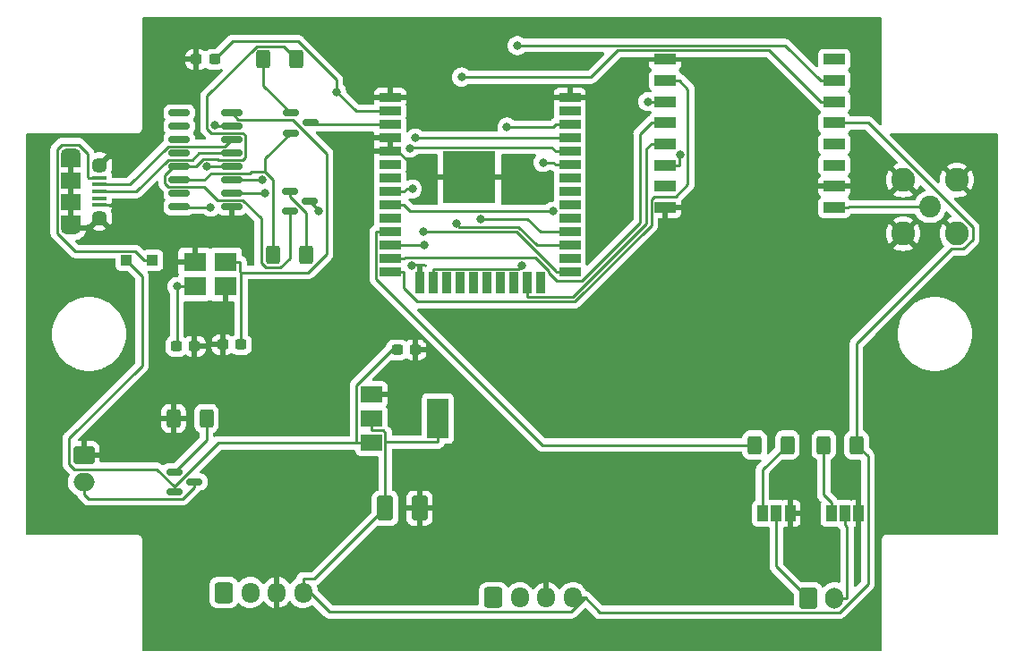
<source format=gbr>
%TF.GenerationSoftware,KiCad,Pcbnew,(6.0.5)*%
%TF.CreationDate,2022-06-07T20:50:39+02:00*%
%TF.ProjectId,ESP32-LoRA-ADIO,45535033-322d-44c6-9f52-412d4144494f,rev?*%
%TF.SameCoordinates,Original*%
%TF.FileFunction,Copper,L1,Top*%
%TF.FilePolarity,Positive*%
%FSLAX46Y46*%
G04 Gerber Fmt 4.6, Leading zero omitted, Abs format (unit mm)*
G04 Created by KiCad (PCBNEW (6.0.5)) date 2022-06-07 20:50:39*
%MOMM*%
%LPD*%
G01*
G04 APERTURE LIST*
G04 Aperture macros list*
%AMRoundRect*
0 Rectangle with rounded corners*
0 $1 Rounding radius*
0 $2 $3 $4 $5 $6 $7 $8 $9 X,Y pos of 4 corners*
0 Add a 4 corners polygon primitive as box body*
4,1,4,$2,$3,$4,$5,$6,$7,$8,$9,$2,$3,0*
0 Add four circle primitives for the rounded corners*
1,1,$1+$1,$2,$3*
1,1,$1+$1,$4,$5*
1,1,$1+$1,$6,$7*
1,1,$1+$1,$8,$9*
0 Add four rect primitives between the rounded corners*
20,1,$1+$1,$2,$3,$4,$5,0*
20,1,$1+$1,$4,$5,$6,$7,0*
20,1,$1+$1,$6,$7,$8,$9,0*
20,1,$1+$1,$8,$9,$2,$3,0*%
G04 Aperture macros list end*
%TA.AperFunction,SMDPad,CuDef*%
%ADD10R,5.000000X5.000000*%
%TD*%
%TA.AperFunction,SMDPad,CuDef*%
%ADD11R,2.000000X0.900000*%
%TD*%
%TA.AperFunction,SMDPad,CuDef*%
%ADD12R,0.900000X2.000000*%
%TD*%
%TA.AperFunction,SMDPad,CuDef*%
%ADD13RoundRect,0.237500X-0.300000X-0.237500X0.300000X-0.237500X0.300000X0.237500X-0.300000X0.237500X0*%
%TD*%
%TA.AperFunction,SMDPad,CuDef*%
%ADD14RoundRect,0.250000X-0.400000X-0.625000X0.400000X-0.625000X0.400000X0.625000X-0.400000X0.625000X0*%
%TD*%
%TA.AperFunction,SMDPad,CuDef*%
%ADD15R,1.000000X1.500000*%
%TD*%
%TA.AperFunction,SMDPad,CuDef*%
%ADD16RoundRect,0.150000X0.825000X0.150000X-0.825000X0.150000X-0.825000X-0.150000X0.825000X-0.150000X0*%
%TD*%
%TA.AperFunction,SMDPad,CuDef*%
%ADD17R,2.000000X1.500000*%
%TD*%
%TA.AperFunction,SMDPad,CuDef*%
%ADD18R,2.000000X3.800000*%
%TD*%
%TA.AperFunction,SMDPad,CuDef*%
%ADD19R,1.000000X1.000000*%
%TD*%
%TA.AperFunction,ComponentPad*%
%ADD20O,1.700000X1.950000*%
%TD*%
%TA.AperFunction,ComponentPad*%
%ADD21RoundRect,0.250000X-0.600000X-0.725000X0.600000X-0.725000X0.600000X0.725000X-0.600000X0.725000X0*%
%TD*%
%TA.AperFunction,SMDPad,CuDef*%
%ADD22R,1.350000X0.400000*%
%TD*%
%TA.AperFunction,ComponentPad*%
%ADD23O,1.900000X1.200000*%
%TD*%
%TA.AperFunction,SMDPad,CuDef*%
%ADD24R,1.900000X1.500000*%
%TD*%
%TA.AperFunction,ComponentPad*%
%ADD25C,1.450000*%
%TD*%
%TA.AperFunction,SMDPad,CuDef*%
%ADD26R,1.900000X1.200000*%
%TD*%
%TA.AperFunction,ComponentPad*%
%ADD27C,2.250000*%
%TD*%
%TA.AperFunction,ComponentPad*%
%ADD28C,2.050000*%
%TD*%
%TA.AperFunction,SMDPad,CuDef*%
%ADD29RoundRect,0.237500X0.300000X0.237500X-0.300000X0.237500X-0.300000X-0.237500X0.300000X-0.237500X0*%
%TD*%
%TA.AperFunction,SMDPad,CuDef*%
%ADD30R,2.000000X1.000000*%
%TD*%
%TA.AperFunction,ComponentPad*%
%ADD31O,2.000000X1.700000*%
%TD*%
%TA.AperFunction,ComponentPad*%
%ADD32RoundRect,0.250000X-0.750000X0.600000X-0.750000X-0.600000X0.750000X-0.600000X0.750000X0.600000X0*%
%TD*%
%TA.AperFunction,SMDPad,CuDef*%
%ADD33RoundRect,0.150000X-0.587500X-0.150000X0.587500X-0.150000X0.587500X0.150000X-0.587500X0.150000X0*%
%TD*%
%TA.AperFunction,ComponentPad*%
%ADD34O,1.700000X2.000000*%
%TD*%
%TA.AperFunction,ComponentPad*%
%ADD35RoundRect,0.250000X-0.600000X-0.750000X0.600000X-0.750000X0.600000X0.750000X-0.600000X0.750000X0*%
%TD*%
%TA.AperFunction,SMDPad,CuDef*%
%ADD36RoundRect,0.250001X-0.499999X-0.924999X0.499999X-0.924999X0.499999X0.924999X-0.499999X0.924999X0*%
%TD*%
%TA.AperFunction,SMDPad,CuDef*%
%ADD37R,2.100000X1.800000*%
%TD*%
%TA.AperFunction,ViaPad*%
%ADD38C,0.800000*%
%TD*%
%TA.AperFunction,Conductor*%
%ADD39C,0.250000*%
%TD*%
G04 APERTURE END LIST*
D10*
%TO.P,U3,39,GND*%
%TO.N,Earth*%
X156475000Y-41645000D03*
D11*
%TO.P,U3,38,GND*%
X165975000Y-34145000D03*
%TO.P,U3,37,IO23*%
%TO.N,unconnected-(U3-Pad37)*%
X165975000Y-35415000D03*
%TO.P,U3,36,IO22*%
%TO.N,ESP-AO*%
X165975000Y-36685000D03*
%TO.P,U3,35,TXD0/IO1*%
%TO.N,UART-RX*%
X165975000Y-37955000D03*
%TO.P,U3,34,RXD0/IO3*%
%TO.N,UART-TX*%
X165975000Y-39225000D03*
%TO.P,U3,33,IO21*%
%TO.N,ESP-AI*%
X165975000Y-40495000D03*
%TO.P,U3,32,NC*%
%TO.N,unconnected-(U3-Pad32)*%
X165975000Y-41765000D03*
%TO.P,U3,31,IO19*%
%TO.N,unconnected-(U3-Pad31)*%
X165975000Y-43035000D03*
%TO.P,U3,30,IO18*%
%TO.N,unconnected-(U3-Pad30)*%
X165975000Y-44305000D03*
%TO.P,U3,29,IO5*%
%TO.N,unconnected-(U3-Pad29)*%
X165975000Y-45575000D03*
%TO.P,U3,28,IO17*%
%TO.N,ESP-TX*%
X165975000Y-46845000D03*
%TO.P,U3,27,IO16*%
%TO.N,ESP-RX*%
X165975000Y-48115000D03*
%TO.P,U3,26,IO4*%
%TO.N,unconnected-(U3-Pad26)*%
X165975000Y-49385000D03*
%TO.P,U3,25,IO0*%
%TO.N,IO0_ESP32*%
X165975000Y-50655000D03*
D12*
%TO.P,U3,24,IO2*%
%TO.N,unconnected-(U3-Pad24)*%
X163190000Y-51655000D03*
%TO.P,U3,23,IO15*%
%TO.N,Lora_NSS*%
X161920000Y-51655000D03*
%TO.P,U3,22,SDI/SD1*%
%TO.N,unconnected-(U3-Pad22)*%
X160650000Y-51655000D03*
%TO.P,U3,21,SDO/SD0*%
%TO.N,unconnected-(U3-Pad21)*%
X159380000Y-51655000D03*
%TO.P,U3,20,SCK/CLK*%
%TO.N,unconnected-(U3-Pad20)*%
X158110000Y-51655000D03*
%TO.P,U3,19,SCS/CMD*%
%TO.N,unconnected-(U3-Pad19)*%
X156840000Y-51655000D03*
%TO.P,U3,18,SWP/SD3*%
%TO.N,unconnected-(U3-Pad18)*%
X155570000Y-51655000D03*
%TO.P,U3,17,SHD/SD2*%
%TO.N,unconnected-(U3-Pad17)*%
X154300000Y-51655000D03*
%TO.P,U3,16,IO13*%
%TO.N,Lora_MOSI*%
X153030000Y-51655000D03*
%TO.P,U3,15,GND*%
%TO.N,Earth*%
X151760000Y-51655000D03*
D11*
%TO.P,U3,14,IO12*%
%TO.N,Lora_MISO*%
X148975000Y-50655000D03*
%TO.P,U3,13,IO14*%
%TO.N,Lora_SCK*%
X148975000Y-49385000D03*
%TO.P,U3,12,IO27*%
%TO.N,Lora_DIO1*%
X148975000Y-48115000D03*
%TO.P,U3,11,IO26*%
%TO.N,ESP-DIO*%
X148975000Y-46845000D03*
%TO.P,U3,10,IO25*%
%TO.N,unconnected-(U3-Pad10)*%
X148975000Y-45575000D03*
%TO.P,U3,9,IO33*%
%TO.N,Lora_RST*%
X148975000Y-44305000D03*
%TO.P,U3,8,IO32*%
%TO.N,Lora_DIO0*%
X148975000Y-43035000D03*
%TO.P,U3,7,IO35*%
%TO.N,unconnected-(U3-Pad7)*%
X148975000Y-41765000D03*
%TO.P,U3,6,IO34*%
%TO.N,unconnected-(U3-Pad6)*%
X148975000Y-40495000D03*
%TO.P,U3,5,SENSOR_VN*%
%TO.N,Earth*%
X148975000Y-39225000D03*
%TO.P,U3,4,SENSOR_VP*%
X148975000Y-37955000D03*
%TO.P,U3,3,EN*%
%TO.N,EN_ESP32*%
X148975000Y-36685000D03*
%TO.P,U3,2,VDD*%
%TO.N,+3V3*%
X148975000Y-35415000D03*
%TO.P,U3,1,GND*%
%TO.N,Earth*%
X148975000Y-34145000D03*
%TD*%
D13*
%TO.P,C1,2*%
%TO.N,Earth*%
X151362500Y-58000000D03*
%TO.P,C1,1*%
%TO.N,+5V*%
X149637500Y-58000000D03*
%TD*%
D14*
%TO.P,R1,2*%
%TO.N,Net-(Q1-Pad1)*%
X131600000Y-64500000D03*
%TO.P,R1,1*%
%TO.N,Earth*%
X128500000Y-64500000D03*
%TD*%
D15*
%TO.P,JP2,3,B*%
%TO.N,Net-(JP2-Pad3)*%
X184200000Y-73500000D03*
%TO.P,JP2,2,C*%
%TO.N,Net-(J4-Pad1)*%
X185500000Y-73500000D03*
%TO.P,JP2,1,A*%
%TO.N,Earth*%
X186800000Y-73500000D03*
%TD*%
D13*
%TO.P,C2,2*%
%TO.N,Earth*%
X130487500Y-57650000D03*
%TO.P,C2,1*%
%TO.N,Net-(C2-Pad1)*%
X128762500Y-57650000D03*
%TD*%
D16*
%TO.P,U2,16,VCC*%
%TO.N,+3V3*%
X129025000Y-44445000D03*
%TO.P,U2,15,R232*%
%TO.N,unconnected-(U2-Pad15)*%
X129025000Y-43175000D03*
%TO.P,U2,14,~{RTS}*%
%TO.N,RTS*%
X129025000Y-41905000D03*
%TO.P,U2,13,~{DTR}*%
%TO.N,DTR*%
X129025000Y-40635000D03*
%TO.P,U2,12,~{DCD}*%
%TO.N,unconnected-(U2-Pad12)*%
X129025000Y-39365000D03*
%TO.P,U2,11,~{RI}*%
%TO.N,unconnected-(U2-Pad11)*%
X129025000Y-38095000D03*
%TO.P,U2,10,~{DSR}*%
%TO.N,unconnected-(U2-Pad10)*%
X129025000Y-36825000D03*
%TO.P,U2,9,~{CTS}*%
%TO.N,unconnected-(U2-Pad9)*%
X129025000Y-35555000D03*
%TO.P,U2,8,XO*%
%TO.N,Net-(C3-Pad1)*%
X133975000Y-35555000D03*
%TO.P,U2,7,XI*%
%TO.N,Net-(C2-Pad1)*%
X133975000Y-36825000D03*
%TO.P,U2,6,UD-*%
%TO.N,USB-D-*%
X133975000Y-38095000D03*
%TO.P,U2,5,UD+*%
%TO.N,USB-D+*%
X133975000Y-39365000D03*
%TO.P,U2,4,V3*%
%TO.N,+3V3*%
X133975000Y-40635000D03*
%TO.P,U2,3,RXD*%
%TO.N,UART-RX*%
X133975000Y-41905000D03*
%TO.P,U2,2,TXD*%
%TO.N,UART-TX*%
X133975000Y-43175000D03*
%TO.P,U2,1,GND*%
%TO.N,Earth*%
X133975000Y-44445000D03*
%TD*%
D17*
%TO.P,U1,3,VI*%
%TO.N,+5V*%
X147200000Y-66800000D03*
D18*
%TO.P,U1,2,VO*%
%TO.N,+3V3*%
X153500000Y-64500000D03*
D17*
X147200000Y-64500000D03*
%TO.P,U1,1,GND*%
%TO.N,Earth*%
X147200000Y-62200000D03*
%TD*%
D13*
%TO.P,C4,2*%
%TO.N,+3V3*%
X132362500Y-30500000D03*
%TO.P,C4,1*%
%TO.N,Earth*%
X130637500Y-30500000D03*
%TD*%
D19*
%TO.P,D1,2,A*%
%TO.N,Net-(D1-Pad2)*%
X126500000Y-49500000D03*
%TO.P,D1,1,K*%
%TO.N,+5V*%
X124000000Y-49500000D03*
%TD*%
D20*
%TO.P,J5,4,Pin_4*%
%TO.N,+3V3*%
X140750000Y-80975000D03*
%TO.P,J5,3,Pin_3*%
%TO.N,Earth*%
X138250000Y-80975000D03*
%TO.P,J5,2,Pin_2*%
%TO.N,ESP-RX*%
X135750000Y-80975000D03*
D21*
%TO.P,J5,1,Pin_1*%
%TO.N,ESP-TX*%
X133250000Y-80975000D03*
%TD*%
D14*
%TO.P,R2,2*%
%TO.N,Net-(Q3-Pad1)*%
X141000000Y-49000000D03*
%TO.P,R2,1*%
%TO.N,RTS*%
X137900000Y-49000000D03*
%TD*%
D20*
%TO.P,J3,4,Pin_4*%
%TO.N,+3V3*%
X166250000Y-81475000D03*
%TO.P,J3,3,Pin_3*%
%TO.N,Earth*%
X163750000Y-81475000D03*
%TO.P,J3,2,Pin_2*%
%TO.N,ESP-AI*%
X161250000Y-81475000D03*
D21*
%TO.P,J3,1,Pin_1*%
%TO.N,ESP-AO*%
X158750000Y-81475000D03*
%TD*%
D22*
%TO.P,J1,1,VBUS*%
%TO.N,Net-(D1-Pad2)*%
X121462500Y-41700000D03*
%TO.P,J1,2,D-*%
%TO.N,USB-D-*%
X121462500Y-42350000D03*
%TO.P,J1,3,D+*%
%TO.N,USB-D+*%
X121462500Y-43000000D03*
%TO.P,J1,4,ID*%
%TO.N,unconnected-(J1-Pad4)*%
X121462500Y-43650000D03*
%TO.P,J1,5,GND*%
%TO.N,Earth*%
X121462500Y-44300000D03*
D23*
%TO.P,J1,6,Shield*%
X118762500Y-46500000D03*
D24*
X118762500Y-42000000D03*
D25*
X121462500Y-40500000D03*
D23*
X118762500Y-39500000D03*
D26*
X118762500Y-45900000D03*
D24*
X118762500Y-44000000D03*
D26*
X118762500Y-40100000D03*
D25*
X121462500Y-45500000D03*
%TD*%
D27*
%TO.P,J6,2,Ext*%
%TO.N,Earth*%
X202580000Y-41920000D03*
X197500000Y-47000000D03*
X197500000Y-41920000D03*
X202580000Y-47000000D03*
D28*
%TO.P,J6,1,In*%
%TO.N,Net-(J6-Pad1)*%
X200040000Y-44460000D03*
%TD*%
D14*
%TO.P,R3,2*%
%TO.N,DTR*%
X140100000Y-30500000D03*
%TO.P,R3,1*%
%TO.N,Net-(Q2-Pad1)*%
X137000000Y-30500000D03*
%TD*%
D29*
%TO.P,C3,2*%
%TO.N,Earth*%
X133137500Y-57500000D03*
%TO.P,C3,1*%
%TO.N,Net-(C3-Pad1)*%
X134862500Y-57500000D03*
%TD*%
D14*
%TO.P,R4,2*%
%TO.N,+3V3*%
X193100000Y-67000000D03*
%TO.P,R4,1*%
%TO.N,Net-(JP1-Pad1)*%
X190000000Y-67000000D03*
%TD*%
D30*
%TO.P,U4,16,DIO2*%
%TO.N,unconnected-(U4-Pad16)*%
X191000000Y-30500000D03*
%TO.P,U4,15,DIO1*%
%TO.N,Lora_DIO1*%
X191000000Y-32500000D03*
%TO.P,U4,14,DIO0*%
%TO.N,Lora_DIO0*%
X191000000Y-34500000D03*
%TO.P,U4,13,3.3V*%
%TO.N,+3V3*%
X191000000Y-36500000D03*
%TO.P,U4,12,DIO4*%
%TO.N,unconnected-(U4-Pad12)*%
X191000000Y-38500000D03*
%TO.P,U4,11,DIO3*%
%TO.N,unconnected-(U4-Pad11)*%
X191000000Y-40500000D03*
%TO.P,U4,10,GND*%
%TO.N,Earth*%
X191000000Y-42500000D03*
%TO.P,U4,9,ANT*%
%TO.N,Net-(J6-Pad1)*%
X191000000Y-44500000D03*
%TO.P,U4,8,GND*%
%TO.N,Earth*%
X175000000Y-44500000D03*
%TO.P,U4,7,DIO5*%
%TO.N,unconnected-(U4-Pad7)*%
X175000000Y-42500000D03*
%TO.P,U4,6,RESET*%
%TO.N,Lora_RST*%
X175000000Y-40500000D03*
%TO.P,U4,5,NSS*%
%TO.N,Lora_NSS*%
X175000000Y-38500000D03*
%TO.P,U4,4,SCK*%
%TO.N,Lora_SCK*%
X175000000Y-36500000D03*
%TO.P,U4,3,MOSI*%
%TO.N,Lora_MOSI*%
X175000000Y-34500000D03*
%TO.P,U4,2,MISO*%
%TO.N,Lora_MISO*%
X175000000Y-32500000D03*
%TO.P,U4,1,GND*%
%TO.N,Earth*%
X175000000Y-30500000D03*
%TD*%
D15*
%TO.P,JP1,3,B*%
%TO.N,Earth*%
X193300000Y-73500000D03*
%TO.P,JP1,2,C*%
%TO.N,Net-(J4-Pad2)*%
X192000000Y-73500000D03*
%TO.P,JP1,1,A*%
%TO.N,Net-(JP1-Pad1)*%
X190700000Y-73500000D03*
%TD*%
D31*
%TO.P,J2,2,Pin_2*%
%TO.N,Net-(J2-Pad2)*%
X120000000Y-70500000D03*
D32*
%TO.P,J2,1,Pin_1*%
%TO.N,Earth*%
X120000000Y-68000000D03*
%TD*%
D33*
%TO.P,Q2,3,D*%
%TO.N,EN_ESP32*%
X141437500Y-36500000D03*
%TO.P,Q2,2,S*%
%TO.N,RTS*%
X139562500Y-37450000D03*
%TO.P,Q2,1,G*%
%TO.N,Net-(Q2-Pad1)*%
X139562500Y-35550000D03*
%TD*%
%TO.P,Q1,3,D*%
%TO.N,Net-(J2-Pad2)*%
X130437500Y-70500000D03*
%TO.P,Q1,2,S*%
%TO.N,+5V*%
X128562500Y-71450000D03*
%TO.P,Q1,1,G*%
%TO.N,Net-(Q1-Pad1)*%
X128562500Y-69550000D03*
%TD*%
D34*
%TO.P,J4,2,Pin_2*%
%TO.N,Net-(J4-Pad2)*%
X191000000Y-81500000D03*
D35*
%TO.P,J4,1,Pin_1*%
%TO.N,Net-(J4-Pad1)*%
X188500000Y-81500000D03*
%TD*%
D33*
%TO.P,Q3,3,D*%
%TO.N,IO0_ESP32*%
X141375000Y-43950000D03*
%TO.P,Q3,2,S*%
%TO.N,DTR*%
X139500000Y-44900000D03*
%TO.P,Q3,1,G*%
%TO.N,Net-(Q3-Pad1)*%
X139500000Y-43000000D03*
%TD*%
D36*
%TO.P,C5,2*%
%TO.N,Earth*%
X151750000Y-73000000D03*
%TO.P,C5,1*%
%TO.N,+3V3*%
X148500000Y-73000000D03*
%TD*%
D37*
%TO.P,Y1,4,4*%
%TO.N,Earth*%
X130500000Y-49700000D03*
%TO.P,Y1,3,3*%
%TO.N,Net-(C3-Pad1)*%
X133400000Y-49700000D03*
%TO.P,Y1,2,2*%
%TO.N,Earth*%
X133400000Y-52000000D03*
%TO.P,Y1,1,1*%
%TO.N,Net-(C2-Pad1)*%
X130500000Y-52000000D03*
%TD*%
D14*
%TO.P,R5,2*%
%TO.N,Net-(JP2-Pad3)*%
X186550000Y-67000000D03*
%TO.P,R5,1*%
%TO.N,ESP-DIO*%
X183450000Y-67000000D03*
%TD*%
D38*
%TO.N,Earth*%
X183000000Y-38000000D03*
X145000000Y-46500000D03*
X157000000Y-36500000D03*
X151000000Y-50000000D03*
%TO.N,Lora_MOSI*%
X173377000Y-34500000D03*
X161416900Y-50037800D03*
%TO.N,Lora_DIO1*%
X161006600Y-29190000D03*
X152225400Y-48115000D03*
%TO.N,Lora_RST*%
X176393600Y-39492200D03*
X164369000Y-44878900D03*
%TO.N,Lora_DIO0*%
X155743000Y-32171200D03*
X151069900Y-42761200D03*
%TO.N,UART-RX*%
X136848600Y-41905000D03*
X151365100Y-37955000D03*
%TO.N,UART-TX*%
X137160500Y-43175000D03*
X150854500Y-38891900D03*
%TO.N,IO0_ESP32*%
X142240300Y-44870800D03*
X152106700Y-46809000D03*
%TO.N,ESP-RX*%
X155249200Y-46079400D03*
%TO.N,ESP-TX*%
X157573300Y-45629300D03*
%TO.N,ESP-AI*%
X163434100Y-40249900D03*
%TO.N,ESP-AO*%
X160038800Y-36913000D03*
%TO.N,+3V3*%
X131636600Y-40635000D03*
X143901700Y-33562800D03*
X132011500Y-44480000D03*
%TO.N,Net-(C2-Pad1)*%
X132392200Y-36738600D03*
X128826000Y-52000000D03*
%TD*%
D39*
%TO.N,+5V*%
X125500000Y-59500000D02*
X125500000Y-51000000D01*
X118626700Y-66373300D02*
X125500000Y-59500000D01*
X119105800Y-69307100D02*
X118626700Y-68828000D01*
X126907100Y-69307100D02*
X119105800Y-69307100D01*
X128562500Y-70962500D02*
X126907100Y-69307100D01*
X118626700Y-68828000D02*
X118626700Y-66373300D01*
X125500000Y-51000000D02*
X124000000Y-49500000D01*
%TO.N,+3V3*%
X203180408Y-48449511D02*
X202050489Y-48449511D01*
X204070700Y-47559219D02*
X203180408Y-48449511D01*
X204070700Y-46396700D02*
X204070700Y-47559219D01*
X202050489Y-48449511D02*
X193100000Y-57400000D01*
X193100000Y-57400000D02*
X193100000Y-67000000D01*
X194174000Y-36500000D02*
X204070700Y-46396700D01*
X191000000Y-36500000D02*
X194174000Y-36500000D01*
%TO.N,Earth*%
X151000000Y-40500000D02*
X151500000Y-40000000D01*
X149725000Y-39225000D02*
X151000000Y-40500000D01*
X148975000Y-39225000D02*
X149725000Y-39225000D01*
X122800000Y-44300000D02*
X123500000Y-45000000D01*
X121462500Y-44300000D02*
X122800000Y-44300000D01*
%TO.N,Lora_NSS*%
X175000000Y-38500000D02*
X173674700Y-38500000D01*
X161920000Y-51655000D02*
X161920000Y-52980300D01*
X166271000Y-52980300D02*
X161920000Y-52980300D01*
X173224400Y-46026900D02*
X166271000Y-52980300D01*
X173224400Y-38950300D02*
X173224400Y-46026900D01*
X173674700Y-38500000D02*
X173224400Y-38950300D01*
%TO.N,Lora_MOSI*%
X161125000Y-50329700D02*
X153030000Y-50329700D01*
X161416900Y-50037800D02*
X161125000Y-50329700D01*
X175000000Y-34500000D02*
X173674700Y-34500000D01*
X153030000Y-51655000D02*
X153030000Y-50329700D01*
X173674700Y-34500000D02*
X173377000Y-34500000D01*
%TO.N,Lora_MISO*%
X150300300Y-52171800D02*
X150300300Y-50655000D01*
X151559200Y-53430700D02*
X150300300Y-52171800D01*
X166457600Y-53430700D02*
X151559200Y-53430700D01*
X173674700Y-46213600D02*
X166457600Y-53430700D01*
X173674700Y-43759600D02*
X173674700Y-46213600D01*
X173934300Y-43500000D02*
X173674700Y-43759600D01*
X175966700Y-43500000D02*
X173934300Y-43500000D01*
X177129200Y-42337500D02*
X175966700Y-43500000D01*
X177129200Y-33303900D02*
X177129200Y-42337500D01*
X176325300Y-32500000D02*
X177129200Y-33303900D01*
X175000000Y-32500000D02*
X176325300Y-32500000D01*
X148975000Y-50655000D02*
X150300300Y-50655000D01*
%TO.N,Lora_SCK*%
X175000000Y-36500000D02*
X173674700Y-36500000D01*
X148975000Y-49385000D02*
X150300300Y-49385000D01*
X150424000Y-49261300D02*
X150300300Y-49385000D01*
X162714800Y-49261300D02*
X150424000Y-49261300D01*
X163989000Y-50535500D02*
X162714800Y-49261300D01*
X163989000Y-50658400D02*
X163989000Y-50535500D01*
X164761000Y-51430400D02*
X163989000Y-50658400D01*
X167114200Y-51430400D02*
X164761000Y-51430400D01*
X172613000Y-45931600D02*
X167114200Y-51430400D01*
X172613000Y-37561700D02*
X172613000Y-45931600D01*
X173674700Y-36500000D02*
X172613000Y-37561700D01*
%TO.N,Lora_DIO1*%
X152225400Y-48115000D02*
X148975000Y-48115000D01*
X191000000Y-32500000D02*
X189674700Y-32500000D01*
X186364700Y-29190000D02*
X161006600Y-29190000D01*
X189674700Y-32500000D02*
X186364700Y-29190000D01*
%TO.N,Lora_RST*%
X148975000Y-44305000D02*
X150300300Y-44305000D01*
X175000000Y-40500000D02*
X176325300Y-40500000D01*
X176325300Y-39560500D02*
X176393600Y-39492200D01*
X176325300Y-40500000D02*
X176325300Y-39560500D01*
X150874200Y-44878900D02*
X164369000Y-44878900D01*
X150300300Y-44305000D02*
X150874200Y-44878900D01*
%TO.N,Lora_DIO0*%
X150574100Y-42761200D02*
X150300300Y-43035000D01*
X151069900Y-42761200D02*
X150574100Y-42761200D01*
X148975000Y-43035000D02*
X150300300Y-43035000D01*
X167978600Y-32171200D02*
X155743000Y-32171200D01*
X170509500Y-29640300D02*
X167978600Y-32171200D01*
X184815000Y-29640300D02*
X170509500Y-29640300D01*
X189674700Y-34500000D02*
X184815000Y-29640300D01*
X191000000Y-34500000D02*
X189674700Y-34500000D01*
%TO.N,UART-RX*%
X151365100Y-37955000D02*
X165975000Y-37955000D01*
X133975000Y-41905000D02*
X136848600Y-41905000D01*
%TO.N,UART-TX*%
X165975000Y-39225000D02*
X164649700Y-39225000D01*
X164232600Y-38807900D02*
X164649700Y-39225000D01*
X150938500Y-38807900D02*
X164232600Y-38807900D01*
X150854500Y-38891900D02*
X150938500Y-38807900D01*
X133975000Y-43175000D02*
X137160500Y-43175000D01*
%TO.N,ESP-DIO*%
X147649700Y-51260200D02*
X147649700Y-46845000D01*
X163389500Y-67000000D02*
X147649700Y-51260200D01*
X183450000Y-67000000D02*
X163389500Y-67000000D01*
X148975000Y-46845000D02*
X147649700Y-46845000D01*
%TO.N,IO0_ESP32*%
X165975000Y-50655000D02*
X164649700Y-50655000D01*
X160935500Y-46809000D02*
X152106700Y-46809000D01*
X164649700Y-50523200D02*
X160935500Y-46809000D01*
X164649700Y-50655000D02*
X164649700Y-50523200D01*
X142240300Y-44815300D02*
X142240300Y-44870800D01*
X141375000Y-43950000D02*
X142240300Y-44815300D01*
%TO.N,DTR*%
X127679100Y-41496900D02*
X128541000Y-40635000D01*
X127679100Y-42222700D02*
X127679100Y-41496900D01*
X127996400Y-42540000D02*
X127679100Y-42222700D01*
X131413300Y-42540000D02*
X127996400Y-42540000D01*
X132683300Y-43810000D02*
X131413300Y-42540000D01*
X135051800Y-43810000D02*
X132683300Y-43810000D01*
X136769700Y-45527900D02*
X135051800Y-43810000D01*
X136769700Y-49732000D02*
X136769700Y-45527900D01*
X137261300Y-50223600D02*
X136769700Y-49732000D01*
X138587100Y-50223600D02*
X137261300Y-50223600D01*
X139500000Y-49310700D02*
X138587100Y-50223600D01*
X139500000Y-44900000D02*
X139500000Y-49310700D01*
X130594800Y-40635000D02*
X129025000Y-40635000D01*
X131322100Y-39907700D02*
X130594800Y-40635000D01*
X132672100Y-39907700D02*
X131322100Y-39907700D01*
X132764400Y-40000000D02*
X132672100Y-39907700D01*
X135041700Y-40000000D02*
X132764400Y-40000000D01*
X135276000Y-39765700D02*
X135041700Y-40000000D01*
X135276000Y-37692200D02*
X135276000Y-39765700D01*
X135052700Y-37468900D02*
X135276000Y-37692200D01*
X132029200Y-37468900D02*
X135052700Y-37468900D01*
X131644000Y-37083700D02*
X132029200Y-37468900D01*
X131644000Y-33976000D02*
X131644000Y-37083700D01*
X136345100Y-29274900D02*
X131644000Y-33976000D01*
X138874900Y-29274900D02*
X136345100Y-29274900D01*
X140100000Y-30500000D02*
X138874900Y-29274900D01*
%TO.N,Net-(Q3-Pad1)*%
X141000000Y-44987500D02*
X141000000Y-49000000D01*
X139500000Y-43487500D02*
X141000000Y-44987500D01*
X139500000Y-43000000D02*
X139500000Y-43487500D01*
%TO.N,EN_ESP32*%
X141622500Y-36685000D02*
X148975000Y-36685000D01*
X141437500Y-36500000D02*
X141622500Y-36685000D01*
%TO.N,RTS*%
X137170400Y-39842100D02*
X137170400Y-41130500D01*
X139562500Y-37450000D02*
X137170400Y-39842100D01*
X135882000Y-41130500D02*
X137170400Y-41130500D01*
X135733500Y-41279000D02*
X135882000Y-41130500D01*
X132018400Y-41279000D02*
X135733500Y-41279000D01*
X131392400Y-41905000D02*
X132018400Y-41279000D01*
X129025000Y-41905000D02*
X131392400Y-41905000D01*
X137900000Y-41860100D02*
X137170400Y-41130500D01*
X137900000Y-49000000D02*
X137900000Y-41860100D01*
%TO.N,Net-(Q2-Pad1)*%
X137000000Y-32987500D02*
X137000000Y-30500000D01*
X139562500Y-35550000D02*
X137000000Y-32987500D01*
%TO.N,Net-(Q1-Pad1)*%
X131600000Y-66512500D02*
X131600000Y-64500000D01*
X128562500Y-69550000D02*
X131600000Y-66512500D01*
%TO.N,Net-(JP2-Pad3)*%
X184200000Y-69350000D02*
X184200000Y-73500000D01*
X186550000Y-67000000D02*
X184200000Y-69350000D01*
%TO.N,Net-(JP1-Pad1)*%
X190000000Y-71724700D02*
X190000000Y-67000000D01*
X190700000Y-72424700D02*
X190000000Y-71724700D01*
X190700000Y-73500000D02*
X190700000Y-72424700D01*
%TO.N,Net-(J6-Pad1)*%
X192365300Y-44460000D02*
X200040000Y-44460000D01*
X192325300Y-44500000D02*
X192365300Y-44460000D01*
X191000000Y-44500000D02*
X192325300Y-44500000D01*
%TO.N,ESP-RX*%
X162878400Y-48115000D02*
X165975000Y-48115000D01*
X161122000Y-46358600D02*
X162878400Y-48115000D01*
X155528400Y-46358600D02*
X161122000Y-46358600D01*
X155249200Y-46079400D02*
X155528400Y-46358600D01*
%TO.N,ESP-TX*%
X161973900Y-45629300D02*
X157573300Y-45629300D01*
X163189600Y-46845000D02*
X161973900Y-45629300D01*
X165975000Y-46845000D02*
X163189600Y-46845000D01*
%TO.N,Net-(J4-Pad2)*%
X192175300Y-74750600D02*
X192000000Y-74575300D01*
X192175300Y-81500000D02*
X192175300Y-74750600D01*
X191000000Y-81500000D02*
X192175300Y-81500000D01*
X192000000Y-73500000D02*
X192000000Y-74575300D01*
%TO.N,Net-(J4-Pad1)*%
X185500000Y-78500000D02*
X185500000Y-73500000D01*
X188500000Y-81500000D02*
X185500000Y-78500000D01*
%TO.N,ESP-AI*%
X164404600Y-40249900D02*
X164649700Y-40495000D01*
X163434100Y-40249900D02*
X164404600Y-40249900D01*
X165975000Y-40495000D02*
X164649700Y-40495000D01*
%TO.N,ESP-AO*%
X164421700Y-36913000D02*
X164649700Y-36685000D01*
X160038800Y-36913000D02*
X164421700Y-36913000D01*
X165975000Y-36685000D02*
X164649700Y-36685000D01*
%TO.N,Net-(J2-Pad2)*%
X120420000Y-72095300D02*
X120000000Y-71675300D01*
X129340300Y-72095300D02*
X120420000Y-72095300D01*
X130437500Y-70998100D02*
X129340300Y-72095300D01*
X130437500Y-70500000D02*
X130437500Y-70998100D01*
X120000000Y-70500000D02*
X120000000Y-71675300D01*
%TO.N,USB-D+*%
X124958300Y-43000000D02*
X121462500Y-43000000D01*
X127958100Y-40000200D02*
X124958300Y-43000000D01*
X130277900Y-40000200D02*
X127958100Y-40000200D01*
X130913100Y-39365000D02*
X130277900Y-40000200D01*
X133975000Y-39365000D02*
X130913100Y-39365000D01*
%TO.N,USB-D-*%
X124337100Y-42350000D02*
X121462500Y-42350000D01*
X127956900Y-38730200D02*
X124337100Y-42350000D01*
X133339800Y-38730200D02*
X127956900Y-38730200D01*
X133975000Y-38095000D02*
X133339800Y-38730200D01*
%TO.N,Net-(D1-Pad2)*%
X124849400Y-48674700D02*
X125674700Y-49500000D01*
X119222600Y-48674700D02*
X124849400Y-48674700D01*
X117486800Y-46938900D02*
X119222600Y-48674700D01*
X117486800Y-39034300D02*
X117486800Y-46938900D01*
X117951500Y-38569600D02*
X117486800Y-39034300D01*
X119499300Y-38569600D02*
X117951500Y-38569600D01*
X120370800Y-39441100D02*
X119499300Y-38569600D01*
X120370800Y-41608600D02*
X120370800Y-39441100D01*
X120462200Y-41700000D02*
X120370800Y-41608600D01*
X121462500Y-41700000D02*
X120462200Y-41700000D01*
X126500000Y-49500000D02*
X125674700Y-49500000D01*
%TO.N,+3V3*%
X168809300Y-82859000D02*
X167425300Y-81475000D01*
X191453700Y-82859000D02*
X168809300Y-82859000D01*
X194163500Y-80149200D02*
X191453700Y-82859000D01*
X194163500Y-68063500D02*
X194163500Y-80149200D01*
X193100000Y-67000000D02*
X194163500Y-68063500D01*
X166250000Y-81475000D02*
X167425300Y-81475000D01*
X147200000Y-64500000D02*
X147200000Y-65575300D01*
X141825300Y-79674700D02*
X148500000Y-73000000D01*
X140750000Y-79674700D02*
X141825300Y-79674700D01*
X133975000Y-40635000D02*
X131636600Y-40635000D01*
X132011500Y-44480000D02*
X129060000Y-44480000D01*
X153500000Y-64500000D02*
X153500000Y-66725300D01*
X148525400Y-66725300D02*
X153500000Y-66725300D01*
X148525400Y-72974600D02*
X148525400Y-66725300D01*
X148275300Y-65575300D02*
X147200000Y-65575300D01*
X148525400Y-65825400D02*
X148275300Y-65575300D01*
X148525400Y-66725300D02*
X148525400Y-65825400D01*
X145753900Y-35415000D02*
X143901700Y-33562800D01*
X148975000Y-35415000D02*
X145753900Y-35415000D01*
X134066400Y-28796100D02*
X132362500Y-30500000D01*
X140245000Y-28796100D02*
X134066400Y-28796100D01*
X143901700Y-32452800D02*
X140245000Y-28796100D01*
X143901700Y-33562800D02*
X143901700Y-32452800D01*
X140750000Y-80324800D02*
X140750000Y-79674700D01*
X166103700Y-82796600D02*
X167425300Y-81475000D01*
X143221800Y-82796600D02*
X166103700Y-82796600D01*
X140750000Y-80324800D02*
X143221800Y-82796600D01*
%TO.N,Net-(C3-Pad1)*%
X134087700Y-49700000D02*
X134775300Y-49700000D01*
X134619000Y-36199000D02*
X133975000Y-35555000D01*
X139723900Y-36199000D02*
X134619000Y-36199000D01*
X142972400Y-39447500D02*
X139723900Y-36199000D01*
X142972400Y-48928500D02*
X142972400Y-39447500D01*
X141227000Y-50673900D02*
X142972400Y-48928500D01*
X134862500Y-50673900D02*
X141227000Y-50673900D01*
X134775300Y-50586700D02*
X134862500Y-50673900D01*
X134775300Y-49700000D02*
X134775300Y-50586700D01*
X134862500Y-50673900D02*
X134862500Y-57500000D01*
%TO.N,Net-(C2-Pad1)*%
X130500000Y-52000000D02*
X129124700Y-52000000D01*
X129124700Y-52000000D02*
X128826000Y-52000000D01*
X128826000Y-52000000D02*
X128826000Y-57586500D01*
X132478600Y-36825000D02*
X132392200Y-36738600D01*
X133975000Y-36825000D02*
X132478600Y-36825000D01*
%TO.N,+5V*%
X145802900Y-66800000D02*
X147200000Y-66800000D01*
X149139800Y-58000000D02*
X149637500Y-58000000D01*
X145802900Y-61336900D02*
X149139800Y-58000000D01*
X145802900Y-66800000D02*
X145802900Y-61336900D01*
X128562500Y-71450000D02*
X128562500Y-70962500D01*
X132725000Y-66800000D02*
X145802900Y-66800000D01*
X128562500Y-70962500D02*
X132725000Y-66800000D01*
%TD*%
%TA.AperFunction,Conductor*%
%TO.N,Earth*%
G36*
X195433621Y-26528502D02*
G01*
X195480114Y-26582158D01*
X195491500Y-26634500D01*
X195491500Y-36617405D01*
X195471498Y-36685526D01*
X195417842Y-36732019D01*
X195347568Y-36742123D01*
X195282988Y-36712629D01*
X195276405Y-36706500D01*
X194677652Y-36107747D01*
X194670112Y-36099461D01*
X194666000Y-36092982D01*
X194616348Y-36046356D01*
X194613507Y-36043602D01*
X194593770Y-36023865D01*
X194590573Y-36021385D01*
X194581551Y-36013680D01*
X194577397Y-36009779D01*
X194549321Y-35983414D01*
X194542375Y-35979595D01*
X194542372Y-35979593D01*
X194531566Y-35973652D01*
X194515047Y-35962801D01*
X194514583Y-35962441D01*
X194499041Y-35950386D01*
X194491772Y-35947241D01*
X194491768Y-35947238D01*
X194458463Y-35932826D01*
X194447813Y-35927609D01*
X194409060Y-35906305D01*
X194389437Y-35901267D01*
X194370734Y-35894863D01*
X194359420Y-35889967D01*
X194359419Y-35889967D01*
X194352145Y-35886819D01*
X194344322Y-35885580D01*
X194344312Y-35885577D01*
X194308476Y-35879901D01*
X194296856Y-35877495D01*
X194261711Y-35868472D01*
X194261710Y-35868472D01*
X194254030Y-35866500D01*
X194233776Y-35866500D01*
X194214065Y-35864949D01*
X194201886Y-35863020D01*
X194194057Y-35861780D01*
X194186165Y-35862526D01*
X194150039Y-35865941D01*
X194138181Y-35866500D01*
X192580382Y-35866500D01*
X192512261Y-35846498D01*
X192465768Y-35792842D01*
X192462401Y-35784731D01*
X192453769Y-35761707D01*
X192453767Y-35761703D01*
X192450615Y-35753295D01*
X192363261Y-35636739D01*
X192315340Y-35600824D01*
X192272827Y-35543967D01*
X192267801Y-35473149D01*
X192301861Y-35410855D01*
X192315330Y-35399183D01*
X192363261Y-35363261D01*
X192450615Y-35246705D01*
X192501745Y-35110316D01*
X192508500Y-35048134D01*
X192508500Y-33951866D01*
X192501745Y-33889684D01*
X192450615Y-33753295D01*
X192363261Y-33636739D01*
X192315340Y-33600824D01*
X192272827Y-33543967D01*
X192267801Y-33473149D01*
X192301861Y-33410855D01*
X192315330Y-33399183D01*
X192363261Y-33363261D01*
X192450615Y-33246705D01*
X192501745Y-33110316D01*
X192508500Y-33048134D01*
X192508500Y-31951866D01*
X192501745Y-31889684D01*
X192450615Y-31753295D01*
X192363261Y-31636739D01*
X192315340Y-31600824D01*
X192272827Y-31543967D01*
X192267801Y-31473149D01*
X192301861Y-31410855D01*
X192315330Y-31399183D01*
X192363261Y-31363261D01*
X192450615Y-31246705D01*
X192501745Y-31110316D01*
X192508500Y-31048134D01*
X192508500Y-29951866D01*
X192501745Y-29889684D01*
X192450615Y-29753295D01*
X192363261Y-29636739D01*
X192246705Y-29549385D01*
X192110316Y-29498255D01*
X192048134Y-29491500D01*
X189951866Y-29491500D01*
X189889684Y-29498255D01*
X189753295Y-29549385D01*
X189636739Y-29636739D01*
X189549385Y-29753295D01*
X189498255Y-29889684D01*
X189491500Y-29951866D01*
X189491500Y-31048134D01*
X189491869Y-31051531D01*
X189498255Y-31110316D01*
X189494867Y-31110684D01*
X189491918Y-31166149D01*
X189450418Y-31223753D01*
X189384363Y-31249777D01*
X189314724Y-31235956D01*
X189283982Y-31213378D01*
X188187737Y-30117132D01*
X186868352Y-28797747D01*
X186860812Y-28789461D01*
X186856700Y-28782982D01*
X186807048Y-28736356D01*
X186804207Y-28733602D01*
X186784470Y-28713865D01*
X186781273Y-28711385D01*
X186772251Y-28703680D01*
X186745800Y-28678841D01*
X186740021Y-28673414D01*
X186733075Y-28669595D01*
X186733072Y-28669593D01*
X186722266Y-28663652D01*
X186705747Y-28652801D01*
X186699748Y-28648148D01*
X186689741Y-28640386D01*
X186682472Y-28637241D01*
X186682468Y-28637238D01*
X186649163Y-28622826D01*
X186638513Y-28617609D01*
X186599760Y-28596305D01*
X186580137Y-28591267D01*
X186561434Y-28584863D01*
X186550120Y-28579967D01*
X186550119Y-28579967D01*
X186542845Y-28576819D01*
X186535022Y-28575580D01*
X186535012Y-28575577D01*
X186499176Y-28569901D01*
X186487556Y-28567495D01*
X186452411Y-28558472D01*
X186452410Y-28558472D01*
X186444730Y-28556500D01*
X186424476Y-28556500D01*
X186404765Y-28554949D01*
X186392586Y-28553020D01*
X186384757Y-28551780D01*
X186376865Y-28552526D01*
X186340739Y-28555941D01*
X186328881Y-28556500D01*
X161714800Y-28556500D01*
X161646679Y-28536498D01*
X161627453Y-28520157D01*
X161627180Y-28520460D01*
X161622268Y-28516037D01*
X161617853Y-28511134D01*
X161463352Y-28398882D01*
X161457324Y-28396198D01*
X161457322Y-28396197D01*
X161294919Y-28323891D01*
X161294918Y-28323891D01*
X161288888Y-28321206D01*
X161175780Y-28297164D01*
X161108544Y-28282872D01*
X161108539Y-28282872D01*
X161102087Y-28281500D01*
X160911113Y-28281500D01*
X160904661Y-28282872D01*
X160904656Y-28282872D01*
X160837420Y-28297164D01*
X160724312Y-28321206D01*
X160718282Y-28323891D01*
X160718281Y-28323891D01*
X160555878Y-28396197D01*
X160555876Y-28396198D01*
X160549848Y-28398882D01*
X160395347Y-28511134D01*
X160390926Y-28516044D01*
X160390925Y-28516045D01*
X160281803Y-28637238D01*
X160267560Y-28653056D01*
X160172073Y-28818444D01*
X160113058Y-29000072D01*
X160093096Y-29190000D01*
X160113058Y-29379928D01*
X160172073Y-29561556D01*
X160175376Y-29567278D01*
X160175377Y-29567279D01*
X160186302Y-29586202D01*
X160267560Y-29726944D01*
X160271978Y-29731851D01*
X160271979Y-29731852D01*
X160298857Y-29761703D01*
X160395347Y-29868866D01*
X160549848Y-29981118D01*
X160555876Y-29983802D01*
X160555878Y-29983803D01*
X160678944Y-30038595D01*
X160724312Y-30058794D01*
X160817712Y-30078647D01*
X160904656Y-30097128D01*
X160904661Y-30097128D01*
X160911113Y-30098500D01*
X161102087Y-30098500D01*
X161108539Y-30097128D01*
X161108544Y-30097128D01*
X161195487Y-30078647D01*
X161288888Y-30058794D01*
X161334256Y-30038595D01*
X161457322Y-29983803D01*
X161457324Y-29983802D01*
X161463352Y-29981118D01*
X161508290Y-29948469D01*
X161599383Y-29882285D01*
X161617853Y-29868866D01*
X161622268Y-29863963D01*
X161627180Y-29859540D01*
X161628305Y-29860789D01*
X161681614Y-29827949D01*
X161714800Y-29823500D01*
X169126206Y-29823500D01*
X169194327Y-29843502D01*
X169240820Y-29897158D01*
X169250924Y-29967432D01*
X169221430Y-30032012D01*
X169215303Y-30038593D01*
X168481780Y-30772115D01*
X167753100Y-31500795D01*
X167690788Y-31534821D01*
X167664005Y-31537700D01*
X156451200Y-31537700D01*
X156383079Y-31517698D01*
X156363853Y-31501357D01*
X156363580Y-31501660D01*
X156358668Y-31497237D01*
X156354253Y-31492334D01*
X156327239Y-31472707D01*
X156205094Y-31383963D01*
X156205093Y-31383962D01*
X156199752Y-31380082D01*
X156193724Y-31377398D01*
X156193722Y-31377397D01*
X156031319Y-31305091D01*
X156031318Y-31305091D01*
X156025288Y-31302406D01*
X155919223Y-31279861D01*
X155844944Y-31264072D01*
X155844939Y-31264072D01*
X155838487Y-31262700D01*
X155647513Y-31262700D01*
X155641061Y-31264072D01*
X155641056Y-31264072D01*
X155566777Y-31279861D01*
X155460712Y-31302406D01*
X155454682Y-31305091D01*
X155454681Y-31305091D01*
X155292278Y-31377397D01*
X155292276Y-31377398D01*
X155286248Y-31380082D01*
X155280907Y-31383962D01*
X155280906Y-31383963D01*
X155244322Y-31410543D01*
X155131747Y-31492334D01*
X155127326Y-31497244D01*
X155127325Y-31497245D01*
X155034060Y-31600827D01*
X155003960Y-31634256D01*
X155000659Y-31639974D01*
X154939382Y-31746109D01*
X154908473Y-31799644D01*
X154849458Y-31981272D01*
X154848768Y-31987833D01*
X154848768Y-31987835D01*
X154843275Y-32040103D01*
X154829496Y-32171200D01*
X154830186Y-32177765D01*
X154847794Y-32345292D01*
X154849458Y-32361128D01*
X154908473Y-32542756D01*
X155003960Y-32708144D01*
X155008378Y-32713051D01*
X155008379Y-32713052D01*
X155118027Y-32834828D01*
X155131747Y-32850066D01*
X155228819Y-32920593D01*
X155276154Y-32954984D01*
X155286248Y-32962318D01*
X155292276Y-32965002D01*
X155292278Y-32965003D01*
X155454571Y-33037260D01*
X155460712Y-33039994D01*
X155545028Y-33057916D01*
X155641056Y-33078328D01*
X155641061Y-33078328D01*
X155647513Y-33079700D01*
X155838487Y-33079700D01*
X155844939Y-33078328D01*
X155844944Y-33078328D01*
X155940972Y-33057916D01*
X156025288Y-33039994D01*
X156031429Y-33037260D01*
X156193722Y-32965003D01*
X156193724Y-32965002D01*
X156199752Y-32962318D01*
X156209847Y-32954984D01*
X156340200Y-32860276D01*
X156354253Y-32850066D01*
X156358668Y-32845163D01*
X156363580Y-32840740D01*
X156364705Y-32841989D01*
X156418014Y-32809149D01*
X156451200Y-32804700D01*
X167899833Y-32804700D01*
X167911016Y-32805227D01*
X167918509Y-32806902D01*
X167926435Y-32806653D01*
X167926436Y-32806653D01*
X167986586Y-32804762D01*
X167990545Y-32804700D01*
X168018456Y-32804700D01*
X168022391Y-32804203D01*
X168022456Y-32804195D01*
X168034293Y-32803262D01*
X168066551Y-32802248D01*
X168070570Y-32802122D01*
X168078489Y-32801873D01*
X168097943Y-32796221D01*
X168117300Y-32792213D01*
X168129530Y-32790668D01*
X168129531Y-32790668D01*
X168137397Y-32789674D01*
X168144768Y-32786755D01*
X168144770Y-32786755D01*
X168178512Y-32773396D01*
X168189742Y-32769551D01*
X168224583Y-32759429D01*
X168224584Y-32759429D01*
X168232193Y-32757218D01*
X168239012Y-32753185D01*
X168239017Y-32753183D01*
X168249628Y-32746907D01*
X168267376Y-32738212D01*
X168286217Y-32730752D01*
X168294004Y-32725095D01*
X168321987Y-32704764D01*
X168331907Y-32698248D01*
X168363135Y-32679780D01*
X168363138Y-32679778D01*
X168369962Y-32675742D01*
X168384283Y-32661421D01*
X168399317Y-32648580D01*
X168409294Y-32641331D01*
X168415707Y-32636672D01*
X168443898Y-32602595D01*
X168451888Y-32593816D01*
X170735000Y-30310705D01*
X170797312Y-30276679D01*
X170824095Y-30273800D01*
X184500406Y-30273800D01*
X184568527Y-30293802D01*
X184589501Y-30310705D01*
X189171043Y-34892247D01*
X189178587Y-34900537D01*
X189182700Y-34907018D01*
X189188477Y-34912443D01*
X189232367Y-34953658D01*
X189235209Y-34956413D01*
X189254931Y-34976135D01*
X189258055Y-34978558D01*
X189258059Y-34978562D01*
X189258124Y-34978612D01*
X189267145Y-34986317D01*
X189299379Y-35016586D01*
X189306327Y-35020405D01*
X189306329Y-35020407D01*
X189317132Y-35026346D01*
X189333659Y-35037202D01*
X189343398Y-35044757D01*
X189343400Y-35044758D01*
X189349660Y-35049614D01*
X189390240Y-35067174D01*
X189400888Y-35072391D01*
X189432694Y-35089877D01*
X189432698Y-35089879D01*
X189439640Y-35093695D01*
X189447319Y-35095667D01*
X189448704Y-35096215D01*
X189504679Y-35139888D01*
X189520306Y-35169138D01*
X189522112Y-35173955D01*
X189549385Y-35246705D01*
X189636739Y-35363261D01*
X189684660Y-35399176D01*
X189727173Y-35456033D01*
X189732199Y-35526851D01*
X189698139Y-35589145D01*
X189684670Y-35600817D01*
X189636739Y-35636739D01*
X189549385Y-35753295D01*
X189498255Y-35889684D01*
X189491500Y-35951866D01*
X189491500Y-37048134D01*
X189498255Y-37110316D01*
X189549385Y-37246705D01*
X189636739Y-37363261D01*
X189684660Y-37399176D01*
X189727173Y-37456033D01*
X189732199Y-37526851D01*
X189698139Y-37589145D01*
X189684670Y-37600817D01*
X189636739Y-37636739D01*
X189549385Y-37753295D01*
X189498255Y-37889684D01*
X189491500Y-37951866D01*
X189491500Y-39048134D01*
X189498255Y-39110316D01*
X189549385Y-39246705D01*
X189636739Y-39363261D01*
X189684660Y-39399176D01*
X189727173Y-39456033D01*
X189732199Y-39526851D01*
X189698139Y-39589145D01*
X189684670Y-39600817D01*
X189636739Y-39636739D01*
X189549385Y-39753295D01*
X189498255Y-39889684D01*
X189491500Y-39951866D01*
X189491500Y-41048134D01*
X189498255Y-41110316D01*
X189549385Y-41246705D01*
X189636739Y-41363261D01*
X189678838Y-41394812D01*
X189685074Y-41399486D01*
X189727589Y-41456345D01*
X189732615Y-41527164D01*
X189698555Y-41589457D01*
X189685075Y-41601138D01*
X189644274Y-41631717D01*
X189631715Y-41644276D01*
X189555214Y-41746351D01*
X189546676Y-41761946D01*
X189501522Y-41882394D01*
X189497895Y-41897649D01*
X189492369Y-41948514D01*
X189492000Y-41955328D01*
X189492000Y-42227885D01*
X189496475Y-42243124D01*
X189497865Y-42244329D01*
X189505548Y-42246000D01*
X192489884Y-42246000D01*
X192505123Y-42241525D01*
X192506328Y-42240135D01*
X192507999Y-42232452D01*
X192507999Y-41955331D01*
X192507629Y-41948510D01*
X192505068Y-41924930D01*
X195862338Y-41924930D01*
X195881729Y-42171313D01*
X195883272Y-42181060D01*
X195940967Y-42421373D01*
X195944016Y-42430758D01*
X196038592Y-42659085D01*
X196043073Y-42667879D01*
X196169340Y-42873928D01*
X196177401Y-42879190D01*
X196187607Y-42873183D01*
X197127978Y-41932812D01*
X197135592Y-41918868D01*
X197135461Y-41917035D01*
X197131210Y-41910420D01*
X196189066Y-40968276D01*
X196175529Y-40960884D01*
X196170260Y-40964570D01*
X196043073Y-41172121D01*
X196038592Y-41180915D01*
X195944016Y-41409242D01*
X195940967Y-41418627D01*
X195883272Y-41658940D01*
X195881729Y-41668687D01*
X195862338Y-41915070D01*
X195862338Y-41924930D01*
X192505068Y-41924930D01*
X192502105Y-41897648D01*
X192498479Y-41882396D01*
X192453324Y-41761946D01*
X192444786Y-41746351D01*
X192368285Y-41644276D01*
X192355726Y-41631717D01*
X192314925Y-41601138D01*
X192272411Y-41544278D01*
X192267386Y-41473460D01*
X192301446Y-41411166D01*
X192314926Y-41399486D01*
X192321163Y-41394812D01*
X192363261Y-41363261D01*
X192450615Y-41246705D01*
X192501745Y-41110316D01*
X192508500Y-41048134D01*
X192508500Y-39951866D01*
X192501745Y-39889684D01*
X192450615Y-39753295D01*
X192363261Y-39636739D01*
X192315340Y-39600824D01*
X192272827Y-39543967D01*
X192267801Y-39473149D01*
X192301861Y-39410855D01*
X192315330Y-39399183D01*
X192363261Y-39363261D01*
X192450615Y-39246705D01*
X192501745Y-39110316D01*
X192508500Y-39048134D01*
X192508500Y-37951866D01*
X192501745Y-37889684D01*
X192450615Y-37753295D01*
X192363261Y-37636739D01*
X192315340Y-37600824D01*
X192272827Y-37543967D01*
X192267801Y-37473149D01*
X192301861Y-37410855D01*
X192315330Y-37399183D01*
X192363261Y-37363261D01*
X192450615Y-37246705D01*
X192454081Y-37237460D01*
X192462401Y-37215269D01*
X192505043Y-37158505D01*
X192571605Y-37133806D01*
X192580382Y-37133500D01*
X193859406Y-37133500D01*
X193927527Y-37153502D01*
X193948501Y-37170405D01*
X196963997Y-40185901D01*
X196998023Y-40248213D01*
X196992958Y-40319028D01*
X196950411Y-40375864D01*
X196923120Y-40391405D01*
X196760915Y-40458592D01*
X196752121Y-40463073D01*
X196546072Y-40589340D01*
X196540810Y-40597401D01*
X196546817Y-40607607D01*
X198810934Y-42871724D01*
X198824471Y-42879116D01*
X198829740Y-42875430D01*
X198956927Y-42667879D01*
X198961408Y-42659085D01*
X199028595Y-42496880D01*
X199073143Y-42441599D01*
X199140507Y-42419178D01*
X199209298Y-42436736D01*
X199234099Y-42456003D01*
X199580151Y-42802055D01*
X199614177Y-42864367D01*
X199609112Y-42935182D01*
X199566565Y-42992018D01*
X199539274Y-43007559D01*
X199346227Y-43087521D01*
X199346223Y-43087523D01*
X199341653Y-43089416D01*
X199135844Y-43215536D01*
X198952299Y-43372299D01*
X198795536Y-43555844D01*
X198766815Y-43602712D01*
X198674538Y-43753295D01*
X198669416Y-43761653D01*
X198668601Y-43761154D01*
X198623128Y-43809312D01*
X198559598Y-43826500D01*
X192563907Y-43826500D01*
X192495786Y-43806498D01*
X192453587Y-43761222D01*
X192450615Y-43753295D01*
X192445230Y-43746109D01*
X192368642Y-43643919D01*
X192363261Y-43636739D01*
X192314926Y-43600514D01*
X192272411Y-43543655D01*
X192267385Y-43472836D01*
X192301445Y-43410543D01*
X192314925Y-43398862D01*
X192355726Y-43368283D01*
X192368285Y-43355724D01*
X192444786Y-43253649D01*
X192449811Y-43244471D01*
X196540884Y-43244471D01*
X196544570Y-43249740D01*
X196752121Y-43376927D01*
X196760915Y-43381408D01*
X196989242Y-43475984D01*
X196998627Y-43479033D01*
X197238940Y-43536728D01*
X197248687Y-43538271D01*
X197495070Y-43557662D01*
X197504930Y-43557662D01*
X197751313Y-43538271D01*
X197761060Y-43536728D01*
X198001373Y-43479033D01*
X198010758Y-43475984D01*
X198239085Y-43381408D01*
X198247879Y-43376927D01*
X198453928Y-43250660D01*
X198459190Y-43242599D01*
X198453183Y-43232393D01*
X197512812Y-42292022D01*
X197498868Y-42284408D01*
X197497035Y-42284539D01*
X197490420Y-42288790D01*
X196548276Y-43230934D01*
X196540884Y-43244471D01*
X192449811Y-43244471D01*
X192453324Y-43238054D01*
X192498478Y-43117606D01*
X192502105Y-43102351D01*
X192507631Y-43051486D01*
X192508000Y-43044672D01*
X192508000Y-42772115D01*
X192503525Y-42756876D01*
X192502135Y-42755671D01*
X192494452Y-42754000D01*
X189510116Y-42754000D01*
X189494877Y-42758475D01*
X189493672Y-42759865D01*
X189492001Y-42767548D01*
X189492001Y-43044669D01*
X189492371Y-43051490D01*
X189497895Y-43102352D01*
X189501521Y-43117604D01*
X189546676Y-43238054D01*
X189555214Y-43253649D01*
X189631715Y-43355724D01*
X189644274Y-43368283D01*
X189685075Y-43398862D01*
X189727589Y-43455722D01*
X189732614Y-43526540D01*
X189698554Y-43588834D01*
X189685075Y-43600513D01*
X189636739Y-43636739D01*
X189549385Y-43753295D01*
X189498255Y-43889684D01*
X189491500Y-43951866D01*
X189491500Y-45048134D01*
X189498255Y-45110316D01*
X189549385Y-45246705D01*
X189636739Y-45363261D01*
X189753295Y-45450615D01*
X189889684Y-45501745D01*
X189951866Y-45508500D01*
X192048134Y-45508500D01*
X192110316Y-45501745D01*
X192246705Y-45450615D01*
X192363261Y-45363261D01*
X192450615Y-45246705D01*
X192477395Y-45175270D01*
X192520037Y-45118506D01*
X192586598Y-45093806D01*
X192595377Y-45093500D01*
X198559598Y-45093500D01*
X198627719Y-45113502D01*
X198668690Y-45158792D01*
X198669416Y-45158347D01*
X198672002Y-45162567D01*
X198672004Y-45162571D01*
X198718409Y-45238297D01*
X198795536Y-45364156D01*
X198952299Y-45547701D01*
X199135844Y-45704464D01*
X199341653Y-45830584D01*
X199346223Y-45832477D01*
X199346227Y-45832479D01*
X199560084Y-45921061D01*
X199564657Y-45922955D01*
X199636512Y-45940206D01*
X199794553Y-45978149D01*
X199794559Y-45978150D01*
X199799366Y-45979304D01*
X200040000Y-45998242D01*
X200280634Y-45979304D01*
X200285441Y-45978150D01*
X200285447Y-45978149D01*
X200443488Y-45940206D01*
X200515343Y-45922955D01*
X200519916Y-45921061D01*
X200733773Y-45832479D01*
X200733777Y-45832477D01*
X200738347Y-45830584D01*
X200944156Y-45704464D01*
X201127701Y-45547701D01*
X201284464Y-45364156D01*
X201410584Y-45158347D01*
X201414107Y-45149843D01*
X201492441Y-44960726D01*
X201536989Y-44905445D01*
X201604353Y-44883024D01*
X201673144Y-44900582D01*
X201697945Y-44919849D01*
X202043997Y-45265901D01*
X202078023Y-45328213D01*
X202072958Y-45399028D01*
X202030411Y-45455864D01*
X202003120Y-45471405D01*
X201840915Y-45538592D01*
X201832121Y-45543073D01*
X201626072Y-45669340D01*
X201620810Y-45677401D01*
X201626817Y-45687607D01*
X202850115Y-46910905D01*
X202884141Y-46973217D01*
X202879076Y-47044032D01*
X202850115Y-47089095D01*
X202669095Y-47270115D01*
X202606783Y-47304141D01*
X202535968Y-47299076D01*
X202490905Y-47270115D01*
X201269066Y-46048276D01*
X201255529Y-46040884D01*
X201250260Y-46044570D01*
X201123073Y-46252121D01*
X201118592Y-46260915D01*
X201024016Y-46489242D01*
X201020967Y-46498627D01*
X200963272Y-46738940D01*
X200961729Y-46748687D01*
X200942338Y-46995070D01*
X200942338Y-47004930D01*
X200961729Y-47251313D01*
X200963272Y-47261060D01*
X201020967Y-47501373D01*
X201024016Y-47510758D01*
X201118592Y-47739085D01*
X201123073Y-47747879D01*
X201252208Y-47958608D01*
X201258001Y-47966581D01*
X201357180Y-48082705D01*
X201386211Y-48147495D01*
X201375606Y-48217695D01*
X201350464Y-48253631D01*
X192707747Y-56896348D01*
X192699461Y-56903888D01*
X192692982Y-56908000D01*
X192687557Y-56913777D01*
X192646357Y-56957651D01*
X192643602Y-56960493D01*
X192623865Y-56980230D01*
X192621385Y-56983427D01*
X192613682Y-56992447D01*
X192583414Y-57024679D01*
X192579595Y-57031625D01*
X192579593Y-57031628D01*
X192573652Y-57042434D01*
X192562801Y-57058953D01*
X192550386Y-57074959D01*
X192547241Y-57082228D01*
X192547238Y-57082232D01*
X192532826Y-57115537D01*
X192527609Y-57126187D01*
X192506305Y-57164940D01*
X192504334Y-57172615D01*
X192504334Y-57172616D01*
X192501267Y-57184562D01*
X192494863Y-57203266D01*
X192491856Y-57210216D01*
X192486819Y-57221855D01*
X192485580Y-57229678D01*
X192485577Y-57229688D01*
X192479901Y-57265524D01*
X192477495Y-57277144D01*
X192473728Y-57291816D01*
X192466500Y-57319970D01*
X192466500Y-57340224D01*
X192464949Y-57359934D01*
X192461780Y-57379943D01*
X192462526Y-57387835D01*
X192465941Y-57423961D01*
X192466500Y-57435819D01*
X192466500Y-65562484D01*
X192446498Y-65630605D01*
X192392842Y-65677098D01*
X192385126Y-65680137D01*
X192383003Y-65681132D01*
X192376054Y-65683450D01*
X192225652Y-65776522D01*
X192100695Y-65901697D01*
X192096855Y-65907927D01*
X192096854Y-65907928D01*
X192019191Y-66033921D01*
X192007885Y-66052262D01*
X191995754Y-66088837D01*
X191967513Y-66173982D01*
X191952203Y-66220139D01*
X191951503Y-66226975D01*
X191951502Y-66226978D01*
X191949098Y-66250444D01*
X191941500Y-66324600D01*
X191941500Y-67675400D01*
X191941837Y-67678646D01*
X191941837Y-67678650D01*
X191949987Y-67757194D01*
X191952474Y-67781166D01*
X191954655Y-67787702D01*
X191954655Y-67787704D01*
X191998340Y-67918642D01*
X192008450Y-67948946D01*
X192101522Y-68099348D01*
X192226697Y-68224305D01*
X192232927Y-68228145D01*
X192232928Y-68228146D01*
X192370090Y-68312694D01*
X192377262Y-68317115D01*
X192400278Y-68324749D01*
X192538611Y-68370632D01*
X192538613Y-68370632D01*
X192545139Y-68372797D01*
X192551975Y-68373497D01*
X192551978Y-68373498D01*
X192595031Y-68377909D01*
X192649600Y-68383500D01*
X193404000Y-68383500D01*
X193472121Y-68403502D01*
X193518614Y-68457158D01*
X193530000Y-68509500D01*
X193530000Y-79834606D01*
X193509998Y-79902727D01*
X193493095Y-79923701D01*
X193023895Y-80392901D01*
X192961583Y-80426927D01*
X192890768Y-80421862D01*
X192833932Y-80379315D01*
X192809121Y-80312795D01*
X192808800Y-80303806D01*
X192808800Y-74884000D01*
X192828802Y-74815879D01*
X192882458Y-74769386D01*
X192934800Y-74758000D01*
X193027885Y-74758000D01*
X193043124Y-74753525D01*
X193044329Y-74752135D01*
X193046000Y-74744452D01*
X193046000Y-72260116D01*
X193041525Y-72244877D01*
X193040135Y-72243672D01*
X193032452Y-72242001D01*
X192755331Y-72242001D01*
X192748510Y-72242371D01*
X192697651Y-72247895D01*
X192680236Y-72252035D01*
X192621942Y-72252034D01*
X192617716Y-72251029D01*
X192610316Y-72248255D01*
X192548134Y-72241500D01*
X191451866Y-72241500D01*
X191413876Y-72245627D01*
X191343995Y-72233099D01*
X191291979Y-72184779D01*
X191287372Y-72175766D01*
X191286018Y-72171106D01*
X191281982Y-72164281D01*
X191281980Y-72164277D01*
X191275707Y-72153671D01*
X191267010Y-72135921D01*
X191259552Y-72117083D01*
X191251496Y-72105994D01*
X191233572Y-72081325D01*
X191227053Y-72071401D01*
X191208578Y-72040160D01*
X191208574Y-72040155D01*
X191204542Y-72033337D01*
X191190218Y-72019013D01*
X191177376Y-72003978D01*
X191171382Y-71995728D01*
X191165472Y-71987593D01*
X191131406Y-71959411D01*
X191122627Y-71951422D01*
X190670405Y-71499200D01*
X190636379Y-71436888D01*
X190633500Y-71410105D01*
X190633500Y-68437516D01*
X190653502Y-68369395D01*
X190707158Y-68322902D01*
X190714874Y-68319863D01*
X190716997Y-68318868D01*
X190723946Y-68316550D01*
X190874348Y-68223478D01*
X190999305Y-68098303D01*
X191023840Y-68058500D01*
X191088275Y-67953968D01*
X191088276Y-67953966D01*
X191092115Y-67947738D01*
X191133252Y-67823714D01*
X191145632Y-67786389D01*
X191145632Y-67786387D01*
X191147797Y-67779861D01*
X191150120Y-67757194D01*
X191155246Y-67707158D01*
X191158500Y-67675400D01*
X191158500Y-66324600D01*
X191156072Y-66301199D01*
X191148238Y-66225692D01*
X191148237Y-66225688D01*
X191147526Y-66218834D01*
X191145170Y-66211770D01*
X191093868Y-66058002D01*
X191091550Y-66051054D01*
X190998478Y-65900652D01*
X190873303Y-65775695D01*
X190794844Y-65727332D01*
X190728968Y-65686725D01*
X190728966Y-65686724D01*
X190722738Y-65682885D01*
X190562254Y-65629655D01*
X190561389Y-65629368D01*
X190561387Y-65629368D01*
X190554861Y-65627203D01*
X190548025Y-65626503D01*
X190548022Y-65626502D01*
X190504969Y-65622091D01*
X190450400Y-65616500D01*
X189549600Y-65616500D01*
X189546354Y-65616837D01*
X189546350Y-65616837D01*
X189450692Y-65626762D01*
X189450688Y-65626763D01*
X189443834Y-65627474D01*
X189437298Y-65629655D01*
X189437296Y-65629655D01*
X189366499Y-65653275D01*
X189276054Y-65683450D01*
X189125652Y-65776522D01*
X189000695Y-65901697D01*
X188996855Y-65907927D01*
X188996854Y-65907928D01*
X188919191Y-66033921D01*
X188907885Y-66052262D01*
X188895754Y-66088837D01*
X188867513Y-66173982D01*
X188852203Y-66220139D01*
X188851503Y-66226975D01*
X188851502Y-66226978D01*
X188849098Y-66250444D01*
X188841500Y-66324600D01*
X188841500Y-67675400D01*
X188841837Y-67678646D01*
X188841837Y-67678650D01*
X188849987Y-67757194D01*
X188852474Y-67781166D01*
X188854655Y-67787702D01*
X188854655Y-67787704D01*
X188898340Y-67918642D01*
X188908450Y-67948946D01*
X189001522Y-68099348D01*
X189126697Y-68224305D01*
X189132927Y-68228145D01*
X189132928Y-68228146D01*
X189270090Y-68312694D01*
X189277262Y-68317115D01*
X189284209Y-68319419D01*
X189290844Y-68322513D01*
X189289801Y-68324749D01*
X189338538Y-68358523D01*
X189365766Y-68424091D01*
X189366500Y-68437672D01*
X189366500Y-71645933D01*
X189365973Y-71657116D01*
X189364298Y-71664609D01*
X189364547Y-71672535D01*
X189364547Y-71672536D01*
X189366438Y-71732686D01*
X189366500Y-71736645D01*
X189366500Y-71764556D01*
X189366997Y-71768490D01*
X189366997Y-71768491D01*
X189367005Y-71768556D01*
X189367938Y-71780393D01*
X189369327Y-71824589D01*
X189374230Y-71841465D01*
X189374978Y-71844039D01*
X189378987Y-71863400D01*
X189381526Y-71883497D01*
X189384445Y-71890868D01*
X189384445Y-71890870D01*
X189397804Y-71924612D01*
X189401649Y-71935842D01*
X189406175Y-71951422D01*
X189413982Y-71978293D01*
X189418015Y-71985112D01*
X189418017Y-71985117D01*
X189424293Y-71995728D01*
X189432988Y-72013476D01*
X189440448Y-72032317D01*
X189445110Y-72038733D01*
X189445110Y-72038734D01*
X189466436Y-72068087D01*
X189472952Y-72078007D01*
X189489504Y-72105994D01*
X189495458Y-72116062D01*
X189509779Y-72130383D01*
X189522619Y-72145416D01*
X189534528Y-72161807D01*
X189545769Y-72171106D01*
X189568605Y-72189998D01*
X189577384Y-72197988D01*
X189730711Y-72351315D01*
X189764737Y-72413627D01*
X189759672Y-72484442D01*
X189753655Y-72497597D01*
X189749385Y-72503295D01*
X189698255Y-72639684D01*
X189691500Y-72701866D01*
X189691500Y-74298134D01*
X189698255Y-74360316D01*
X189749385Y-74496705D01*
X189836739Y-74613261D01*
X189953295Y-74700615D01*
X190089684Y-74751745D01*
X190151866Y-74758500D01*
X191248134Y-74758500D01*
X191286124Y-74754373D01*
X191356007Y-74766901D01*
X191408022Y-74815222D01*
X191412629Y-74824235D01*
X191413982Y-74828893D01*
X191418019Y-74835719D01*
X191424293Y-74846328D01*
X191432988Y-74864076D01*
X191440448Y-74882917D01*
X191445110Y-74889333D01*
X191445110Y-74889334D01*
X191466436Y-74918687D01*
X191472952Y-74928607D01*
X191495458Y-74966662D01*
X191504895Y-74976099D01*
X191538921Y-75038411D01*
X191541800Y-75065194D01*
X191541800Y-79924660D01*
X191521798Y-79992781D01*
X191468142Y-80039274D01*
X191397868Y-80049378D01*
X191378435Y-80044992D01*
X191297871Y-80019976D01*
X191292773Y-80018393D01*
X191287484Y-80017692D01*
X191069511Y-79988802D01*
X191069506Y-79988802D01*
X191064226Y-79988102D01*
X191058897Y-79988302D01*
X191058895Y-79988302D01*
X190956932Y-79992130D01*
X190833842Y-79996751D01*
X190828623Y-79997846D01*
X190806566Y-80002474D01*
X190608209Y-80044093D01*
X190603250Y-80046051D01*
X190603248Y-80046052D01*
X190398744Y-80126815D01*
X190398742Y-80126816D01*
X190393779Y-80128776D01*
X190389220Y-80131543D01*
X190389217Y-80131544D01*
X190294113Y-80189255D01*
X190196683Y-80248377D01*
X190192653Y-80251874D01*
X190045790Y-80379315D01*
X190022555Y-80399477D01*
X189993330Y-80435120D01*
X189934671Y-80475114D01*
X189863701Y-80477046D01*
X189802952Y-80440302D01*
X189788752Y-80421532D01*
X189702332Y-80281880D01*
X189698478Y-80275652D01*
X189573303Y-80150695D01*
X189542965Y-80131994D01*
X189428968Y-80061725D01*
X189428966Y-80061724D01*
X189422738Y-80057885D01*
X189309353Y-80020277D01*
X189261389Y-80004368D01*
X189261387Y-80004368D01*
X189254861Y-80002203D01*
X189248025Y-80001503D01*
X189248022Y-80001502D01*
X189204969Y-79997091D01*
X189150400Y-79991500D01*
X187939594Y-79991500D01*
X187871473Y-79971498D01*
X187850499Y-79954595D01*
X186170405Y-78274500D01*
X186136379Y-78212188D01*
X186133500Y-78185405D01*
X186133500Y-74884000D01*
X186153502Y-74815879D01*
X186207158Y-74769386D01*
X186259500Y-74758000D01*
X186527885Y-74758000D01*
X186543124Y-74753525D01*
X186544329Y-74752135D01*
X186546000Y-74744452D01*
X186546000Y-74739884D01*
X187054000Y-74739884D01*
X187058475Y-74755123D01*
X187059865Y-74756328D01*
X187067548Y-74757999D01*
X187344669Y-74757999D01*
X187351490Y-74757629D01*
X187402352Y-74752105D01*
X187417604Y-74748479D01*
X187538054Y-74703324D01*
X187553649Y-74694786D01*
X187655724Y-74618285D01*
X187668285Y-74605724D01*
X187744786Y-74503649D01*
X187753324Y-74488054D01*
X187798478Y-74367606D01*
X187802105Y-74352351D01*
X187807631Y-74301486D01*
X187808000Y-74294672D01*
X187808000Y-73772115D01*
X187803525Y-73756876D01*
X187802135Y-73755671D01*
X187794452Y-73754000D01*
X187072115Y-73754000D01*
X187056876Y-73758475D01*
X187055671Y-73759865D01*
X187054000Y-73767548D01*
X187054000Y-74739884D01*
X186546000Y-74739884D01*
X186546000Y-73227885D01*
X187054000Y-73227885D01*
X187058475Y-73243124D01*
X187059865Y-73244329D01*
X187067548Y-73246000D01*
X187789884Y-73246000D01*
X187805123Y-73241525D01*
X187806328Y-73240135D01*
X187807999Y-73232452D01*
X187807999Y-72705331D01*
X187807629Y-72698510D01*
X187802105Y-72647648D01*
X187798479Y-72632396D01*
X187753324Y-72511946D01*
X187744786Y-72496351D01*
X187668285Y-72394276D01*
X187655724Y-72381715D01*
X187553649Y-72305214D01*
X187538054Y-72296676D01*
X187417606Y-72251522D01*
X187402351Y-72247895D01*
X187351486Y-72242369D01*
X187344672Y-72242000D01*
X187072115Y-72242000D01*
X187056876Y-72246475D01*
X187055671Y-72247865D01*
X187054000Y-72255548D01*
X187054000Y-73227885D01*
X186546000Y-73227885D01*
X186546000Y-72260116D01*
X186541525Y-72244877D01*
X186540135Y-72243672D01*
X186532452Y-72242001D01*
X186255331Y-72242001D01*
X186248510Y-72242371D01*
X186197651Y-72247895D01*
X186180236Y-72252035D01*
X186121942Y-72252034D01*
X186117716Y-72251029D01*
X186110316Y-72248255D01*
X186048134Y-72241500D01*
X184959500Y-72241500D01*
X184891379Y-72221498D01*
X184844886Y-72167842D01*
X184833500Y-72115500D01*
X184833500Y-69664594D01*
X184853502Y-69596473D01*
X184870405Y-69575499D01*
X186025499Y-68420405D01*
X186087811Y-68386379D01*
X186114594Y-68383500D01*
X187000400Y-68383500D01*
X187003646Y-68383163D01*
X187003650Y-68383163D01*
X187099308Y-68373238D01*
X187099312Y-68373237D01*
X187106166Y-68372526D01*
X187112702Y-68370345D01*
X187112704Y-68370345D01*
X187264016Y-68319863D01*
X187273946Y-68316550D01*
X187424348Y-68223478D01*
X187549305Y-68098303D01*
X187573840Y-68058500D01*
X187638275Y-67953968D01*
X187638276Y-67953966D01*
X187642115Y-67947738D01*
X187683252Y-67823714D01*
X187695632Y-67786389D01*
X187695632Y-67786387D01*
X187697797Y-67779861D01*
X187700120Y-67757194D01*
X187705246Y-67707158D01*
X187708500Y-67675400D01*
X187708500Y-66324600D01*
X187706072Y-66301199D01*
X187698238Y-66225692D01*
X187698237Y-66225688D01*
X187697526Y-66218834D01*
X187695170Y-66211770D01*
X187643868Y-66058002D01*
X187641550Y-66051054D01*
X187548478Y-65900652D01*
X187423303Y-65775695D01*
X187344844Y-65727332D01*
X187278968Y-65686725D01*
X187278966Y-65686724D01*
X187272738Y-65682885D01*
X187112254Y-65629655D01*
X187111389Y-65629368D01*
X187111387Y-65629368D01*
X187104861Y-65627203D01*
X187098025Y-65626503D01*
X187098022Y-65626502D01*
X187054969Y-65622091D01*
X187000400Y-65616500D01*
X186099600Y-65616500D01*
X186096354Y-65616837D01*
X186096350Y-65616837D01*
X186000692Y-65626762D01*
X186000688Y-65626763D01*
X185993834Y-65627474D01*
X185987298Y-65629655D01*
X185987296Y-65629655D01*
X185916499Y-65653275D01*
X185826054Y-65683450D01*
X185675652Y-65776522D01*
X185550695Y-65901697D01*
X185546855Y-65907927D01*
X185546854Y-65907928D01*
X185469191Y-66033921D01*
X185457885Y-66052262D01*
X185445754Y-66088837D01*
X185417513Y-66173982D01*
X185402203Y-66220139D01*
X185401503Y-66226975D01*
X185401502Y-66226978D01*
X185399098Y-66250444D01*
X185391500Y-66324600D01*
X185391500Y-67210406D01*
X185371498Y-67278527D01*
X185354599Y-67299497D01*
X184816795Y-67837301D01*
X184754483Y-67871326D01*
X184683667Y-67866261D01*
X184626832Y-67823714D01*
X184602021Y-67757194D01*
X184602356Y-67735362D01*
X184603919Y-67720113D01*
X184608500Y-67675400D01*
X184608500Y-66324600D01*
X184606072Y-66301199D01*
X184598238Y-66225692D01*
X184598237Y-66225688D01*
X184597526Y-66218834D01*
X184595170Y-66211770D01*
X184543868Y-66058002D01*
X184541550Y-66051054D01*
X184448478Y-65900652D01*
X184323303Y-65775695D01*
X184244844Y-65727332D01*
X184178968Y-65686725D01*
X184178966Y-65686724D01*
X184172738Y-65682885D01*
X184012254Y-65629655D01*
X184011389Y-65629368D01*
X184011387Y-65629368D01*
X184004861Y-65627203D01*
X183998025Y-65626503D01*
X183998022Y-65626502D01*
X183954969Y-65622091D01*
X183900400Y-65616500D01*
X182999600Y-65616500D01*
X182996354Y-65616837D01*
X182996350Y-65616837D01*
X182900692Y-65626762D01*
X182900688Y-65626763D01*
X182893834Y-65627474D01*
X182887298Y-65629655D01*
X182887296Y-65629655D01*
X182816499Y-65653275D01*
X182726054Y-65683450D01*
X182575652Y-65776522D01*
X182450695Y-65901697D01*
X182446855Y-65907927D01*
X182446854Y-65907928D01*
X182369191Y-66033921D01*
X182357885Y-66052262D01*
X182345754Y-66088837D01*
X182317513Y-66173982D01*
X182302203Y-66220139D01*
X182301502Y-66226977D01*
X182301502Y-66226979D01*
X182298801Y-66253342D01*
X182271960Y-66319070D01*
X182213845Y-66359852D01*
X182173457Y-66366500D01*
X163704094Y-66366500D01*
X163635973Y-66346498D01*
X163614999Y-66329595D01*
X151564699Y-54279295D01*
X151530673Y-54216983D01*
X151535738Y-54146168D01*
X151578285Y-54089332D01*
X151644805Y-54064521D01*
X151653794Y-54064200D01*
X166378833Y-54064200D01*
X166390016Y-54064727D01*
X166397509Y-54066402D01*
X166405435Y-54066153D01*
X166405436Y-54066153D01*
X166465586Y-54064262D01*
X166469545Y-54064200D01*
X166497456Y-54064200D01*
X166501391Y-54063703D01*
X166501456Y-54063695D01*
X166513293Y-54062762D01*
X166545551Y-54061748D01*
X166549570Y-54061622D01*
X166557489Y-54061373D01*
X166576943Y-54055721D01*
X166596300Y-54051713D01*
X166608530Y-54050168D01*
X166608531Y-54050168D01*
X166616397Y-54049174D01*
X166623768Y-54046255D01*
X166623770Y-54046255D01*
X166657512Y-54032896D01*
X166668742Y-54029051D01*
X166703583Y-54018929D01*
X166703584Y-54018929D01*
X166711193Y-54016718D01*
X166718012Y-54012685D01*
X166718017Y-54012683D01*
X166728628Y-54006407D01*
X166746376Y-53997712D01*
X166765217Y-53990252D01*
X166800987Y-53964264D01*
X166810907Y-53957748D01*
X166842135Y-53939280D01*
X166842138Y-53939278D01*
X166848962Y-53935242D01*
X166863283Y-53920921D01*
X166878317Y-53908080D01*
X166888294Y-53900831D01*
X166894707Y-53896172D01*
X166922898Y-53862095D01*
X166930888Y-53853316D01*
X172459733Y-48324471D01*
X196540884Y-48324471D01*
X196544570Y-48329740D01*
X196752121Y-48456927D01*
X196760915Y-48461408D01*
X196989242Y-48555984D01*
X196998627Y-48559033D01*
X197238940Y-48616728D01*
X197248687Y-48618271D01*
X197495070Y-48637662D01*
X197504930Y-48637662D01*
X197751313Y-48618271D01*
X197761060Y-48616728D01*
X198001373Y-48559033D01*
X198010758Y-48555984D01*
X198239085Y-48461408D01*
X198247879Y-48456927D01*
X198453928Y-48330660D01*
X198459190Y-48322599D01*
X198453183Y-48312393D01*
X197512812Y-47372022D01*
X197498868Y-47364408D01*
X197497035Y-47364539D01*
X197490420Y-47368790D01*
X196548276Y-48310934D01*
X196540884Y-48324471D01*
X172459733Y-48324471D01*
X173779274Y-47004930D01*
X195862338Y-47004930D01*
X195881729Y-47251313D01*
X195883272Y-47261060D01*
X195940967Y-47501373D01*
X195944016Y-47510758D01*
X196038592Y-47739085D01*
X196043073Y-47747879D01*
X196169340Y-47953928D01*
X196177401Y-47959190D01*
X196187607Y-47953183D01*
X197127978Y-47012812D01*
X197134356Y-47001132D01*
X197864408Y-47001132D01*
X197864539Y-47002965D01*
X197868790Y-47009580D01*
X198810934Y-47951724D01*
X198824471Y-47959116D01*
X198829740Y-47955430D01*
X198956927Y-47747879D01*
X198961408Y-47739085D01*
X199055984Y-47510758D01*
X199059033Y-47501373D01*
X199116728Y-47261060D01*
X199118271Y-47251313D01*
X199137662Y-47004930D01*
X199137662Y-46995070D01*
X199118271Y-46748687D01*
X199116728Y-46738940D01*
X199059033Y-46498627D01*
X199055984Y-46489242D01*
X198961408Y-46260915D01*
X198956927Y-46252121D01*
X198830660Y-46046072D01*
X198822599Y-46040810D01*
X198812393Y-46046817D01*
X197872022Y-46987188D01*
X197864408Y-47001132D01*
X197134356Y-47001132D01*
X197135592Y-46998868D01*
X197135461Y-46997035D01*
X197131210Y-46990420D01*
X196189066Y-46048276D01*
X196175529Y-46040884D01*
X196170260Y-46044570D01*
X196043073Y-46252121D01*
X196038592Y-46260915D01*
X195944016Y-46489242D01*
X195940967Y-46498627D01*
X195883272Y-46738940D01*
X195881729Y-46748687D01*
X195862338Y-46995070D01*
X195862338Y-47004930D01*
X173779274Y-47004930D01*
X174066947Y-46717257D01*
X174075237Y-46709713D01*
X174081718Y-46705600D01*
X174128359Y-46655932D01*
X174131113Y-46653091D01*
X174150835Y-46633369D01*
X174153319Y-46630167D01*
X174161017Y-46621155D01*
X174185861Y-46594698D01*
X174191286Y-46588921D01*
X174201047Y-46571166D01*
X174211898Y-46554647D01*
X174224314Y-46538641D01*
X174232504Y-46519715D01*
X174241874Y-46498063D01*
X174247091Y-46487413D01*
X174268395Y-46448660D01*
X174273433Y-46429037D01*
X174279837Y-46410334D01*
X174284733Y-46399020D01*
X174284733Y-46399019D01*
X174287881Y-46391745D01*
X174289120Y-46383922D01*
X174289123Y-46383912D01*
X174294799Y-46348076D01*
X174297205Y-46336456D01*
X174306228Y-46301311D01*
X174306228Y-46301310D01*
X174308200Y-46293630D01*
X174308200Y-46273376D01*
X174309751Y-46253665D01*
X174311680Y-46241486D01*
X174312920Y-46233657D01*
X174308759Y-46189638D01*
X174308200Y-46177781D01*
X174308200Y-45677401D01*
X196540810Y-45677401D01*
X196546817Y-45687607D01*
X197487188Y-46627978D01*
X197501132Y-46635592D01*
X197502965Y-46635461D01*
X197509580Y-46631210D01*
X198451724Y-45689066D01*
X198459116Y-45675529D01*
X198455430Y-45670260D01*
X198247879Y-45543073D01*
X198239085Y-45538592D01*
X198010758Y-45444016D01*
X198001373Y-45440967D01*
X197761060Y-45383272D01*
X197751313Y-45381729D01*
X197504930Y-45362338D01*
X197495070Y-45362338D01*
X197248687Y-45381729D01*
X197238940Y-45383272D01*
X196998627Y-45440967D01*
X196989242Y-45444016D01*
X196760915Y-45538592D01*
X196752121Y-45543073D01*
X196546072Y-45669340D01*
X196540810Y-45677401D01*
X174308200Y-45677401D01*
X174308200Y-45634000D01*
X174328202Y-45565879D01*
X174381858Y-45519386D01*
X174434200Y-45508000D01*
X174727885Y-45508000D01*
X174743124Y-45503525D01*
X174744329Y-45502135D01*
X174746000Y-45494452D01*
X174746000Y-45489884D01*
X175254000Y-45489884D01*
X175258475Y-45505123D01*
X175259865Y-45506328D01*
X175267548Y-45507999D01*
X176044669Y-45507999D01*
X176051490Y-45507629D01*
X176102352Y-45502105D01*
X176117604Y-45498479D01*
X176238054Y-45453324D01*
X176253649Y-45444786D01*
X176355724Y-45368285D01*
X176368285Y-45355724D01*
X176444786Y-45253649D01*
X176453324Y-45238054D01*
X176498478Y-45117606D01*
X176502105Y-45102351D01*
X176507631Y-45051486D01*
X176508000Y-45044672D01*
X176508000Y-44772115D01*
X176503525Y-44756876D01*
X176502135Y-44755671D01*
X176494452Y-44754000D01*
X175272115Y-44754000D01*
X175256876Y-44758475D01*
X175255671Y-44759865D01*
X175254000Y-44767548D01*
X175254000Y-45489884D01*
X174746000Y-45489884D01*
X174746000Y-44372000D01*
X174766002Y-44303879D01*
X174819658Y-44257386D01*
X174872000Y-44246000D01*
X176489884Y-44246000D01*
X176505123Y-44241525D01*
X176506328Y-44240135D01*
X176507999Y-44232452D01*
X176507999Y-43955331D01*
X176507629Y-43948509D01*
X176504984Y-43924152D01*
X176517513Y-43854270D01*
X176541152Y-43821452D01*
X177521447Y-42841157D01*
X177529737Y-42833613D01*
X177536218Y-42829500D01*
X177582859Y-42779832D01*
X177585613Y-42776991D01*
X177605334Y-42757270D01*
X177607812Y-42754075D01*
X177615518Y-42745053D01*
X177640358Y-42718601D01*
X177645786Y-42712821D01*
X177651932Y-42701642D01*
X177655546Y-42695068D01*
X177666399Y-42678545D01*
X177673953Y-42668806D01*
X177678813Y-42662541D01*
X177696376Y-42621957D01*
X177701583Y-42611327D01*
X177722895Y-42572560D01*
X177724866Y-42564883D01*
X177724868Y-42564878D01*
X177727932Y-42552942D01*
X177734338Y-42534230D01*
X177734668Y-42533469D01*
X177742381Y-42515645D01*
X177743621Y-42507817D01*
X177743623Y-42507810D01*
X177749299Y-42471976D01*
X177751705Y-42460356D01*
X177760728Y-42425211D01*
X177760728Y-42425210D01*
X177762700Y-42417530D01*
X177762700Y-42397276D01*
X177764251Y-42377565D01*
X177766180Y-42365386D01*
X177767420Y-42357557D01*
X177763259Y-42313538D01*
X177762700Y-42301681D01*
X177762700Y-33382667D01*
X177763227Y-33371484D01*
X177764902Y-33363991D01*
X177764013Y-33335692D01*
X177762762Y-33295914D01*
X177762700Y-33291955D01*
X177762700Y-33264044D01*
X177762195Y-33260044D01*
X177761262Y-33248201D01*
X177760800Y-33233483D01*
X177759873Y-33204010D01*
X177754222Y-33184558D01*
X177750214Y-33165206D01*
X177748667Y-33152963D01*
X177747674Y-33145103D01*
X177736831Y-33117715D01*
X177731400Y-33103997D01*
X177727555Y-33092770D01*
X177725992Y-33087389D01*
X177715218Y-33050307D01*
X177711184Y-33043485D01*
X177711181Y-33043479D01*
X177704906Y-33032868D01*
X177696210Y-33015118D01*
X177691672Y-33003656D01*
X177691669Y-33003651D01*
X177688752Y-32996283D01*
X177666026Y-32965003D01*
X177662773Y-32960525D01*
X177656257Y-32950607D01*
X177645205Y-32931919D01*
X177633742Y-32912537D01*
X177619418Y-32898213D01*
X177606576Y-32883178D01*
X177604688Y-32880579D01*
X177594672Y-32866793D01*
X177560606Y-32838611D01*
X177551827Y-32830622D01*
X176828952Y-32107747D01*
X176821412Y-32099461D01*
X176817300Y-32092982D01*
X176767648Y-32046356D01*
X176764807Y-32043602D01*
X176745070Y-32023865D01*
X176741873Y-32021385D01*
X176732851Y-32013680D01*
X176706400Y-31988841D01*
X176700621Y-31983414D01*
X176693675Y-31979595D01*
X176693672Y-31979593D01*
X176682866Y-31973652D01*
X176666347Y-31962801D01*
X176656654Y-31955283D01*
X176650341Y-31950386D01*
X176643072Y-31947241D01*
X176643068Y-31947238D01*
X176609763Y-31932826D01*
X176599113Y-31927609D01*
X176560360Y-31906305D01*
X176552683Y-31904334D01*
X176551294Y-31903784D01*
X176495320Y-31860111D01*
X176479694Y-31830862D01*
X176453767Y-31761703D01*
X176450615Y-31753295D01*
X176363261Y-31636739D01*
X176314926Y-31600514D01*
X176272411Y-31543655D01*
X176267385Y-31472836D01*
X176301445Y-31410543D01*
X176314925Y-31398862D01*
X176355726Y-31368283D01*
X176368285Y-31355724D01*
X176444786Y-31253649D01*
X176453324Y-31238054D01*
X176498478Y-31117606D01*
X176502105Y-31102351D01*
X176507631Y-31051486D01*
X176508000Y-31044672D01*
X176508000Y-30772115D01*
X176503525Y-30756876D01*
X176502135Y-30755671D01*
X176494452Y-30754000D01*
X173510116Y-30754000D01*
X173494877Y-30758475D01*
X173493672Y-30759865D01*
X173492001Y-30767548D01*
X173492001Y-31044669D01*
X173492371Y-31051490D01*
X173497895Y-31102352D01*
X173501521Y-31117604D01*
X173546676Y-31238054D01*
X173555214Y-31253649D01*
X173631715Y-31355724D01*
X173644274Y-31368283D01*
X173685075Y-31398862D01*
X173727589Y-31455722D01*
X173732614Y-31526540D01*
X173698554Y-31588834D01*
X173685075Y-31600513D01*
X173636739Y-31636739D01*
X173549385Y-31753295D01*
X173498255Y-31889684D01*
X173491500Y-31951866D01*
X173491500Y-33048134D01*
X173498255Y-33110316D01*
X173549385Y-33246705D01*
X173636739Y-33363261D01*
X173669240Y-33387619D01*
X173711753Y-33444478D01*
X173716778Y-33515297D01*
X173682718Y-33577590D01*
X173620387Y-33611580D01*
X173567476Y-33611690D01*
X173478953Y-33592873D01*
X173478940Y-33592872D01*
X173472487Y-33591500D01*
X173281513Y-33591500D01*
X173275061Y-33592872D01*
X173275056Y-33592872D01*
X173205637Y-33607628D01*
X173094712Y-33631206D01*
X173088682Y-33633891D01*
X173088681Y-33633891D01*
X172926278Y-33706197D01*
X172926276Y-33706198D01*
X172920248Y-33708882D01*
X172914907Y-33712762D01*
X172914906Y-33712763D01*
X172876124Y-33740940D01*
X172765747Y-33821134D01*
X172761326Y-33826044D01*
X172761325Y-33826045D01*
X172644365Y-33955943D01*
X172637960Y-33963056D01*
X172542473Y-34128444D01*
X172483458Y-34310072D01*
X172482768Y-34316633D01*
X172482768Y-34316635D01*
X172478567Y-34356603D01*
X172463496Y-34500000D01*
X172464186Y-34506565D01*
X172479124Y-34648688D01*
X172483458Y-34689928D01*
X172542473Y-34871556D01*
X172545776Y-34877278D01*
X172545777Y-34877279D01*
X172568633Y-34916866D01*
X172637960Y-35036944D01*
X172642378Y-35041851D01*
X172642379Y-35041852D01*
X172734364Y-35144012D01*
X172765747Y-35178866D01*
X172859119Y-35246705D01*
X172914879Y-35287217D01*
X172920248Y-35291118D01*
X172926276Y-35293802D01*
X172926278Y-35293803D01*
X173088681Y-35366109D01*
X173094712Y-35368794D01*
X173186527Y-35388310D01*
X173275056Y-35407128D01*
X173275061Y-35407128D01*
X173281513Y-35408500D01*
X173472487Y-35408500D01*
X173478940Y-35407128D01*
X173478953Y-35407127D01*
X173567476Y-35388310D01*
X173638266Y-35393711D01*
X173694899Y-35436528D01*
X173719393Y-35503165D01*
X173703972Y-35572467D01*
X173669240Y-35612381D01*
X173636739Y-35636739D01*
X173549385Y-35753295D01*
X173523813Y-35821509D01*
X173519635Y-35832653D01*
X173476994Y-35889418D01*
X173436803Y-35909421D01*
X173421107Y-35913981D01*
X173414284Y-35918016D01*
X173403666Y-35924295D01*
X173385913Y-35932992D01*
X173378268Y-35936019D01*
X173367083Y-35940448D01*
X173346721Y-35955242D01*
X173331312Y-35966437D01*
X173321395Y-35972951D01*
X173283338Y-35995458D01*
X173269017Y-36009779D01*
X173253984Y-36022619D01*
X173237593Y-36034528D01*
X173224103Y-36050835D01*
X173209402Y-36068605D01*
X173201412Y-36077384D01*
X172220747Y-37058048D01*
X172212461Y-37065588D01*
X172205982Y-37069700D01*
X172200557Y-37075477D01*
X172159357Y-37119351D01*
X172156602Y-37122193D01*
X172136865Y-37141930D01*
X172134385Y-37145127D01*
X172126682Y-37154147D01*
X172096414Y-37186379D01*
X172092595Y-37193325D01*
X172092593Y-37193328D01*
X172086652Y-37204134D01*
X172075801Y-37220653D01*
X172063386Y-37236659D01*
X172060241Y-37243928D01*
X172060238Y-37243932D01*
X172045826Y-37277237D01*
X172040609Y-37287887D01*
X172019305Y-37326640D01*
X172017334Y-37334315D01*
X172017334Y-37334316D01*
X172014267Y-37346262D01*
X172007863Y-37364966D01*
X172003531Y-37374978D01*
X171999819Y-37383555D01*
X171998580Y-37391378D01*
X171998577Y-37391388D01*
X171992901Y-37427224D01*
X171990495Y-37438844D01*
X171982949Y-37468237D01*
X171979500Y-37481670D01*
X171979500Y-37501924D01*
X171977949Y-37521634D01*
X171974780Y-37541643D01*
X171975526Y-37549535D01*
X171978941Y-37585661D01*
X171979500Y-37597519D01*
X171979500Y-45617006D01*
X171959498Y-45685127D01*
X171942595Y-45706101D01*
X167698595Y-49950100D01*
X167636283Y-49984126D01*
X167565467Y-49979061D01*
X167508632Y-49936514D01*
X167483821Y-49869994D01*
X167483500Y-49861005D01*
X167483500Y-48886866D01*
X167476745Y-48824684D01*
X167465328Y-48794229D01*
X167460145Y-48723423D01*
X167465326Y-48705776D01*
X167476745Y-48675316D01*
X167483500Y-48613134D01*
X167483500Y-47616866D01*
X167476745Y-47554684D01*
X167465328Y-47524229D01*
X167460145Y-47453423D01*
X167465326Y-47435776D01*
X167476745Y-47405316D01*
X167483500Y-47343134D01*
X167483500Y-46346866D01*
X167476745Y-46284684D01*
X167465328Y-46254229D01*
X167460145Y-46183423D01*
X167465326Y-46165776D01*
X167476745Y-46135316D01*
X167483500Y-46073134D01*
X167483500Y-45076866D01*
X167476745Y-45014684D01*
X167465328Y-44984229D01*
X167460145Y-44913423D01*
X167465326Y-44895776D01*
X167476745Y-44865316D01*
X167483500Y-44803134D01*
X167483500Y-43806866D01*
X167476745Y-43744684D01*
X167465328Y-43714229D01*
X167460145Y-43643423D01*
X167465326Y-43625776D01*
X167476745Y-43595316D01*
X167483500Y-43533134D01*
X167483500Y-42536866D01*
X167476745Y-42474684D01*
X167465328Y-42444229D01*
X167460145Y-42373423D01*
X167465326Y-42355776D01*
X167476745Y-42325316D01*
X167483500Y-42263134D01*
X167483500Y-41266866D01*
X167476745Y-41204684D01*
X167465328Y-41174229D01*
X167460145Y-41103423D01*
X167465326Y-41085776D01*
X167476745Y-41055316D01*
X167483500Y-40993134D01*
X167483500Y-39996866D01*
X167483089Y-39993078D01*
X167479759Y-39962430D01*
X167476745Y-39934684D01*
X167465328Y-39904229D01*
X167460145Y-39833423D01*
X167465326Y-39815776D01*
X167476745Y-39785316D01*
X167483500Y-39723134D01*
X167483500Y-38726866D01*
X167476745Y-38664684D01*
X167465328Y-38634229D01*
X167460145Y-38563423D01*
X167465326Y-38545776D01*
X167476745Y-38515316D01*
X167483500Y-38453134D01*
X167483500Y-37456866D01*
X167483099Y-37453170D01*
X167478695Y-37412637D01*
X167476745Y-37394684D01*
X167465328Y-37364229D01*
X167460145Y-37293423D01*
X167465326Y-37275776D01*
X167476745Y-37245316D01*
X167483500Y-37183134D01*
X167483500Y-36186866D01*
X167476745Y-36124684D01*
X167465328Y-36094229D01*
X167460145Y-36023423D01*
X167465326Y-36005776D01*
X167476745Y-35975316D01*
X167483500Y-35913134D01*
X167483500Y-34916866D01*
X167476745Y-34854684D01*
X167465061Y-34823517D01*
X167459878Y-34752712D01*
X167465061Y-34735057D01*
X167473479Y-34712602D01*
X167477105Y-34697351D01*
X167482631Y-34646486D01*
X167483000Y-34639672D01*
X167483000Y-34417115D01*
X167478525Y-34401876D01*
X167477135Y-34400671D01*
X167469452Y-34399000D01*
X164485116Y-34399000D01*
X164469877Y-34403475D01*
X164468672Y-34404865D01*
X164467001Y-34412548D01*
X164467001Y-34639669D01*
X164467371Y-34646490D01*
X164472895Y-34697352D01*
X164476520Y-34712600D01*
X164484939Y-34735057D01*
X164490122Y-34805864D01*
X164484942Y-34823510D01*
X164473255Y-34854684D01*
X164466500Y-34916866D01*
X164466500Y-35913134D01*
X164466869Y-35916531D01*
X164472702Y-35970226D01*
X164460174Y-36040109D01*
X164411853Y-36092125D01*
X164401506Y-36097413D01*
X164396107Y-36098982D01*
X164389280Y-36103020D01*
X164389279Y-36103020D01*
X164378672Y-36109293D01*
X164360924Y-36117988D01*
X164342083Y-36125448D01*
X164335667Y-36130110D01*
X164335666Y-36130110D01*
X164306313Y-36151436D01*
X164296393Y-36157952D01*
X164265165Y-36176420D01*
X164265162Y-36176422D01*
X164258338Y-36180458D01*
X164244014Y-36194782D01*
X164228987Y-36207617D01*
X164212593Y-36219528D01*
X164207539Y-36225637D01*
X164207537Y-36225639D01*
X164200772Y-36233816D01*
X164141938Y-36273554D01*
X164103688Y-36279500D01*
X160747000Y-36279500D01*
X160678879Y-36259498D01*
X160659653Y-36243157D01*
X160659380Y-36243460D01*
X160654468Y-36239037D01*
X160650053Y-36234134D01*
X160605541Y-36201794D01*
X160500894Y-36125763D01*
X160500893Y-36125762D01*
X160495552Y-36121882D01*
X160489524Y-36119198D01*
X160489522Y-36119197D01*
X160327119Y-36046891D01*
X160327118Y-36046891D01*
X160321088Y-36044206D01*
X160223312Y-36023423D01*
X160140744Y-36005872D01*
X160140739Y-36005872D01*
X160134287Y-36004500D01*
X159943313Y-36004500D01*
X159936861Y-36005872D01*
X159936856Y-36005872D01*
X159854288Y-36023423D01*
X159756512Y-36044206D01*
X159750482Y-36046891D01*
X159750481Y-36046891D01*
X159588078Y-36119197D01*
X159588076Y-36119198D01*
X159582048Y-36121882D01*
X159576707Y-36125762D01*
X159576706Y-36125763D01*
X159536566Y-36154927D01*
X159427547Y-36234134D01*
X159299760Y-36376056D01*
X159296459Y-36381774D01*
X159214571Y-36523608D01*
X159204273Y-36541444D01*
X159145258Y-36723072D01*
X159144568Y-36729633D01*
X159144568Y-36729635D01*
X159130861Y-36860052D01*
X159125296Y-36913000D01*
X159125986Y-36919565D01*
X159144493Y-37095645D01*
X159145258Y-37102928D01*
X159162686Y-37156566D01*
X159164714Y-37227530D01*
X159128052Y-37288329D01*
X159064340Y-37319654D01*
X159042853Y-37321500D01*
X152073300Y-37321500D01*
X152005179Y-37301498D01*
X151985953Y-37285157D01*
X151985680Y-37285460D01*
X151980768Y-37281037D01*
X151976353Y-37276134D01*
X151927044Y-37240309D01*
X151827194Y-37167763D01*
X151827193Y-37167762D01*
X151821852Y-37163882D01*
X151815824Y-37161198D01*
X151815822Y-37161197D01*
X151653419Y-37088891D01*
X151653418Y-37088891D01*
X151647388Y-37086206D01*
X151544296Y-37064293D01*
X151467044Y-37047872D01*
X151467039Y-37047872D01*
X151460587Y-37046500D01*
X151269613Y-37046500D01*
X151263161Y-37047872D01*
X151263156Y-37047872D01*
X151185904Y-37064293D01*
X151082812Y-37086206D01*
X151076782Y-37088891D01*
X151076781Y-37088891D01*
X150914378Y-37161197D01*
X150914376Y-37161198D01*
X150908348Y-37163882D01*
X150903007Y-37167762D01*
X150903006Y-37167763D01*
X150870752Y-37191197D01*
X150753847Y-37276134D01*
X150695946Y-37340440D01*
X150635503Y-37377678D01*
X150564519Y-37376327D01*
X150505534Y-37336813D01*
X150477276Y-37271683D01*
X150477049Y-37242521D01*
X150483131Y-37186533D01*
X150483131Y-37186529D01*
X150483500Y-37183134D01*
X150483500Y-36186866D01*
X150476745Y-36124684D01*
X150465328Y-36094229D01*
X150460145Y-36023423D01*
X150465326Y-36005776D01*
X150476745Y-35975316D01*
X150483500Y-35913134D01*
X150483500Y-34916866D01*
X150476745Y-34854684D01*
X150465061Y-34823517D01*
X150459878Y-34752712D01*
X150465061Y-34735057D01*
X150473479Y-34712602D01*
X150477105Y-34697351D01*
X150482631Y-34646486D01*
X150483000Y-34639672D01*
X150483000Y-34417115D01*
X150478525Y-34401876D01*
X150477135Y-34400671D01*
X150469452Y-34399000D01*
X147485116Y-34399000D01*
X147469877Y-34403475D01*
X147468672Y-34404865D01*
X147467001Y-34412548D01*
X147467001Y-34639675D01*
X147467489Y-34648688D01*
X147451199Y-34717791D01*
X147400135Y-34767116D01*
X147341673Y-34781500D01*
X146068495Y-34781500D01*
X146000374Y-34761498D01*
X145979400Y-34744595D01*
X145107690Y-33872885D01*
X147467000Y-33872885D01*
X147471475Y-33888124D01*
X147472865Y-33889329D01*
X147480548Y-33891000D01*
X148702885Y-33891000D01*
X148718124Y-33886525D01*
X148719329Y-33885135D01*
X148721000Y-33877452D01*
X148721000Y-33872885D01*
X149229000Y-33872885D01*
X149233475Y-33888124D01*
X149234865Y-33889329D01*
X149242548Y-33891000D01*
X150464884Y-33891000D01*
X150480123Y-33886525D01*
X150481328Y-33885135D01*
X150482999Y-33877452D01*
X150482999Y-33872885D01*
X164467000Y-33872885D01*
X164471475Y-33888124D01*
X164472865Y-33889329D01*
X164480548Y-33891000D01*
X165702885Y-33891000D01*
X165718124Y-33886525D01*
X165719329Y-33885135D01*
X165721000Y-33877452D01*
X165721000Y-33872885D01*
X166229000Y-33872885D01*
X166233475Y-33888124D01*
X166234865Y-33889329D01*
X166242548Y-33891000D01*
X167464884Y-33891000D01*
X167480123Y-33886525D01*
X167481328Y-33885135D01*
X167482999Y-33877452D01*
X167482999Y-33650331D01*
X167482629Y-33643510D01*
X167477105Y-33592648D01*
X167473479Y-33577396D01*
X167428324Y-33456946D01*
X167419786Y-33441351D01*
X167343285Y-33339276D01*
X167330724Y-33326715D01*
X167228649Y-33250214D01*
X167213054Y-33241676D01*
X167092606Y-33196522D01*
X167077351Y-33192895D01*
X167026486Y-33187369D01*
X167019672Y-33187000D01*
X166247115Y-33187000D01*
X166231876Y-33191475D01*
X166230671Y-33192865D01*
X166229000Y-33200548D01*
X166229000Y-33872885D01*
X165721000Y-33872885D01*
X165721000Y-33205116D01*
X165716525Y-33189877D01*
X165715135Y-33188672D01*
X165707452Y-33187001D01*
X164930331Y-33187001D01*
X164923510Y-33187371D01*
X164872648Y-33192895D01*
X164857396Y-33196521D01*
X164736946Y-33241676D01*
X164721351Y-33250214D01*
X164619276Y-33326715D01*
X164606715Y-33339276D01*
X164530214Y-33441351D01*
X164521676Y-33456946D01*
X164476522Y-33577394D01*
X164472895Y-33592649D01*
X164467369Y-33643514D01*
X164467000Y-33650328D01*
X164467000Y-33872885D01*
X150482999Y-33872885D01*
X150482999Y-33650331D01*
X150482629Y-33643510D01*
X150477105Y-33592648D01*
X150473479Y-33577396D01*
X150428324Y-33456946D01*
X150419786Y-33441351D01*
X150343285Y-33339276D01*
X150330724Y-33326715D01*
X150228649Y-33250214D01*
X150213054Y-33241676D01*
X150092606Y-33196522D01*
X150077351Y-33192895D01*
X150026486Y-33187369D01*
X150019672Y-33187000D01*
X149247115Y-33187000D01*
X149231876Y-33191475D01*
X149230671Y-33192865D01*
X149229000Y-33200548D01*
X149229000Y-33872885D01*
X148721000Y-33872885D01*
X148721000Y-33205116D01*
X148716525Y-33189877D01*
X148715135Y-33188672D01*
X148707452Y-33187001D01*
X147930331Y-33187001D01*
X147923510Y-33187371D01*
X147872648Y-33192895D01*
X147857396Y-33196521D01*
X147736946Y-33241676D01*
X147721351Y-33250214D01*
X147619276Y-33326715D01*
X147606715Y-33339276D01*
X147530214Y-33441351D01*
X147521676Y-33456946D01*
X147476522Y-33577394D01*
X147472895Y-33592649D01*
X147467369Y-33643514D01*
X147467000Y-33650328D01*
X147467000Y-33872885D01*
X145107690Y-33872885D01*
X144848822Y-33614017D01*
X144814796Y-33551705D01*
X144812607Y-33538092D01*
X144808604Y-33500000D01*
X144804040Y-33456577D01*
X144795932Y-33379435D01*
X144795932Y-33379433D01*
X144795242Y-33372872D01*
X144736227Y-33191244D01*
X144640740Y-33025856D01*
X144567563Y-32944585D01*
X144536847Y-32880579D01*
X144535200Y-32860276D01*
X144535200Y-32531568D01*
X144535727Y-32520385D01*
X144537402Y-32512892D01*
X144535262Y-32444801D01*
X144535200Y-32440844D01*
X144535200Y-32412944D01*
X144534696Y-32408953D01*
X144533763Y-32397111D01*
X144532830Y-32367406D01*
X144532374Y-32352911D01*
X144530162Y-32345297D01*
X144530161Y-32345292D01*
X144526723Y-32333459D01*
X144522712Y-32314095D01*
X144521167Y-32301864D01*
X144520174Y-32294003D01*
X144517257Y-32286636D01*
X144517256Y-32286631D01*
X144503898Y-32252892D01*
X144500054Y-32241665D01*
X144489930Y-32206822D01*
X144487718Y-32199207D01*
X144477407Y-32181772D01*
X144468712Y-32164024D01*
X144461252Y-32145183D01*
X144435264Y-32109413D01*
X144428748Y-32099493D01*
X144410280Y-32068265D01*
X144410278Y-32068262D01*
X144406242Y-32061438D01*
X144391921Y-32047117D01*
X144379080Y-32032083D01*
X144367172Y-32015693D01*
X144333095Y-31987502D01*
X144324316Y-31979512D01*
X140748652Y-28403847D01*
X140741112Y-28395561D01*
X140737000Y-28389082D01*
X140687348Y-28342456D01*
X140684507Y-28339702D01*
X140664770Y-28319965D01*
X140661573Y-28317485D01*
X140652551Y-28309780D01*
X140639116Y-28297164D01*
X140620321Y-28279514D01*
X140613375Y-28275695D01*
X140613372Y-28275693D01*
X140602566Y-28269752D01*
X140586047Y-28258901D01*
X140585583Y-28258541D01*
X140570041Y-28246486D01*
X140562772Y-28243341D01*
X140562768Y-28243338D01*
X140529463Y-28228926D01*
X140518813Y-28223709D01*
X140480060Y-28202405D01*
X140460437Y-28197367D01*
X140441734Y-28190963D01*
X140430420Y-28186067D01*
X140430419Y-28186067D01*
X140423145Y-28182919D01*
X140415322Y-28181680D01*
X140415312Y-28181677D01*
X140379476Y-28176001D01*
X140367856Y-28173595D01*
X140332711Y-28164572D01*
X140332710Y-28164572D01*
X140325030Y-28162600D01*
X140304776Y-28162600D01*
X140285065Y-28161049D01*
X140282534Y-28160648D01*
X140265057Y-28157880D01*
X140257165Y-28158626D01*
X140221039Y-28162041D01*
X140209181Y-28162600D01*
X134145163Y-28162600D01*
X134133979Y-28162073D01*
X134126491Y-28160399D01*
X134118568Y-28160648D01*
X134058433Y-28162538D01*
X134054475Y-28162600D01*
X134026544Y-28162600D01*
X134022629Y-28163095D01*
X134022625Y-28163095D01*
X134022567Y-28163103D01*
X134022538Y-28163106D01*
X134010696Y-28164039D01*
X133966510Y-28165427D01*
X133949144Y-28170472D01*
X133947058Y-28171078D01*
X133927706Y-28175086D01*
X133915468Y-28176632D01*
X133915466Y-28176633D01*
X133907603Y-28177626D01*
X133866486Y-28193906D01*
X133855285Y-28197741D01*
X133812806Y-28210082D01*
X133805987Y-28214115D01*
X133805982Y-28214117D01*
X133795371Y-28220393D01*
X133777621Y-28229090D01*
X133758783Y-28236548D01*
X133752367Y-28241209D01*
X133752366Y-28241210D01*
X133723025Y-28262528D01*
X133713101Y-28269047D01*
X133681860Y-28287522D01*
X133681855Y-28287526D01*
X133675037Y-28291558D01*
X133660713Y-28305882D01*
X133645681Y-28318721D01*
X133629293Y-28330628D01*
X133601112Y-28364693D01*
X133593122Y-28373473D01*
X132487000Y-29479595D01*
X132424688Y-29513621D01*
X132397905Y-29516500D01*
X132012928Y-29516500D01*
X132009682Y-29516837D01*
X132009678Y-29516837D01*
X131915765Y-29526581D01*
X131915761Y-29526582D01*
X131908907Y-29527293D01*
X131902371Y-29529474D01*
X131902369Y-29529474D01*
X131806208Y-29561556D01*
X131743893Y-29582346D01*
X131595969Y-29673884D01*
X131590797Y-29679065D01*
X131588727Y-29681139D01*
X131586962Y-29682105D01*
X131585059Y-29683613D01*
X131584801Y-29683287D01*
X131526446Y-29715219D01*
X131455625Y-29710218D01*
X131410530Y-29681292D01*
X131407869Y-29678636D01*
X131396460Y-29669625D01*
X131260937Y-29586088D01*
X131247759Y-29579944D01*
X131096234Y-29529685D01*
X131082868Y-29526819D01*
X130990230Y-29517328D01*
X130983815Y-29517000D01*
X130909615Y-29517000D01*
X130894376Y-29521475D01*
X130893171Y-29522865D01*
X130891500Y-29530548D01*
X130891500Y-31464885D01*
X130895975Y-31480124D01*
X130897365Y-31481329D01*
X130905048Y-31483000D01*
X130983766Y-31483000D01*
X130990282Y-31482663D01*
X131084132Y-31472925D01*
X131097528Y-31470032D01*
X131248953Y-31419512D01*
X131262115Y-31413347D01*
X131397492Y-31329574D01*
X131408894Y-31320536D01*
X131410567Y-31318861D01*
X131411993Y-31318081D01*
X131414627Y-31315993D01*
X131414984Y-31316444D01*
X131472849Y-31284781D01*
X131543669Y-31289784D01*
X131588754Y-31318701D01*
X131590593Y-31320536D01*
X131596997Y-31326929D01*
X131603227Y-31330769D01*
X131603228Y-31330770D01*
X131733150Y-31410855D01*
X131745080Y-31418209D01*
X131910191Y-31472974D01*
X131917027Y-31473674D01*
X131917030Y-31473675D01*
X131964370Y-31478525D01*
X132012928Y-31483500D01*
X132712072Y-31483500D01*
X132715318Y-31483163D01*
X132715322Y-31483163D01*
X132809235Y-31473419D01*
X132809239Y-31473418D01*
X132816093Y-31472707D01*
X132822629Y-31470526D01*
X132822631Y-31470526D01*
X132962715Y-31423790D01*
X133033664Y-31421206D01*
X133094748Y-31457389D01*
X133126573Y-31520854D01*
X133119034Y-31591449D01*
X133091686Y-31632409D01*
X131251747Y-33472348D01*
X131243461Y-33479888D01*
X131236982Y-33484000D01*
X131231557Y-33489777D01*
X131190357Y-33533651D01*
X131187602Y-33536493D01*
X131167865Y-33556230D01*
X131165385Y-33559427D01*
X131157682Y-33568447D01*
X131127414Y-33600679D01*
X131123595Y-33607625D01*
X131123593Y-33607628D01*
X131117652Y-33618434D01*
X131106801Y-33634953D01*
X131094386Y-33650959D01*
X131091241Y-33658228D01*
X131091238Y-33658232D01*
X131076826Y-33691537D01*
X131071609Y-33702187D01*
X131050305Y-33740940D01*
X131048334Y-33748615D01*
X131048334Y-33748616D01*
X131045267Y-33760562D01*
X131038863Y-33779266D01*
X131030819Y-33797855D01*
X131029580Y-33805678D01*
X131029577Y-33805688D01*
X131023901Y-33841524D01*
X131021495Y-33853144D01*
X131013282Y-33885135D01*
X131010500Y-33895970D01*
X131010500Y-33916224D01*
X131008949Y-33935934D01*
X131005780Y-33955943D01*
X131006526Y-33963835D01*
X131009941Y-33999961D01*
X131010500Y-34011819D01*
X131010500Y-37004933D01*
X131009973Y-37016116D01*
X131008298Y-37023609D01*
X131008547Y-37031535D01*
X131008547Y-37031536D01*
X131010438Y-37091686D01*
X131010500Y-37095645D01*
X131010500Y-37123556D01*
X131010997Y-37127490D01*
X131010997Y-37127491D01*
X131011005Y-37127556D01*
X131011938Y-37139393D01*
X131013327Y-37183589D01*
X131016982Y-37196169D01*
X131018978Y-37203039D01*
X131022987Y-37222400D01*
X131023557Y-37226908D01*
X131025526Y-37242497D01*
X131028445Y-37249868D01*
X131028445Y-37249870D01*
X131041804Y-37283612D01*
X131045649Y-37294842D01*
X131052958Y-37320000D01*
X131057982Y-37337293D01*
X131062015Y-37344112D01*
X131062017Y-37344117D01*
X131068293Y-37354728D01*
X131076988Y-37372476D01*
X131084448Y-37391317D01*
X131089110Y-37397733D01*
X131089110Y-37397734D01*
X131110436Y-37427087D01*
X131116952Y-37437007D01*
X131139458Y-37475062D01*
X131145064Y-37480669D01*
X131153780Y-37489385D01*
X131166620Y-37504418D01*
X131178528Y-37520807D01*
X131184635Y-37525859D01*
X131212593Y-37548988D01*
X131221374Y-37556978D01*
X131525553Y-37861158D01*
X131533087Y-37869437D01*
X131537200Y-37875918D01*
X131542981Y-37881346D01*
X131548031Y-37887451D01*
X131546245Y-37888929D01*
X131576289Y-37940068D01*
X131573448Y-38011008D01*
X131532705Y-38069150D01*
X131466996Y-38096035D01*
X131454069Y-38096700D01*
X130634500Y-38096700D01*
X130566379Y-38076698D01*
X130519886Y-38023042D01*
X130508500Y-37970700D01*
X130508500Y-37878498D01*
X130508297Y-37875918D01*
X130506067Y-37847579D01*
X130506066Y-37847574D01*
X130505562Y-37841169D01*
X130459145Y-37681399D01*
X130374453Y-37538193D01*
X130371771Y-37535511D01*
X130346498Y-37471139D01*
X130360400Y-37401516D01*
X130370572Y-37385688D01*
X130374453Y-37381807D01*
X130459145Y-37238601D01*
X130462362Y-37227530D01*
X130483868Y-37153502D01*
X130505562Y-37078831D01*
X130506226Y-37070403D01*
X130508307Y-37043958D01*
X130508307Y-37043950D01*
X130508500Y-37041502D01*
X130508500Y-36608498D01*
X130508307Y-36606042D01*
X130506067Y-36577579D01*
X130506066Y-36577574D01*
X130505562Y-36571169D01*
X130459145Y-36411399D01*
X130374453Y-36268193D01*
X130371771Y-36265511D01*
X130346498Y-36201139D01*
X130360400Y-36131516D01*
X130370572Y-36115688D01*
X130374453Y-36111807D01*
X130459145Y-35968601D01*
X130465352Y-35947238D01*
X130482072Y-35889684D01*
X130505562Y-35808831D01*
X130506821Y-35792842D01*
X130508307Y-35773958D01*
X130508307Y-35773950D01*
X130508500Y-35771502D01*
X130508500Y-35338498D01*
X130508301Y-35335968D01*
X130506067Y-35307579D01*
X130506066Y-35307574D01*
X130505562Y-35301169D01*
X130459145Y-35141399D01*
X130440763Y-35110316D01*
X130378491Y-35005020D01*
X130378489Y-35005017D01*
X130374453Y-34998193D01*
X130256807Y-34880547D01*
X130249983Y-34876511D01*
X130249980Y-34876509D01*
X130120427Y-34799892D01*
X130120428Y-34799892D01*
X130113601Y-34795855D01*
X130105990Y-34793644D01*
X130105988Y-34793643D01*
X130053769Y-34778472D01*
X129953831Y-34749438D01*
X129947426Y-34748934D01*
X129947421Y-34748933D01*
X129918958Y-34746693D01*
X129918950Y-34746693D01*
X129916502Y-34746500D01*
X128133498Y-34746500D01*
X128131050Y-34746693D01*
X128131042Y-34746693D01*
X128102579Y-34748933D01*
X128102574Y-34748934D01*
X128096169Y-34749438D01*
X127996231Y-34778472D01*
X127944012Y-34793643D01*
X127944010Y-34793644D01*
X127936399Y-34795855D01*
X127929572Y-34799892D01*
X127929573Y-34799892D01*
X127800020Y-34876509D01*
X127800017Y-34876511D01*
X127793193Y-34880547D01*
X127675547Y-34998193D01*
X127671511Y-35005017D01*
X127671509Y-35005020D01*
X127609237Y-35110316D01*
X127590855Y-35141399D01*
X127544438Y-35301169D01*
X127543934Y-35307574D01*
X127543933Y-35307579D01*
X127541699Y-35335968D01*
X127541500Y-35338498D01*
X127541500Y-35771502D01*
X127541693Y-35773950D01*
X127541693Y-35773958D01*
X127543180Y-35792842D01*
X127544438Y-35808831D01*
X127567928Y-35889684D01*
X127584649Y-35947238D01*
X127590855Y-35968601D01*
X127675547Y-36111807D01*
X127678229Y-36114489D01*
X127703502Y-36178861D01*
X127689600Y-36248484D01*
X127679428Y-36264312D01*
X127675547Y-36268193D01*
X127590855Y-36411399D01*
X127544438Y-36571169D01*
X127543934Y-36577574D01*
X127543933Y-36577579D01*
X127541693Y-36606042D01*
X127541500Y-36608498D01*
X127541500Y-37041502D01*
X127541693Y-37043950D01*
X127541693Y-37043958D01*
X127543775Y-37070403D01*
X127544438Y-37078831D01*
X127566132Y-37153502D01*
X127587639Y-37227530D01*
X127590855Y-37238601D01*
X127675547Y-37381807D01*
X127678229Y-37384489D01*
X127703502Y-37448861D01*
X127689600Y-37518484D01*
X127679428Y-37534312D01*
X127675547Y-37538193D01*
X127590855Y-37681399D01*
X127544438Y-37841169D01*
X127543934Y-37847574D01*
X127543933Y-37847579D01*
X127541703Y-37875918D01*
X127541500Y-37878498D01*
X127541500Y-38193126D01*
X127521498Y-38261247D01*
X127512585Y-38273441D01*
X127491612Y-38298793D01*
X127483622Y-38307573D01*
X124111600Y-41679595D01*
X124049288Y-41713621D01*
X124022505Y-41716500D01*
X122772000Y-41716500D01*
X122703879Y-41696498D01*
X122657386Y-41642842D01*
X122646000Y-41590500D01*
X122646000Y-41451866D01*
X122639245Y-41389684D01*
X122588115Y-41253295D01*
X122561618Y-41217940D01*
X122536771Y-41151437D01*
X122548250Y-41089127D01*
X122623244Y-40928304D01*
X122626990Y-40918012D01*
X122679982Y-40720241D01*
X122681885Y-40709446D01*
X122699731Y-40505475D01*
X122699731Y-40494525D01*
X122681885Y-40290554D01*
X122679982Y-40279759D01*
X122626990Y-40081988D01*
X122623244Y-40071696D01*
X122536714Y-39886132D01*
X122531231Y-39876637D01*
X122506140Y-39840803D01*
X122495661Y-39832427D01*
X122482215Y-39839495D01*
X121551595Y-40770115D01*
X121489283Y-40804141D01*
X121418468Y-40799076D01*
X121373405Y-40770115D01*
X121192385Y-40589095D01*
X121158359Y-40526783D01*
X121163424Y-40455968D01*
X121192385Y-40410905D01*
X122123726Y-39479564D01*
X122130156Y-39467789D01*
X122120860Y-39455774D01*
X122085863Y-39431269D01*
X122076368Y-39425786D01*
X121890804Y-39339256D01*
X121880512Y-39335510D01*
X121682741Y-39282518D01*
X121671946Y-39280615D01*
X121467975Y-39262769D01*
X121457025Y-39262769D01*
X121253054Y-39280615D01*
X121242259Y-39282518D01*
X121122228Y-39314680D01*
X121051251Y-39312990D01*
X120992456Y-39273196D01*
X120968621Y-39228128D01*
X120959031Y-39195123D01*
X120959030Y-39195121D01*
X120956818Y-39187507D01*
X120946507Y-39170072D01*
X120937812Y-39152324D01*
X120930352Y-39133483D01*
X120913521Y-39110316D01*
X120904364Y-39097713D01*
X120897848Y-39087793D01*
X120879380Y-39056565D01*
X120879378Y-39056562D01*
X120875342Y-39049738D01*
X120861021Y-39035417D01*
X120848180Y-39020383D01*
X120840931Y-39010406D01*
X120836272Y-39003993D01*
X120830167Y-38998942D01*
X120830162Y-38998937D01*
X120802196Y-38975801D01*
X120793418Y-38967813D01*
X120002952Y-38177347D01*
X119995412Y-38169061D01*
X119991300Y-38162582D01*
X119941648Y-38115956D01*
X119938807Y-38113202D01*
X119919070Y-38093465D01*
X119915873Y-38090985D01*
X119906851Y-38083280D01*
X119891804Y-38069150D01*
X119874621Y-38053014D01*
X119867675Y-38049195D01*
X119867672Y-38049193D01*
X119856866Y-38043252D01*
X119840347Y-38032401D01*
X119834746Y-38028057D01*
X119824341Y-38019986D01*
X119817072Y-38016841D01*
X119817068Y-38016838D01*
X119783763Y-38002426D01*
X119773113Y-37997209D01*
X119734360Y-37975905D01*
X119714737Y-37970867D01*
X119696034Y-37964463D01*
X119684720Y-37959567D01*
X119684719Y-37959567D01*
X119677445Y-37956419D01*
X119669622Y-37955180D01*
X119669612Y-37955177D01*
X119633776Y-37949501D01*
X119622156Y-37947095D01*
X119587011Y-37938072D01*
X119587010Y-37938072D01*
X119579330Y-37936100D01*
X119559076Y-37936100D01*
X119539365Y-37934549D01*
X119527186Y-37932620D01*
X119519357Y-37931380D01*
X119490086Y-37934147D01*
X119475339Y-37935541D01*
X119463481Y-37936100D01*
X118030267Y-37936100D01*
X118019084Y-37935573D01*
X118011591Y-37933898D01*
X118003665Y-37934147D01*
X118003664Y-37934147D01*
X117943514Y-37936038D01*
X117939555Y-37936100D01*
X117911644Y-37936100D01*
X117907710Y-37936597D01*
X117907709Y-37936597D01*
X117907644Y-37936605D01*
X117895807Y-37937538D01*
X117863549Y-37938552D01*
X117859530Y-37938678D01*
X117851611Y-37938927D01*
X117832157Y-37944579D01*
X117812800Y-37948587D01*
X117800570Y-37950132D01*
X117800569Y-37950132D01*
X117792703Y-37951126D01*
X117785332Y-37954045D01*
X117785330Y-37954045D01*
X117751588Y-37967404D01*
X117740358Y-37971249D01*
X117705517Y-37981371D01*
X117705516Y-37981371D01*
X117697907Y-37983582D01*
X117691088Y-37987615D01*
X117691083Y-37987617D01*
X117680472Y-37993893D01*
X117662724Y-38002588D01*
X117643883Y-38010048D01*
X117637467Y-38014710D01*
X117637466Y-38014710D01*
X117608113Y-38036036D01*
X117598193Y-38042552D01*
X117566965Y-38061020D01*
X117566962Y-38061022D01*
X117560138Y-38065058D01*
X117545817Y-38079379D01*
X117530784Y-38092219D01*
X117514393Y-38104128D01*
X117502219Y-38118844D01*
X117486212Y-38138193D01*
X117478222Y-38146974D01*
X117094542Y-38530653D01*
X117086263Y-38538187D01*
X117079782Y-38542300D01*
X117034989Y-38590000D01*
X117033157Y-38591951D01*
X117030402Y-38594793D01*
X117010665Y-38614530D01*
X117008185Y-38617727D01*
X117000482Y-38626747D01*
X116970214Y-38658979D01*
X116966395Y-38665925D01*
X116966393Y-38665928D01*
X116960452Y-38676734D01*
X116949601Y-38693253D01*
X116937186Y-38709259D01*
X116934041Y-38716528D01*
X116934038Y-38716532D01*
X116919626Y-38749837D01*
X116914409Y-38760487D01*
X116893105Y-38799240D01*
X116891134Y-38806915D01*
X116891134Y-38806916D01*
X116888067Y-38818862D01*
X116881663Y-38837566D01*
X116873619Y-38856155D01*
X116872380Y-38863978D01*
X116872377Y-38863988D01*
X116866701Y-38899824D01*
X116864295Y-38911444D01*
X116853300Y-38954270D01*
X116853300Y-38974524D01*
X116851749Y-38994234D01*
X116848580Y-39014243D01*
X116849326Y-39022135D01*
X116852741Y-39058261D01*
X116853300Y-39070119D01*
X116853300Y-46860133D01*
X116852773Y-46871316D01*
X116851098Y-46878809D01*
X116851347Y-46886735D01*
X116851347Y-46886736D01*
X116853238Y-46946886D01*
X116853300Y-46950845D01*
X116853300Y-46978756D01*
X116853797Y-46982690D01*
X116853797Y-46982691D01*
X116853805Y-46982756D01*
X116854738Y-46994593D01*
X116856127Y-47038789D01*
X116861778Y-47058239D01*
X116865787Y-47077600D01*
X116868326Y-47097697D01*
X116871245Y-47105068D01*
X116871245Y-47105070D01*
X116884604Y-47138812D01*
X116888449Y-47150042D01*
X116900782Y-47192493D01*
X116904815Y-47199312D01*
X116904817Y-47199317D01*
X116911093Y-47209928D01*
X116919788Y-47227676D01*
X116927248Y-47246517D01*
X116931910Y-47252933D01*
X116931910Y-47252934D01*
X116953236Y-47282287D01*
X116959752Y-47292207D01*
X116965249Y-47301501D01*
X116982258Y-47330262D01*
X116996579Y-47344583D01*
X117009419Y-47359616D01*
X117021328Y-47376007D01*
X117027434Y-47381058D01*
X117055405Y-47404198D01*
X117064184Y-47412188D01*
X118718948Y-49066953D01*
X118726488Y-49075239D01*
X118730600Y-49081718D01*
X118736377Y-49087143D01*
X118780251Y-49128343D01*
X118783093Y-49131098D01*
X118802830Y-49150835D01*
X118806027Y-49153315D01*
X118815047Y-49161018D01*
X118847279Y-49191286D01*
X118854225Y-49195105D01*
X118854228Y-49195107D01*
X118865034Y-49201048D01*
X118881553Y-49211899D01*
X118897559Y-49224314D01*
X118904828Y-49227459D01*
X118904832Y-49227462D01*
X118938137Y-49241874D01*
X118948787Y-49247091D01*
X118987540Y-49268395D01*
X118995215Y-49270366D01*
X118995216Y-49270366D01*
X119007162Y-49273433D01*
X119025867Y-49279837D01*
X119044455Y-49287881D01*
X119052278Y-49289120D01*
X119052288Y-49289123D01*
X119088124Y-49294799D01*
X119099744Y-49297205D01*
X119125514Y-49303821D01*
X119142570Y-49308200D01*
X119162824Y-49308200D01*
X119182534Y-49309751D01*
X119202543Y-49312920D01*
X119210435Y-49312174D01*
X119246561Y-49308759D01*
X119258419Y-49308200D01*
X122865500Y-49308200D01*
X122933621Y-49328202D01*
X122980114Y-49381858D01*
X122991500Y-49434200D01*
X122991500Y-50048134D01*
X122998255Y-50110316D01*
X123049385Y-50246705D01*
X123136739Y-50363261D01*
X123253295Y-50450615D01*
X123389684Y-50501745D01*
X123451866Y-50508500D01*
X124060406Y-50508500D01*
X124128527Y-50528502D01*
X124149501Y-50545405D01*
X124829595Y-51225499D01*
X124863621Y-51287811D01*
X124866500Y-51314594D01*
X124866500Y-59185406D01*
X124846498Y-59253527D01*
X124829595Y-59274501D01*
X118234447Y-65869648D01*
X118226161Y-65877188D01*
X118219682Y-65881300D01*
X118214257Y-65887077D01*
X118173057Y-65930951D01*
X118170302Y-65933793D01*
X118150565Y-65953530D01*
X118148085Y-65956727D01*
X118140382Y-65965747D01*
X118110114Y-65997979D01*
X118106295Y-66004925D01*
X118106293Y-66004928D01*
X118100352Y-66015734D01*
X118089501Y-66032253D01*
X118077086Y-66048259D01*
X118073941Y-66055528D01*
X118073938Y-66055532D01*
X118059526Y-66088837D01*
X118054309Y-66099487D01*
X118033005Y-66138240D01*
X118028673Y-66155114D01*
X118027967Y-66157862D01*
X118021563Y-66176566D01*
X118013519Y-66195155D01*
X118012280Y-66202978D01*
X118012277Y-66202988D01*
X118006601Y-66238824D01*
X118004195Y-66250444D01*
X117999193Y-66269927D01*
X117993200Y-66293270D01*
X117993200Y-66313524D01*
X117991649Y-66333234D01*
X117988480Y-66353243D01*
X117989226Y-66361135D01*
X117992641Y-66397261D01*
X117993200Y-66409119D01*
X117993200Y-68749233D01*
X117992673Y-68760416D01*
X117990998Y-68767909D01*
X117991247Y-68775835D01*
X117991247Y-68775836D01*
X117993138Y-68835986D01*
X117993200Y-68839945D01*
X117993200Y-68867856D01*
X117993697Y-68871790D01*
X117993697Y-68871791D01*
X117993705Y-68871856D01*
X117994638Y-68883693D01*
X117996027Y-68927889D01*
X118000257Y-68942449D01*
X118001678Y-68947339D01*
X118005687Y-68966700D01*
X118008226Y-68986797D01*
X118011145Y-68994168D01*
X118011145Y-68994170D01*
X118024504Y-69027912D01*
X118028349Y-69039142D01*
X118040682Y-69081593D01*
X118044715Y-69088412D01*
X118044717Y-69088417D01*
X118050993Y-69099028D01*
X118059688Y-69116776D01*
X118067148Y-69135617D01*
X118071810Y-69142033D01*
X118071810Y-69142034D01*
X118093136Y-69171387D01*
X118099652Y-69181307D01*
X118122158Y-69219362D01*
X118136479Y-69233683D01*
X118149319Y-69248716D01*
X118161228Y-69265107D01*
X118167334Y-69270158D01*
X118195305Y-69293298D01*
X118204084Y-69301288D01*
X118602143Y-69699347D01*
X118609687Y-69707637D01*
X118613800Y-69714118D01*
X118620519Y-69720427D01*
X118621034Y-69721304D01*
X118624631Y-69725652D01*
X118623930Y-69726232D01*
X118656485Y-69781637D01*
X118653650Y-69852577D01*
X118646585Y-69869384D01*
X118586760Y-69987051D01*
X118585178Y-69992145D01*
X118585177Y-69992148D01*
X118523115Y-70192020D01*
X118518393Y-70207227D01*
X118517692Y-70212516D01*
X118502304Y-70328623D01*
X118488102Y-70435774D01*
X118496751Y-70666158D01*
X118544093Y-70891791D01*
X118546051Y-70896750D01*
X118546052Y-70896752D01*
X118549700Y-70905988D01*
X118628776Y-71106221D01*
X118631543Y-71110780D01*
X118631544Y-71110783D01*
X118693998Y-71213703D01*
X118748377Y-71303317D01*
X118751874Y-71307347D01*
X118895675Y-71473063D01*
X118899477Y-71477445D01*
X118941030Y-71511516D01*
X119073627Y-71620240D01*
X119073633Y-71620244D01*
X119077755Y-71623624D01*
X119082391Y-71626263D01*
X119082394Y-71626265D01*
X119137781Y-71657793D01*
X119278114Y-71737675D01*
X119283139Y-71739499D01*
X119303474Y-71746881D01*
X119360682Y-71788926D01*
X119381156Y-71831165D01*
X119381526Y-71834097D01*
X119384443Y-71841463D01*
X119384443Y-71841465D01*
X119397804Y-71875212D01*
X119401649Y-71886442D01*
X119409190Y-71912398D01*
X119413982Y-71928893D01*
X119418015Y-71935712D01*
X119418017Y-71935717D01*
X119424293Y-71946328D01*
X119432988Y-71964076D01*
X119440448Y-71982917D01*
X119445110Y-71989333D01*
X119445110Y-71989334D01*
X119466436Y-72018687D01*
X119472952Y-72028607D01*
X119479785Y-72040160D01*
X119495458Y-72066662D01*
X119509779Y-72080983D01*
X119522619Y-72096016D01*
X119534528Y-72112407D01*
X119540634Y-72117458D01*
X119568605Y-72140598D01*
X119577384Y-72148588D01*
X119916343Y-72487547D01*
X119923887Y-72495837D01*
X119928000Y-72502318D01*
X119933777Y-72507743D01*
X119977667Y-72548958D01*
X119980509Y-72551713D01*
X120000231Y-72571435D01*
X120003373Y-72573872D01*
X120003433Y-72573919D01*
X120012445Y-72581617D01*
X120025878Y-72594231D01*
X120044679Y-72611886D01*
X120051622Y-72615703D01*
X120062431Y-72621645D01*
X120078953Y-72632498D01*
X120094959Y-72644914D01*
X120102237Y-72648064D01*
X120102238Y-72648064D01*
X120135537Y-72662474D01*
X120146187Y-72667691D01*
X120184940Y-72688995D01*
X120192615Y-72690966D01*
X120192616Y-72690966D01*
X120204562Y-72694033D01*
X120223266Y-72700437D01*
X120234576Y-72705331D01*
X120241855Y-72708481D01*
X120249678Y-72709720D01*
X120249688Y-72709723D01*
X120285524Y-72715399D01*
X120297144Y-72717805D01*
X120328959Y-72725973D01*
X120339970Y-72728800D01*
X120360224Y-72728800D01*
X120379934Y-72730351D01*
X120399943Y-72733520D01*
X120407835Y-72732774D01*
X120426580Y-72731002D01*
X120443962Y-72729359D01*
X120455819Y-72728800D01*
X129261533Y-72728800D01*
X129272716Y-72729327D01*
X129280209Y-72731002D01*
X129288135Y-72730753D01*
X129288136Y-72730753D01*
X129348286Y-72728862D01*
X129352245Y-72728800D01*
X129380156Y-72728800D01*
X129384091Y-72728303D01*
X129384156Y-72728295D01*
X129395993Y-72727362D01*
X129428251Y-72726348D01*
X129432270Y-72726222D01*
X129440189Y-72725973D01*
X129459643Y-72720321D01*
X129479000Y-72716313D01*
X129491230Y-72714768D01*
X129491231Y-72714768D01*
X129499097Y-72713774D01*
X129506468Y-72710855D01*
X129506470Y-72710855D01*
X129540212Y-72697496D01*
X129551442Y-72693651D01*
X129586283Y-72683529D01*
X129586284Y-72683529D01*
X129593893Y-72681318D01*
X129600712Y-72677285D01*
X129600717Y-72677283D01*
X129611328Y-72671007D01*
X129629076Y-72662312D01*
X129647917Y-72654852D01*
X129683687Y-72628864D01*
X129693607Y-72622348D01*
X129724835Y-72603880D01*
X129724838Y-72603878D01*
X129731662Y-72599842D01*
X129745983Y-72585521D01*
X129761017Y-72572680D01*
X129762731Y-72571435D01*
X129777407Y-72560772D01*
X129805598Y-72526695D01*
X129813588Y-72517916D01*
X130829753Y-71501752D01*
X130838039Y-71494212D01*
X130844518Y-71490100D01*
X130857269Y-71476522D01*
X130891143Y-71440449D01*
X130893898Y-71437607D01*
X130913635Y-71417870D01*
X130916115Y-71414673D01*
X130923820Y-71405651D01*
X130941164Y-71387182D01*
X130954086Y-71373421D01*
X130957904Y-71366477D01*
X130962293Y-71360436D01*
X131018516Y-71317084D01*
X131064227Y-71308500D01*
X131091502Y-71308500D01*
X131093950Y-71308307D01*
X131093958Y-71308307D01*
X131122421Y-71306067D01*
X131122426Y-71306066D01*
X131128831Y-71305562D01*
X131228769Y-71276528D01*
X131280988Y-71261357D01*
X131280990Y-71261356D01*
X131288601Y-71259145D01*
X131331968Y-71233498D01*
X131424980Y-71178491D01*
X131424983Y-71178489D01*
X131431807Y-71174453D01*
X131549453Y-71056807D01*
X131553489Y-71049983D01*
X131553491Y-71049980D01*
X131630108Y-70920427D01*
X131634145Y-70913601D01*
X131638093Y-70900014D01*
X131678767Y-70760008D01*
X131680562Y-70753831D01*
X131683500Y-70716502D01*
X131683500Y-70283498D01*
X131680562Y-70246169D01*
X131641998Y-70113428D01*
X131636357Y-70094012D01*
X131636356Y-70094010D01*
X131634145Y-70086399D01*
X131617107Y-70057589D01*
X131553491Y-69950020D01*
X131553489Y-69950017D01*
X131549453Y-69943193D01*
X131431807Y-69825547D01*
X131424983Y-69821511D01*
X131424980Y-69821509D01*
X131295427Y-69744892D01*
X131295428Y-69744892D01*
X131288601Y-69740855D01*
X131280990Y-69738644D01*
X131280988Y-69738643D01*
X131215237Y-69719541D01*
X131128831Y-69694438D01*
X131122426Y-69693934D01*
X131122421Y-69693933D01*
X131093958Y-69691693D01*
X131093950Y-69691693D01*
X131091502Y-69691500D01*
X131033594Y-69691500D01*
X130965473Y-69671498D01*
X130918980Y-69617842D01*
X130908876Y-69547568D01*
X130938370Y-69482988D01*
X130944499Y-69476405D01*
X131873305Y-68547600D01*
X132950500Y-67470405D01*
X133012812Y-67436379D01*
X133039595Y-67433500D01*
X145565500Y-67433500D01*
X145633621Y-67453502D01*
X145680114Y-67507158D01*
X145691500Y-67559500D01*
X145691500Y-67598134D01*
X145698255Y-67660316D01*
X145749385Y-67796705D01*
X145836739Y-67913261D01*
X145953295Y-68000615D01*
X146089684Y-68051745D01*
X146151866Y-68058500D01*
X147765900Y-68058500D01*
X147834021Y-68078502D01*
X147880514Y-68132158D01*
X147891900Y-68184500D01*
X147891900Y-71220648D01*
X147871898Y-71288769D01*
X147818242Y-71335262D01*
X147805784Y-71340169D01*
X147676055Y-71383450D01*
X147525652Y-71476522D01*
X147400695Y-71601697D01*
X147396855Y-71607927D01*
X147396854Y-71607928D01*
X147316877Y-71737675D01*
X147307885Y-71752262D01*
X147295724Y-71788926D01*
X147254771Y-71912398D01*
X147252203Y-71920139D01*
X147251503Y-71926975D01*
X147251502Y-71926978D01*
X147251306Y-71928893D01*
X147241500Y-72024600D01*
X147241500Y-73310405D01*
X147221498Y-73378526D01*
X147204595Y-73399500D01*
X141599800Y-79004295D01*
X141537488Y-79038321D01*
X141510705Y-79041200D01*
X140821793Y-79041200D01*
X140798184Y-79038968D01*
X140797881Y-79038910D01*
X140797877Y-79038910D01*
X140790094Y-79037425D01*
X140734049Y-79040951D01*
X140726138Y-79041200D01*
X140710144Y-79041200D01*
X140694270Y-79043206D01*
X140686410Y-79043948D01*
X140658951Y-79045676D01*
X140638263Y-79046977D01*
X140638262Y-79046977D01*
X140630350Y-79047475D01*
X140622809Y-79049925D01*
X140622513Y-79050021D01*
X140599369Y-79055194D01*
X140599065Y-79055232D01*
X140599060Y-79055233D01*
X140591203Y-79056226D01*
X140583838Y-79059142D01*
X140583834Y-79059143D01*
X140538989Y-79076899D01*
X140531570Y-79079571D01*
X140478125Y-79096936D01*
X140471429Y-79101186D01*
X140471428Y-79101186D01*
X140471169Y-79101350D01*
X140450042Y-79112115D01*
X140449754Y-79112229D01*
X140449749Y-79112232D01*
X140442383Y-79115148D01*
X140435975Y-79119804D01*
X140435969Y-79119807D01*
X140396948Y-79148158D01*
X140390411Y-79152601D01*
X140342982Y-79182700D01*
X140337556Y-79188478D01*
X140337555Y-79188479D01*
X140337341Y-79188707D01*
X140319554Y-79204388D01*
X140319309Y-79204566D01*
X140319307Y-79204568D01*
X140312893Y-79209228D01*
X140307839Y-79215337D01*
X140307838Y-79215338D01*
X140277097Y-79252496D01*
X140271866Y-79258430D01*
X140238842Y-79293598D01*
X140238840Y-79293601D01*
X140233414Y-79299379D01*
X140229445Y-79306599D01*
X140216119Y-79326206D01*
X140215920Y-79326446D01*
X140215916Y-79326453D01*
X140210867Y-79332556D01*
X140207493Y-79339727D01*
X140186953Y-79383376D01*
X140183371Y-79390408D01*
X140156305Y-79439640D01*
X140154335Y-79447315D01*
X140154332Y-79447321D01*
X140154256Y-79447619D01*
X140146224Y-79469928D01*
X140146094Y-79470203D01*
X140146091Y-79470211D01*
X140142717Y-79477382D01*
X140134592Y-79519976D01*
X140132195Y-79532543D01*
X140130471Y-79540258D01*
X140128859Y-79546537D01*
X140118818Y-79585643D01*
X140116500Y-79594670D01*
X140115686Y-79594461D01*
X140089896Y-79653591D01*
X140058639Y-79680440D01*
X139996846Y-79717937D01*
X139946683Y-79748377D01*
X139942653Y-79751874D01*
X139787169Y-79886796D01*
X139772555Y-79899477D01*
X139769168Y-79903608D01*
X139629760Y-80073627D01*
X139629756Y-80073633D01*
X139626376Y-80077755D01*
X139623733Y-80082398D01*
X139608171Y-80109735D01*
X139557088Y-80159041D01*
X139487458Y-80172902D01*
X139421387Y-80146918D01*
X139394149Y-80117768D01*
X139315148Y-80000422D01*
X139308481Y-79992130D01*
X139156772Y-79833100D01*
X139148814Y-79826059D01*
X138972475Y-79694859D01*
X138963438Y-79689255D01*
X138767516Y-79589643D01*
X138757665Y-79585643D01*
X138547760Y-79520466D01*
X138537376Y-79518183D01*
X138521957Y-79516139D01*
X138507793Y-79518335D01*
X138504000Y-79531522D01*
X138504000Y-82416192D01*
X138507973Y-82429723D01*
X138518580Y-82431248D01*
X138636421Y-82406523D01*
X138646617Y-82403463D01*
X138851029Y-82322737D01*
X138860561Y-82318006D01*
X139048462Y-82203984D01*
X139057052Y-82197720D01*
X139223052Y-82053673D01*
X139230472Y-82046042D01*
X139369826Y-81876089D01*
X139375848Y-81867326D01*
X139391238Y-81840289D01*
X139442320Y-81790982D01*
X139511951Y-81777120D01*
X139578022Y-81803103D01*
X139605261Y-81832253D01*
X139634773Y-81876089D01*
X139687441Y-81954319D01*
X139846576Y-82121135D01*
X139850854Y-82124318D01*
X139902979Y-82163100D01*
X140031542Y-82258754D01*
X140036293Y-82261170D01*
X140036297Y-82261172D01*
X140099481Y-82293296D01*
X140237051Y-82363240D01*
X140242145Y-82364822D01*
X140242148Y-82364823D01*
X140407583Y-82416192D01*
X140457227Y-82431607D01*
X140462516Y-82432308D01*
X140680489Y-82461198D01*
X140680494Y-82461198D01*
X140685774Y-82461898D01*
X140691103Y-82461698D01*
X140691105Y-82461698D01*
X140800966Y-82457574D01*
X140916158Y-82453249D01*
X140938802Y-82448498D01*
X141136572Y-82407002D01*
X141141791Y-82405907D01*
X141146750Y-82403949D01*
X141146752Y-82403948D01*
X141351256Y-82323185D01*
X141351258Y-82323184D01*
X141356221Y-82321224D01*
X141361525Y-82318006D01*
X141513969Y-82225500D01*
X141553317Y-82201623D01*
X141559738Y-82196051D01*
X141560958Y-82195493D01*
X141561657Y-82194983D01*
X141561761Y-82195125D01*
X141624295Y-82166511D01*
X141694576Y-82176562D01*
X141731415Y-82202120D01*
X142718148Y-83188853D01*
X142725688Y-83197139D01*
X142729800Y-83203618D01*
X142735577Y-83209043D01*
X142779451Y-83250243D01*
X142782293Y-83252998D01*
X142802030Y-83272735D01*
X142805227Y-83275215D01*
X142814247Y-83282918D01*
X142846479Y-83313186D01*
X142853425Y-83317005D01*
X142853428Y-83317007D01*
X142864234Y-83322948D01*
X142880753Y-83333799D01*
X142896759Y-83346214D01*
X142904028Y-83349359D01*
X142904032Y-83349362D01*
X142937337Y-83363774D01*
X142947987Y-83368991D01*
X142986740Y-83390295D01*
X142994415Y-83392266D01*
X142994416Y-83392266D01*
X143006362Y-83395333D01*
X143025067Y-83401737D01*
X143043655Y-83409781D01*
X143051478Y-83411020D01*
X143051488Y-83411023D01*
X143087324Y-83416699D01*
X143098944Y-83419105D01*
X143125824Y-83426006D01*
X143141770Y-83430100D01*
X143162024Y-83430100D01*
X143181734Y-83431651D01*
X143201743Y-83434820D01*
X143209635Y-83434074D01*
X143228380Y-83432302D01*
X143245762Y-83430659D01*
X143257619Y-83430100D01*
X166024933Y-83430100D01*
X166036116Y-83430627D01*
X166043609Y-83432302D01*
X166051535Y-83432053D01*
X166051536Y-83432053D01*
X166111686Y-83430162D01*
X166115645Y-83430100D01*
X166143556Y-83430100D01*
X166147491Y-83429603D01*
X166147556Y-83429595D01*
X166159393Y-83428662D01*
X166191651Y-83427648D01*
X166195670Y-83427522D01*
X166203589Y-83427273D01*
X166223043Y-83421621D01*
X166242400Y-83417613D01*
X166254630Y-83416068D01*
X166254631Y-83416068D01*
X166262497Y-83415074D01*
X166269868Y-83412155D01*
X166269870Y-83412155D01*
X166303612Y-83398796D01*
X166314842Y-83394951D01*
X166349683Y-83384829D01*
X166349684Y-83384829D01*
X166357293Y-83382618D01*
X166364112Y-83378585D01*
X166364117Y-83378583D01*
X166374728Y-83372307D01*
X166392476Y-83363612D01*
X166411317Y-83356152D01*
X166447087Y-83330164D01*
X166457007Y-83323648D01*
X166488235Y-83305180D01*
X166488238Y-83305178D01*
X166495062Y-83301142D01*
X166509383Y-83286821D01*
X166524417Y-83273980D01*
X166534394Y-83266731D01*
X166540807Y-83262072D01*
X166568998Y-83227995D01*
X166576988Y-83219216D01*
X167336205Y-82459999D01*
X167398517Y-82425973D01*
X167469332Y-82431038D01*
X167514395Y-82459999D01*
X168305643Y-83251247D01*
X168313187Y-83259537D01*
X168317300Y-83266018D01*
X168323077Y-83271443D01*
X168366967Y-83312658D01*
X168369809Y-83315413D01*
X168389531Y-83335135D01*
X168392655Y-83337558D01*
X168392659Y-83337562D01*
X168392724Y-83337612D01*
X168401745Y-83345317D01*
X168433979Y-83375586D01*
X168440927Y-83379405D01*
X168440929Y-83379407D01*
X168451732Y-83385346D01*
X168468259Y-83396202D01*
X168477998Y-83403757D01*
X168478000Y-83403758D01*
X168484260Y-83408614D01*
X168524840Y-83426174D01*
X168535488Y-83431391D01*
X168560276Y-83445018D01*
X168574240Y-83452695D01*
X168581916Y-83454666D01*
X168581919Y-83454667D01*
X168593862Y-83457733D01*
X168612567Y-83464137D01*
X168631155Y-83472181D01*
X168638978Y-83473420D01*
X168638988Y-83473423D01*
X168674824Y-83479099D01*
X168686444Y-83481505D01*
X168718259Y-83489673D01*
X168729270Y-83492500D01*
X168749524Y-83492500D01*
X168769234Y-83494051D01*
X168789243Y-83497220D01*
X168797135Y-83496474D01*
X168815880Y-83494702D01*
X168833262Y-83493059D01*
X168845119Y-83492500D01*
X191374933Y-83492500D01*
X191386116Y-83493027D01*
X191393609Y-83494702D01*
X191401535Y-83494453D01*
X191401536Y-83494453D01*
X191461686Y-83492562D01*
X191465645Y-83492500D01*
X191493556Y-83492500D01*
X191497491Y-83492003D01*
X191497556Y-83491995D01*
X191509393Y-83491062D01*
X191541651Y-83490048D01*
X191545670Y-83489922D01*
X191553589Y-83489673D01*
X191573043Y-83484021D01*
X191592400Y-83480013D01*
X191604630Y-83478468D01*
X191604631Y-83478468D01*
X191612497Y-83477474D01*
X191619868Y-83474555D01*
X191619870Y-83474555D01*
X191653612Y-83461196D01*
X191664842Y-83457351D01*
X191699683Y-83447229D01*
X191699684Y-83447229D01*
X191707293Y-83445018D01*
X191714112Y-83440985D01*
X191714117Y-83440983D01*
X191724728Y-83434707D01*
X191742476Y-83426012D01*
X191761317Y-83418552D01*
X191773390Y-83409781D01*
X191797087Y-83392564D01*
X191807007Y-83386048D01*
X191838235Y-83367580D01*
X191838238Y-83367578D01*
X191845062Y-83363542D01*
X191859383Y-83349221D01*
X191874417Y-83336380D01*
X191876131Y-83335135D01*
X191890807Y-83324472D01*
X191918998Y-83290395D01*
X191926988Y-83281616D01*
X194555753Y-80652852D01*
X194564039Y-80645312D01*
X194570518Y-80641200D01*
X194595010Y-80615119D01*
X194617143Y-80591549D01*
X194619898Y-80588707D01*
X194639635Y-80568970D01*
X194642115Y-80565773D01*
X194649820Y-80556751D01*
X194674659Y-80530300D01*
X194680086Y-80524521D01*
X194683905Y-80517575D01*
X194683907Y-80517572D01*
X194689848Y-80506766D01*
X194700699Y-80490247D01*
X194708258Y-80480501D01*
X194713114Y-80474241D01*
X194716259Y-80466972D01*
X194716262Y-80466968D01*
X194730674Y-80433663D01*
X194735891Y-80423013D01*
X194757195Y-80384260D01*
X194762233Y-80364637D01*
X194768637Y-80345934D01*
X194773533Y-80334620D01*
X194773533Y-80334619D01*
X194776681Y-80327345D01*
X194777920Y-80319522D01*
X194777923Y-80319512D01*
X194783599Y-80283676D01*
X194786005Y-80272056D01*
X194795028Y-80236911D01*
X194795028Y-80236910D01*
X194797000Y-80229230D01*
X194797000Y-80208976D01*
X194798551Y-80189265D01*
X194800480Y-80177086D01*
X194801720Y-80169257D01*
X194797559Y-80125238D01*
X194797000Y-80113381D01*
X194797000Y-68142267D01*
X194797527Y-68131084D01*
X194799202Y-68123591D01*
X194797062Y-68055514D01*
X194797000Y-68051555D01*
X194797000Y-68023644D01*
X194796495Y-68019644D01*
X194795562Y-68007801D01*
X194794422Y-67971529D01*
X194794173Y-67963610D01*
X194788522Y-67944158D01*
X194784514Y-67924806D01*
X194782967Y-67912563D01*
X194781974Y-67904703D01*
X194779056Y-67897332D01*
X194765700Y-67863597D01*
X194761855Y-67852370D01*
X194753529Y-67823714D01*
X194749518Y-67809907D01*
X194739207Y-67792472D01*
X194730512Y-67774724D01*
X194723052Y-67755883D01*
X194712621Y-67741525D01*
X194697064Y-67720113D01*
X194690548Y-67710193D01*
X194672080Y-67678965D01*
X194672078Y-67678962D01*
X194668042Y-67672138D01*
X194653721Y-67657817D01*
X194640880Y-67642783D01*
X194635262Y-67635051D01*
X194628972Y-67626393D01*
X194594895Y-67598202D01*
X194586116Y-67590212D01*
X194295405Y-67299501D01*
X194261379Y-67237189D01*
X194258500Y-67210406D01*
X194258500Y-66324600D01*
X194256072Y-66301199D01*
X194248238Y-66225692D01*
X194248237Y-66225688D01*
X194247526Y-66218834D01*
X194245170Y-66211770D01*
X194193868Y-66058002D01*
X194191550Y-66051054D01*
X194098478Y-65900652D01*
X193973303Y-65775695D01*
X193894844Y-65727332D01*
X193828968Y-65686725D01*
X193828966Y-65686724D01*
X193822738Y-65682885D01*
X193815791Y-65680581D01*
X193809156Y-65677487D01*
X193810199Y-65675251D01*
X193761462Y-65641477D01*
X193734234Y-65575909D01*
X193733500Y-65562328D01*
X193733500Y-57714594D01*
X193753502Y-57646473D01*
X193770405Y-57625499D01*
X194895904Y-56500000D01*
X196986685Y-56500000D01*
X197005931Y-56867241D01*
X197006444Y-56870481D01*
X197006445Y-56870489D01*
X197023827Y-56980230D01*
X197063459Y-57230459D01*
X197158639Y-57585674D01*
X197159824Y-57588762D01*
X197159825Y-57588764D01*
X197206255Y-57709718D01*
X197290427Y-57928994D01*
X197291925Y-57931934D01*
X197432682Y-58208184D01*
X197457380Y-58256657D01*
X197459176Y-58259423D01*
X197459178Y-58259426D01*
X197576302Y-58439782D01*
X197657668Y-58565075D01*
X197889098Y-58850867D01*
X198149133Y-59110902D01*
X198434925Y-59342332D01*
X198437700Y-59344134D01*
X198739408Y-59540065D01*
X198743342Y-59542620D01*
X198746276Y-59544115D01*
X198746283Y-59544119D01*
X198993952Y-59670312D01*
X199071006Y-59709573D01*
X199266101Y-59784463D01*
X199388119Y-59831301D01*
X199414326Y-59841361D01*
X199769541Y-59936541D01*
X199962558Y-59967112D01*
X200129511Y-59993555D01*
X200129519Y-59993556D01*
X200132759Y-59994069D01*
X200500000Y-60013315D01*
X200867241Y-59994069D01*
X200870481Y-59993556D01*
X200870489Y-59993555D01*
X201037442Y-59967112D01*
X201230459Y-59936541D01*
X201585674Y-59841361D01*
X201611882Y-59831301D01*
X201733899Y-59784463D01*
X201928994Y-59709573D01*
X202006048Y-59670312D01*
X202253717Y-59544119D01*
X202253724Y-59544115D01*
X202256658Y-59542620D01*
X202260593Y-59540065D01*
X202562300Y-59344134D01*
X202565075Y-59342332D01*
X202850867Y-59110902D01*
X203110902Y-58850867D01*
X203342332Y-58565075D01*
X203423698Y-58439782D01*
X203540822Y-58259426D01*
X203540824Y-58259423D01*
X203542620Y-58256657D01*
X203567319Y-58208184D01*
X203708075Y-57931934D01*
X203709573Y-57928994D01*
X203793745Y-57709718D01*
X203840175Y-57588764D01*
X203840176Y-57588762D01*
X203841361Y-57585674D01*
X203936541Y-57230459D01*
X203976173Y-56980230D01*
X203993555Y-56870489D01*
X203993556Y-56870481D01*
X203994069Y-56867241D01*
X204013315Y-56500000D01*
X203994069Y-56132759D01*
X203936541Y-55769541D01*
X203841361Y-55414326D01*
X203797365Y-55299711D01*
X203710757Y-55074091D01*
X203709573Y-55071006D01*
X203542620Y-54743343D01*
X203342332Y-54434925D01*
X203110902Y-54149133D01*
X202850867Y-53889098D01*
X202565075Y-53657668D01*
X202374641Y-53533999D01*
X202259427Y-53459178D01*
X202259424Y-53459176D01*
X202256658Y-53457380D01*
X202253724Y-53455885D01*
X202253717Y-53455881D01*
X201931934Y-53291925D01*
X201928994Y-53290427D01*
X201585674Y-53158639D01*
X201230459Y-53063459D01*
X201037442Y-53032888D01*
X200870489Y-53006445D01*
X200870481Y-53006444D01*
X200867241Y-53005931D01*
X200500000Y-52986685D01*
X200132759Y-53005931D01*
X200129519Y-53006444D01*
X200129511Y-53006445D01*
X199962558Y-53032888D01*
X199769541Y-53063459D01*
X199414326Y-53158639D01*
X199071006Y-53290427D01*
X199068066Y-53291925D01*
X198746284Y-53455881D01*
X198746277Y-53455885D01*
X198743343Y-53457380D01*
X198740577Y-53459176D01*
X198740574Y-53459178D01*
X198624588Y-53534500D01*
X198434925Y-53657668D01*
X198149133Y-53889098D01*
X197889098Y-54149133D01*
X197657668Y-54434925D01*
X197457380Y-54743343D01*
X197290427Y-55071006D01*
X197289243Y-55074091D01*
X197202636Y-55299711D01*
X197158639Y-55414326D01*
X197063459Y-55769541D01*
X197005931Y-56132759D01*
X196986685Y-56500000D01*
X194895904Y-56500000D01*
X202275989Y-49119916D01*
X202338301Y-49085890D01*
X202365084Y-49083011D01*
X203101641Y-49083011D01*
X203112824Y-49083538D01*
X203120317Y-49085213D01*
X203128243Y-49084964D01*
X203128244Y-49084964D01*
X203188394Y-49083073D01*
X203192353Y-49083011D01*
X203220264Y-49083011D01*
X203224199Y-49082514D01*
X203224264Y-49082506D01*
X203236101Y-49081573D01*
X203268359Y-49080559D01*
X203272378Y-49080433D01*
X203280297Y-49080184D01*
X203299751Y-49074532D01*
X203319108Y-49070524D01*
X203331338Y-49068979D01*
X203331339Y-49068979D01*
X203339205Y-49067985D01*
X203346576Y-49065066D01*
X203346578Y-49065066D01*
X203380320Y-49051707D01*
X203391550Y-49047862D01*
X203426391Y-49037740D01*
X203426392Y-49037740D01*
X203434001Y-49035529D01*
X203440820Y-49031496D01*
X203440825Y-49031494D01*
X203451436Y-49025218D01*
X203469184Y-49016523D01*
X203488025Y-49009063D01*
X203523795Y-48983075D01*
X203533715Y-48976559D01*
X203564943Y-48958091D01*
X203564946Y-48958089D01*
X203571770Y-48954053D01*
X203586091Y-48939732D01*
X203601125Y-48926891D01*
X203611102Y-48919642D01*
X203617515Y-48914983D01*
X203622566Y-48908878D01*
X203622571Y-48908873D01*
X203645707Y-48880907D01*
X203653695Y-48872129D01*
X204462953Y-48062871D01*
X204471239Y-48055331D01*
X204477718Y-48051219D01*
X204524344Y-48001567D01*
X204527098Y-47998726D01*
X204546835Y-47978989D01*
X204549315Y-47975792D01*
X204557020Y-47966770D01*
X204587286Y-47934540D01*
X204591105Y-47927594D01*
X204591107Y-47927591D01*
X204597048Y-47916785D01*
X204607899Y-47900266D01*
X204615458Y-47890520D01*
X204620314Y-47884260D01*
X204623459Y-47876991D01*
X204623462Y-47876987D01*
X204637874Y-47843682D01*
X204643091Y-47833032D01*
X204664395Y-47794279D01*
X204669433Y-47774656D01*
X204675837Y-47755953D01*
X204680733Y-47744639D01*
X204680733Y-47744638D01*
X204683881Y-47737364D01*
X204685120Y-47729541D01*
X204685123Y-47729531D01*
X204690799Y-47693695D01*
X204693205Y-47682075D01*
X204702228Y-47646930D01*
X204702228Y-47646929D01*
X204704200Y-47639249D01*
X204704200Y-47618995D01*
X204705751Y-47599284D01*
X204707680Y-47587105D01*
X204708920Y-47579276D01*
X204704759Y-47535257D01*
X204704200Y-47523400D01*
X204704200Y-46475463D01*
X204704727Y-46464279D01*
X204706401Y-46456791D01*
X204704262Y-46388732D01*
X204704200Y-46384775D01*
X204704200Y-46356844D01*
X204703694Y-46352838D01*
X204702761Y-46340992D01*
X204702619Y-46336456D01*
X204701373Y-46296810D01*
X204695722Y-46277358D01*
X204691714Y-46258006D01*
X204690167Y-46245763D01*
X204689174Y-46237903D01*
X204684670Y-46226526D01*
X204672900Y-46196797D01*
X204669055Y-46185570D01*
X204661982Y-46161226D01*
X204656718Y-46143107D01*
X204652684Y-46136285D01*
X204652681Y-46136279D01*
X204646406Y-46125668D01*
X204637710Y-46107918D01*
X204633172Y-46096456D01*
X204633169Y-46096451D01*
X204630252Y-46089083D01*
X204604273Y-46053325D01*
X204597757Y-46043407D01*
X204579275Y-46012157D01*
X204575242Y-46005337D01*
X204560918Y-45991013D01*
X204548076Y-45975978D01*
X204536172Y-45959593D01*
X204502106Y-45931411D01*
X204493327Y-45923422D01*
X202330843Y-43760938D01*
X202296817Y-43698626D01*
X202301882Y-43627811D01*
X202344429Y-43570975D01*
X202410949Y-43546164D01*
X202429824Y-43546231D01*
X202575070Y-43557662D01*
X202584930Y-43557662D01*
X202831313Y-43538271D01*
X202841060Y-43536728D01*
X203081373Y-43479033D01*
X203090758Y-43475984D01*
X203319085Y-43381408D01*
X203327879Y-43376927D01*
X203533928Y-43250660D01*
X203539190Y-43242599D01*
X203533183Y-43232393D01*
X202221922Y-41921132D01*
X202944408Y-41921132D01*
X202944539Y-41922965D01*
X202948790Y-41929580D01*
X203890934Y-42871724D01*
X203904471Y-42879116D01*
X203909740Y-42875430D01*
X204036927Y-42667879D01*
X204041408Y-42659085D01*
X204135984Y-42430758D01*
X204139033Y-42421373D01*
X204196728Y-42181060D01*
X204198271Y-42171313D01*
X204217662Y-41924930D01*
X204217662Y-41915070D01*
X204198271Y-41668687D01*
X204196728Y-41658940D01*
X204139033Y-41418627D01*
X204135984Y-41409242D01*
X204041408Y-41180915D01*
X204036927Y-41172121D01*
X203910660Y-40966072D01*
X203902599Y-40960810D01*
X203892393Y-40966817D01*
X202952022Y-41907188D01*
X202944408Y-41921132D01*
X202221922Y-41921132D01*
X201269066Y-40968276D01*
X201255529Y-40960884D01*
X201250260Y-40964570D01*
X201123073Y-41172121D01*
X201118592Y-41180915D01*
X201024016Y-41409242D01*
X201020967Y-41418627D01*
X200963272Y-41658940D01*
X200961729Y-41668687D01*
X200942338Y-41915070D01*
X200942338Y-41924930D01*
X200953769Y-42070176D01*
X200939173Y-42139656D01*
X200889330Y-42190216D01*
X200820066Y-42205802D01*
X200753370Y-42181467D01*
X200739062Y-42169157D01*
X199167306Y-40597401D01*
X201620810Y-40597401D01*
X201626817Y-40607607D01*
X202567188Y-41547978D01*
X202581132Y-41555592D01*
X202582965Y-41555461D01*
X202589580Y-41551210D01*
X203531724Y-40609066D01*
X203539116Y-40595529D01*
X203535430Y-40590260D01*
X203327879Y-40463073D01*
X203319085Y-40458592D01*
X203090758Y-40364016D01*
X203081373Y-40360967D01*
X202841060Y-40303272D01*
X202831313Y-40301729D01*
X202584930Y-40282338D01*
X202575070Y-40282338D01*
X202328687Y-40301729D01*
X202318940Y-40303272D01*
X202078627Y-40360967D01*
X202069242Y-40364016D01*
X201840915Y-40458592D01*
X201832121Y-40463073D01*
X201626072Y-40589340D01*
X201620810Y-40597401D01*
X199167306Y-40597401D01*
X196293500Y-37723595D01*
X196259474Y-37661283D01*
X196264539Y-37590468D01*
X196307086Y-37533632D01*
X196373606Y-37508821D01*
X196382595Y-37508500D01*
X206365500Y-37508500D01*
X206433621Y-37528502D01*
X206480114Y-37582158D01*
X206491500Y-37634500D01*
X206491500Y-75365500D01*
X206471498Y-75433621D01*
X206417842Y-75480114D01*
X206365500Y-75491500D01*
X196008623Y-75491500D01*
X196007853Y-75491498D01*
X196007037Y-75491493D01*
X195930279Y-75491024D01*
X195907918Y-75497415D01*
X195901847Y-75499150D01*
X195885085Y-75502728D01*
X195855813Y-75506920D01*
X195847645Y-75510634D01*
X195847644Y-75510634D01*
X195832438Y-75517548D01*
X195814914Y-75523996D01*
X195790229Y-75531051D01*
X195782635Y-75535843D01*
X195782632Y-75535844D01*
X195765220Y-75546830D01*
X195750137Y-75554969D01*
X195723218Y-75567208D01*
X195716416Y-75573069D01*
X195703765Y-75583970D01*
X195688761Y-75595073D01*
X195667042Y-75608776D01*
X195661103Y-75615501D01*
X195661099Y-75615504D01*
X195647468Y-75630938D01*
X195635276Y-75642982D01*
X195619673Y-75656427D01*
X195619671Y-75656430D01*
X195612873Y-75662287D01*
X195607993Y-75669816D01*
X195607992Y-75669817D01*
X195598906Y-75683835D01*
X195587615Y-75698709D01*
X195576569Y-75711217D01*
X195570622Y-75717951D01*
X195564312Y-75731391D01*
X195558058Y-75744711D01*
X195549737Y-75759691D01*
X195538529Y-75776983D01*
X195538527Y-75776988D01*
X195533648Y-75784515D01*
X195531078Y-75793108D01*
X195531076Y-75793113D01*
X195526289Y-75809120D01*
X195519628Y-75826564D01*
X195512533Y-75841676D01*
X195508719Y-75849800D01*
X195507338Y-75858667D01*
X195507338Y-75858668D01*
X195504170Y-75879015D01*
X195500387Y-75895732D01*
X195494485Y-75915466D01*
X195494484Y-75915472D01*
X195491914Y-75924066D01*
X195491859Y-75933037D01*
X195491859Y-75933038D01*
X195491704Y-75958497D01*
X195491671Y-75959289D01*
X195491500Y-75960386D01*
X195491500Y-75991377D01*
X195491498Y-75992147D01*
X195491024Y-76069721D01*
X195491408Y-76071065D01*
X195491500Y-76072410D01*
X195491500Y-86365500D01*
X195471498Y-86433621D01*
X195417842Y-86480114D01*
X195365500Y-86491500D01*
X125634500Y-86491500D01*
X125566379Y-86471498D01*
X125519886Y-86417842D01*
X125508500Y-86365500D01*
X125508500Y-81750400D01*
X131891500Y-81750400D01*
X131891837Y-81753646D01*
X131891837Y-81753650D01*
X131900827Y-81840289D01*
X131902474Y-81856166D01*
X131904655Y-81862702D01*
X131904655Y-81862704D01*
X131935506Y-81955175D01*
X131958450Y-82023946D01*
X132051522Y-82174348D01*
X132176697Y-82299305D01*
X132182927Y-82303145D01*
X132182928Y-82303146D01*
X132320090Y-82387694D01*
X132327262Y-82392115D01*
X132362938Y-82403948D01*
X132488611Y-82445632D01*
X132488613Y-82445632D01*
X132495139Y-82447797D01*
X132501975Y-82448497D01*
X132501978Y-82448498D01*
X132537663Y-82452154D01*
X132599600Y-82458500D01*
X133900400Y-82458500D01*
X133903646Y-82458163D01*
X133903650Y-82458163D01*
X133999308Y-82448238D01*
X133999312Y-82448237D01*
X134006166Y-82447526D01*
X134012702Y-82445345D01*
X134012704Y-82445345D01*
X134144806Y-82401272D01*
X134173946Y-82391550D01*
X134324348Y-82298478D01*
X134449305Y-82173303D01*
X134539081Y-82027660D01*
X134591852Y-81980168D01*
X134661924Y-81968744D01*
X134727048Y-81997018D01*
X134737510Y-82006805D01*
X134779215Y-82050523D01*
X134846576Y-82121135D01*
X134850854Y-82124318D01*
X134902979Y-82163100D01*
X135031542Y-82258754D01*
X135036293Y-82261170D01*
X135036297Y-82261172D01*
X135099481Y-82293296D01*
X135237051Y-82363240D01*
X135242145Y-82364822D01*
X135242148Y-82364823D01*
X135407583Y-82416192D01*
X135457227Y-82431607D01*
X135462516Y-82432308D01*
X135680489Y-82461198D01*
X135680494Y-82461198D01*
X135685774Y-82461898D01*
X135691103Y-82461698D01*
X135691105Y-82461698D01*
X135800966Y-82457574D01*
X135916158Y-82453249D01*
X135938802Y-82448498D01*
X136136572Y-82407002D01*
X136141791Y-82405907D01*
X136146750Y-82403949D01*
X136146752Y-82403948D01*
X136351256Y-82323185D01*
X136351258Y-82323184D01*
X136356221Y-82321224D01*
X136361525Y-82318006D01*
X136513969Y-82225500D01*
X136553317Y-82201623D01*
X136560969Y-82194983D01*
X136723412Y-82054023D01*
X136723414Y-82054021D01*
X136727445Y-82050523D01*
X136794500Y-81968744D01*
X136870240Y-81876373D01*
X136870244Y-81876367D01*
X136873624Y-81872245D01*
X136886681Y-81849308D01*
X136891829Y-81840265D01*
X136942912Y-81790959D01*
X137012542Y-81777098D01*
X137078613Y-81803082D01*
X137105851Y-81832232D01*
X137184852Y-81949578D01*
X137191519Y-81957870D01*
X137343228Y-82116900D01*
X137351186Y-82123941D01*
X137527525Y-82255141D01*
X137536562Y-82260745D01*
X137732484Y-82360357D01*
X137742335Y-82364357D01*
X137952240Y-82429534D01*
X137962624Y-82431817D01*
X137978043Y-82433861D01*
X137992207Y-82431665D01*
X137996000Y-82418478D01*
X137996000Y-79533808D01*
X137992027Y-79520277D01*
X137981420Y-79518752D01*
X137863579Y-79543477D01*
X137853383Y-79546537D01*
X137648971Y-79627263D01*
X137639439Y-79631994D01*
X137451538Y-79746016D01*
X137442948Y-79752280D01*
X137276948Y-79896327D01*
X137269528Y-79903958D01*
X137130174Y-80073911D01*
X137124152Y-80082674D01*
X137108762Y-80109711D01*
X137057680Y-80159018D01*
X136988049Y-80172880D01*
X136921978Y-80146897D01*
X136894739Y-80117747D01*
X136844415Y-80042998D01*
X136812559Y-79995681D01*
X136753918Y-79934209D01*
X136724725Y-79903608D01*
X136653424Y-79828865D01*
X136468458Y-79691246D01*
X136463707Y-79688830D01*
X136463703Y-79688828D01*
X136345588Y-79628776D01*
X136262949Y-79586760D01*
X136257855Y-79585178D01*
X136257852Y-79585177D01*
X136047871Y-79519976D01*
X136042773Y-79518393D01*
X136037484Y-79517692D01*
X135819511Y-79488802D01*
X135819506Y-79488802D01*
X135814226Y-79488102D01*
X135808897Y-79488302D01*
X135808895Y-79488302D01*
X135699034Y-79492426D01*
X135583842Y-79496751D01*
X135578623Y-79497846D01*
X135556566Y-79502474D01*
X135358209Y-79544093D01*
X135353250Y-79546051D01*
X135353248Y-79546052D01*
X135148744Y-79626815D01*
X135148742Y-79626816D01*
X135143779Y-79628776D01*
X135139220Y-79631543D01*
X135139217Y-79631544D01*
X135044113Y-79689255D01*
X134946683Y-79748377D01*
X134942653Y-79751874D01*
X134787169Y-79886796D01*
X134772555Y-79899477D01*
X134743330Y-79935120D01*
X134684671Y-79975114D01*
X134613701Y-79977046D01*
X134552952Y-79940302D01*
X134538752Y-79921532D01*
X134452332Y-79781880D01*
X134448478Y-79775652D01*
X134323303Y-79650695D01*
X134292965Y-79631994D01*
X134178968Y-79561725D01*
X134178966Y-79561724D01*
X134172738Y-79557885D01*
X134059353Y-79520277D01*
X134011389Y-79504368D01*
X134011387Y-79504368D01*
X134004861Y-79502203D01*
X133998025Y-79501503D01*
X133998022Y-79501502D01*
X133954969Y-79497091D01*
X133900400Y-79491500D01*
X132599600Y-79491500D01*
X132596354Y-79491837D01*
X132596350Y-79491837D01*
X132500692Y-79501762D01*
X132500688Y-79501763D01*
X132493834Y-79502474D01*
X132487298Y-79504655D01*
X132487296Y-79504655D01*
X132355194Y-79548728D01*
X132326054Y-79558450D01*
X132175652Y-79651522D01*
X132050695Y-79776697D01*
X132046855Y-79782927D01*
X132046854Y-79782928D01*
X131972466Y-79903608D01*
X131957885Y-79927262D01*
X131937705Y-79988102D01*
X131905353Y-80085643D01*
X131902203Y-80095139D01*
X131901503Y-80101975D01*
X131901502Y-80101978D01*
X131897589Y-80140172D01*
X131891500Y-80199600D01*
X131891500Y-81750400D01*
X125508500Y-81750400D01*
X125508500Y-76008623D01*
X125508502Y-76007853D01*
X125508800Y-75959102D01*
X125508976Y-75930279D01*
X125500850Y-75901847D01*
X125497272Y-75885085D01*
X125494352Y-75864698D01*
X125493080Y-75855813D01*
X125482451Y-75832436D01*
X125476004Y-75814913D01*
X125471416Y-75798862D01*
X125468949Y-75790229D01*
X125464156Y-75782632D01*
X125453170Y-75765220D01*
X125445030Y-75750135D01*
X125442564Y-75744711D01*
X125432792Y-75723218D01*
X125416030Y-75703765D01*
X125404927Y-75688761D01*
X125391224Y-75667042D01*
X125384499Y-75661103D01*
X125384496Y-75661099D01*
X125369062Y-75647468D01*
X125357018Y-75635276D01*
X125343573Y-75619673D01*
X125343570Y-75619671D01*
X125337713Y-75612873D01*
X125324009Y-75603990D01*
X125316165Y-75598906D01*
X125301291Y-75587615D01*
X125288783Y-75576569D01*
X125288782Y-75576568D01*
X125282049Y-75570622D01*
X125255287Y-75558057D01*
X125240309Y-75549737D01*
X125223017Y-75538529D01*
X125223012Y-75538527D01*
X125215485Y-75533648D01*
X125206892Y-75531078D01*
X125206887Y-75531076D01*
X125190880Y-75526289D01*
X125173436Y-75519628D01*
X125158324Y-75512533D01*
X125158322Y-75512532D01*
X125150200Y-75508719D01*
X125141333Y-75507338D01*
X125141332Y-75507338D01*
X125130478Y-75505648D01*
X125120983Y-75504170D01*
X125104268Y-75500387D01*
X125084534Y-75494485D01*
X125084528Y-75494484D01*
X125075934Y-75491914D01*
X125066963Y-75491859D01*
X125066962Y-75491859D01*
X125056903Y-75491798D01*
X125041494Y-75491704D01*
X125040711Y-75491671D01*
X125039614Y-75491500D01*
X125008623Y-75491500D01*
X125007853Y-75491498D01*
X124934215Y-75491048D01*
X124934214Y-75491048D01*
X124930279Y-75491024D01*
X124928935Y-75491408D01*
X124927590Y-75491500D01*
X114634500Y-75491500D01*
X114566379Y-75471498D01*
X114519886Y-75417842D01*
X114508500Y-75365500D01*
X114508500Y-56500000D01*
X116986685Y-56500000D01*
X117005931Y-56867241D01*
X117006444Y-56870481D01*
X117006445Y-56870489D01*
X117023827Y-56980230D01*
X117063459Y-57230459D01*
X117158639Y-57585674D01*
X117159824Y-57588762D01*
X117159825Y-57588764D01*
X117206255Y-57709718D01*
X117290427Y-57928994D01*
X117291925Y-57931934D01*
X117432682Y-58208184D01*
X117457380Y-58256657D01*
X117459176Y-58259423D01*
X117459178Y-58259426D01*
X117576302Y-58439782D01*
X117657668Y-58565075D01*
X117889098Y-58850867D01*
X118149133Y-59110902D01*
X118434925Y-59342332D01*
X118437700Y-59344134D01*
X118739408Y-59540065D01*
X118743342Y-59542620D01*
X118746276Y-59544115D01*
X118746283Y-59544119D01*
X118993952Y-59670312D01*
X119071006Y-59709573D01*
X119266101Y-59784463D01*
X119388119Y-59831301D01*
X119414326Y-59841361D01*
X119769541Y-59936541D01*
X119962558Y-59967112D01*
X120129511Y-59993555D01*
X120129519Y-59993556D01*
X120132759Y-59994069D01*
X120500000Y-60013315D01*
X120867241Y-59994069D01*
X120870481Y-59993556D01*
X120870489Y-59993555D01*
X121037442Y-59967112D01*
X121230459Y-59936541D01*
X121585674Y-59841361D01*
X121611882Y-59831301D01*
X121733899Y-59784463D01*
X121928994Y-59709573D01*
X122006048Y-59670312D01*
X122253717Y-59544119D01*
X122253724Y-59544115D01*
X122256658Y-59542620D01*
X122260593Y-59540065D01*
X122562300Y-59344134D01*
X122565075Y-59342332D01*
X122850867Y-59110902D01*
X123110902Y-58850867D01*
X123342332Y-58565075D01*
X123423698Y-58439782D01*
X123540822Y-58259426D01*
X123540824Y-58259423D01*
X123542620Y-58256657D01*
X123567319Y-58208184D01*
X123708075Y-57931934D01*
X123709573Y-57928994D01*
X123793745Y-57709718D01*
X123840175Y-57588764D01*
X123840176Y-57588762D01*
X123841361Y-57585674D01*
X123936541Y-57230459D01*
X123976173Y-56980230D01*
X123993555Y-56870489D01*
X123993556Y-56870481D01*
X123994069Y-56867241D01*
X124013315Y-56500000D01*
X123994069Y-56132759D01*
X123936541Y-55769541D01*
X123841361Y-55414326D01*
X123797365Y-55299711D01*
X123710757Y-55074091D01*
X123709573Y-55071006D01*
X123542620Y-54743343D01*
X123342332Y-54434925D01*
X123110902Y-54149133D01*
X122850867Y-53889098D01*
X122565075Y-53657668D01*
X122374641Y-53533999D01*
X122259427Y-53459178D01*
X122259424Y-53459176D01*
X122256658Y-53457380D01*
X122253724Y-53455885D01*
X122253717Y-53455881D01*
X121931934Y-53291925D01*
X121928994Y-53290427D01*
X121585674Y-53158639D01*
X121230459Y-53063459D01*
X121037442Y-53032888D01*
X120870489Y-53006445D01*
X120870481Y-53006444D01*
X120867241Y-53005931D01*
X120500000Y-52986685D01*
X120132759Y-53005931D01*
X120129519Y-53006444D01*
X120129511Y-53006445D01*
X119962558Y-53032888D01*
X119769541Y-53063459D01*
X119414326Y-53158639D01*
X119071006Y-53290427D01*
X119068066Y-53291925D01*
X118746284Y-53455881D01*
X118746277Y-53455885D01*
X118743343Y-53457380D01*
X118740577Y-53459176D01*
X118740574Y-53459178D01*
X118624588Y-53534500D01*
X118434925Y-53657668D01*
X118149133Y-53889098D01*
X117889098Y-54149133D01*
X117657668Y-54434925D01*
X117457380Y-54743343D01*
X117290427Y-55071006D01*
X117289243Y-55074091D01*
X117202636Y-55299711D01*
X117158639Y-55414326D01*
X117063459Y-55769541D01*
X117005931Y-56132759D01*
X116986685Y-56500000D01*
X114508500Y-56500000D01*
X114508500Y-37634500D01*
X114528502Y-37566379D01*
X114582158Y-37519886D01*
X114634500Y-37508500D01*
X124991377Y-37508500D01*
X124992148Y-37508502D01*
X125069721Y-37508976D01*
X125098152Y-37500850D01*
X125114915Y-37497272D01*
X125144187Y-37493080D01*
X125167564Y-37482451D01*
X125185087Y-37476004D01*
X125188383Y-37475062D01*
X125209771Y-37468949D01*
X125217365Y-37464157D01*
X125217368Y-37464156D01*
X125234780Y-37453170D01*
X125249865Y-37445030D01*
X125276782Y-37432792D01*
X125296235Y-37416030D01*
X125311239Y-37404927D01*
X125332958Y-37391224D01*
X125338897Y-37384499D01*
X125338901Y-37384496D01*
X125352532Y-37369062D01*
X125364724Y-37357018D01*
X125380327Y-37343573D01*
X125380329Y-37343570D01*
X125387127Y-37337713D01*
X125398833Y-37319654D01*
X125401094Y-37316165D01*
X125412385Y-37301291D01*
X125423431Y-37288783D01*
X125423432Y-37288782D01*
X125429378Y-37282049D01*
X125441943Y-37255287D01*
X125450263Y-37240309D01*
X125461471Y-37223017D01*
X125461473Y-37223012D01*
X125466352Y-37215485D01*
X125468922Y-37206892D01*
X125468924Y-37206887D01*
X125473711Y-37190880D01*
X125480372Y-37173436D01*
X125487467Y-37158324D01*
X125487468Y-37158322D01*
X125491281Y-37150200D01*
X125495830Y-37120983D01*
X125499613Y-37104268D01*
X125505515Y-37084534D01*
X125505516Y-37084528D01*
X125508086Y-37075934D01*
X125508147Y-37066037D01*
X125508266Y-37046500D01*
X125508296Y-37041494D01*
X125508329Y-37040711D01*
X125508500Y-37039614D01*
X125508500Y-37008623D01*
X125508502Y-37007853D01*
X125508952Y-36934215D01*
X125508952Y-36934214D01*
X125508976Y-36930279D01*
X125508592Y-36928935D01*
X125508500Y-36927590D01*
X125508500Y-30783766D01*
X129592000Y-30783766D01*
X129592337Y-30790282D01*
X129602075Y-30884132D01*
X129604968Y-30897528D01*
X129655488Y-31048953D01*
X129661653Y-31062115D01*
X129745426Y-31197492D01*
X129754460Y-31208890D01*
X129867129Y-31321363D01*
X129878540Y-31330375D01*
X130014063Y-31413912D01*
X130027241Y-31420056D01*
X130178766Y-31470315D01*
X130192132Y-31473181D01*
X130284770Y-31482672D01*
X130291185Y-31483000D01*
X130365385Y-31483000D01*
X130380624Y-31478525D01*
X130381829Y-31477135D01*
X130383500Y-31469452D01*
X130383500Y-30772115D01*
X130379025Y-30756876D01*
X130377635Y-30755671D01*
X130369952Y-30754000D01*
X129610115Y-30754000D01*
X129594876Y-30758475D01*
X129593671Y-30759865D01*
X129592000Y-30767548D01*
X129592000Y-30783766D01*
X125508500Y-30783766D01*
X125508500Y-30227885D01*
X129592000Y-30227885D01*
X129596475Y-30243124D01*
X129597865Y-30244329D01*
X129605548Y-30246000D01*
X130365385Y-30246000D01*
X130380624Y-30241525D01*
X130381829Y-30240135D01*
X130383500Y-30232452D01*
X130383500Y-29535115D01*
X130379025Y-29519876D01*
X130377635Y-29518671D01*
X130369952Y-29517000D01*
X130291234Y-29517000D01*
X130284718Y-29517337D01*
X130190868Y-29527075D01*
X130177472Y-29529968D01*
X130026047Y-29580488D01*
X130012885Y-29586653D01*
X129877508Y-29670426D01*
X129866110Y-29679460D01*
X129753637Y-29792129D01*
X129744625Y-29803540D01*
X129661088Y-29939063D01*
X129654944Y-29952241D01*
X129604685Y-30103766D01*
X129601819Y-30117132D01*
X129592328Y-30209770D01*
X129592000Y-30216185D01*
X129592000Y-30227885D01*
X125508500Y-30227885D01*
X125508500Y-26634500D01*
X125528502Y-26566379D01*
X125582158Y-26519886D01*
X125634500Y-26508500D01*
X195365500Y-26508500D01*
X195433621Y-26528502D01*
G37*
%TD.AperFunction*%
%TA.AperFunction,Conductor*%
G36*
X147409793Y-37338502D02*
G01*
X147456286Y-37392158D01*
X147467488Y-37451312D01*
X147467000Y-37460325D01*
X147467000Y-37682885D01*
X147471475Y-37698124D01*
X147472865Y-37699329D01*
X147480548Y-37701000D01*
X149103000Y-37701000D01*
X149171121Y-37721002D01*
X149217614Y-37774658D01*
X149229000Y-37827000D01*
X149229000Y-39353000D01*
X149208998Y-39421121D01*
X149155342Y-39467614D01*
X149103000Y-39479000D01*
X147485116Y-39479000D01*
X147469877Y-39483475D01*
X147468672Y-39484865D01*
X147467001Y-39492548D01*
X147467001Y-39719669D01*
X147467371Y-39726490D01*
X147472895Y-39777352D01*
X147476520Y-39792600D01*
X147484939Y-39815057D01*
X147490122Y-39885864D01*
X147484942Y-39903510D01*
X147473255Y-39934684D01*
X147470241Y-39962430D01*
X147466912Y-39993078D01*
X147466500Y-39996866D01*
X147466500Y-40993134D01*
X147473255Y-41055316D01*
X147484672Y-41085771D01*
X147489855Y-41156577D01*
X147484674Y-41174224D01*
X147473255Y-41204684D01*
X147466500Y-41266866D01*
X147466500Y-42263134D01*
X147473255Y-42325316D01*
X147484672Y-42355771D01*
X147489855Y-42426577D01*
X147484674Y-42444224D01*
X147473255Y-42474684D01*
X147466500Y-42536866D01*
X147466500Y-43533134D01*
X147473255Y-43595316D01*
X147484672Y-43625771D01*
X147489855Y-43696577D01*
X147484674Y-43714224D01*
X147473255Y-43744684D01*
X147466500Y-43806866D01*
X147466500Y-44803134D01*
X147473255Y-44865316D01*
X147484672Y-44895771D01*
X147489855Y-44966577D01*
X147484674Y-44984224D01*
X147473255Y-45014684D01*
X147466500Y-45076866D01*
X147466500Y-46073134D01*
X147466869Y-46076531D01*
X147472785Y-46130990D01*
X147460257Y-46200873D01*
X147411936Y-46252889D01*
X147386458Y-46264431D01*
X147377825Y-46267236D01*
X147371129Y-46271486D01*
X147371128Y-46271486D01*
X147370869Y-46271650D01*
X147349742Y-46282415D01*
X147349454Y-46282529D01*
X147349449Y-46282532D01*
X147342083Y-46285448D01*
X147335675Y-46290104D01*
X147335669Y-46290107D01*
X147296648Y-46318458D01*
X147290111Y-46322901D01*
X147242682Y-46353000D01*
X147237256Y-46358778D01*
X147237255Y-46358779D01*
X147237041Y-46359007D01*
X147219254Y-46374688D01*
X147219009Y-46374866D01*
X147219007Y-46374868D01*
X147212593Y-46379528D01*
X147207539Y-46385637D01*
X147207538Y-46385638D01*
X147176797Y-46422796D01*
X147171566Y-46428730D01*
X147138542Y-46463898D01*
X147138540Y-46463901D01*
X147133114Y-46469679D01*
X147129145Y-46476899D01*
X147115819Y-46496506D01*
X147115620Y-46496746D01*
X147115616Y-46496753D01*
X147110567Y-46502856D01*
X147107193Y-46510027D01*
X147086653Y-46553676D01*
X147083071Y-46560708D01*
X147056005Y-46609940D01*
X147054035Y-46617615D01*
X147054032Y-46617621D01*
X147053956Y-46617919D01*
X147045924Y-46640228D01*
X147045794Y-46640503D01*
X147045791Y-46640511D01*
X147042417Y-46647682D01*
X147039211Y-46664490D01*
X147031895Y-46702843D01*
X147030171Y-46710558D01*
X147016200Y-46764970D01*
X147016200Y-46773207D01*
X147013968Y-46796816D01*
X147012425Y-46804906D01*
X147012923Y-46812817D01*
X147015951Y-46860951D01*
X147016200Y-46868862D01*
X147016200Y-51181433D01*
X147015673Y-51192616D01*
X147013998Y-51200109D01*
X147014247Y-51208035D01*
X147014247Y-51208036D01*
X147016138Y-51268186D01*
X147016200Y-51272145D01*
X147016200Y-51300056D01*
X147016697Y-51303990D01*
X147016697Y-51303991D01*
X147016705Y-51304056D01*
X147017638Y-51315893D01*
X147019027Y-51360089D01*
X147024678Y-51379539D01*
X147028687Y-51398900D01*
X147031226Y-51418997D01*
X147034145Y-51426368D01*
X147034145Y-51426370D01*
X147047504Y-51460112D01*
X147051349Y-51471342D01*
X147063682Y-51513793D01*
X147067715Y-51520612D01*
X147067717Y-51520617D01*
X147073993Y-51531228D01*
X147082688Y-51548976D01*
X147090148Y-51567817D01*
X147094810Y-51574233D01*
X147094810Y-51574234D01*
X147116136Y-51603587D01*
X147122652Y-51613507D01*
X147145158Y-51651562D01*
X147159479Y-51665883D01*
X147172319Y-51680916D01*
X147184228Y-51697307D01*
X147190334Y-51702358D01*
X147218305Y-51725498D01*
X147227084Y-51733488D01*
X162885843Y-67392247D01*
X162893387Y-67400537D01*
X162897500Y-67407018D01*
X162903277Y-67412443D01*
X162947167Y-67453658D01*
X162950009Y-67456413D01*
X162969731Y-67476135D01*
X162972855Y-67478558D01*
X162972859Y-67478562D01*
X162972924Y-67478612D01*
X162981945Y-67486317D01*
X163014179Y-67516586D01*
X163021127Y-67520405D01*
X163021129Y-67520407D01*
X163031932Y-67526346D01*
X163048459Y-67537202D01*
X163058198Y-67544757D01*
X163058200Y-67544758D01*
X163064460Y-67549614D01*
X163105040Y-67567174D01*
X163115688Y-67572391D01*
X163154440Y-67593695D01*
X163162116Y-67595666D01*
X163162119Y-67595667D01*
X163174062Y-67598733D01*
X163192767Y-67605137D01*
X163211355Y-67613181D01*
X163219178Y-67614420D01*
X163219188Y-67614423D01*
X163255024Y-67620099D01*
X163266644Y-67622505D01*
X163301789Y-67631528D01*
X163309470Y-67633500D01*
X163329724Y-67633500D01*
X163349434Y-67635051D01*
X163369443Y-67638220D01*
X163377335Y-67637474D01*
X163413461Y-67634059D01*
X163425319Y-67633500D01*
X182173550Y-67633500D01*
X182241671Y-67653502D01*
X182288164Y-67707158D01*
X182298877Y-67746496D01*
X182302474Y-67781166D01*
X182304655Y-67787702D01*
X182304655Y-67787704D01*
X182348340Y-67918642D01*
X182358450Y-67948946D01*
X182451522Y-68099348D01*
X182576697Y-68224305D01*
X182582927Y-68228145D01*
X182582928Y-68228146D01*
X182720090Y-68312694D01*
X182727262Y-68317115D01*
X182750278Y-68324749D01*
X182888611Y-68370632D01*
X182888613Y-68370632D01*
X182895139Y-68372797D01*
X182901975Y-68373497D01*
X182901978Y-68373498D01*
X182945031Y-68377909D01*
X182999600Y-68383500D01*
X183900400Y-68383500D01*
X183903646Y-68383163D01*
X183903650Y-68383163D01*
X183934259Y-68379987D01*
X183960289Y-68377286D01*
X184030109Y-68390151D01*
X184081892Y-68438721D01*
X184099194Y-68507577D01*
X184076524Y-68574857D01*
X184062387Y-68591708D01*
X183807747Y-68846348D01*
X183799461Y-68853888D01*
X183792982Y-68858000D01*
X183787557Y-68863777D01*
X183746357Y-68907651D01*
X183743602Y-68910493D01*
X183723865Y-68930230D01*
X183721385Y-68933427D01*
X183713682Y-68942447D01*
X183683414Y-68974679D01*
X183679595Y-68981625D01*
X183679593Y-68981628D01*
X183673652Y-68992434D01*
X183662801Y-69008953D01*
X183650386Y-69024959D01*
X183647241Y-69032228D01*
X183647238Y-69032232D01*
X183632826Y-69065537D01*
X183627609Y-69076187D01*
X183606305Y-69114940D01*
X183604334Y-69122615D01*
X183604334Y-69122616D01*
X183601267Y-69134562D01*
X183594863Y-69153266D01*
X183586819Y-69171855D01*
X183585580Y-69179678D01*
X183585577Y-69179688D01*
X183579901Y-69215524D01*
X183577495Y-69227144D01*
X183569395Y-69258694D01*
X183566500Y-69269970D01*
X183566500Y-69290224D01*
X183564949Y-69309934D01*
X183561780Y-69329943D01*
X183562526Y-69337835D01*
X183565941Y-69373961D01*
X183566500Y-69385819D01*
X183566500Y-72169618D01*
X183546498Y-72237739D01*
X183492842Y-72284232D01*
X183484731Y-72287599D01*
X183461707Y-72296231D01*
X183461704Y-72296232D01*
X183453295Y-72299385D01*
X183336739Y-72386739D01*
X183249385Y-72503295D01*
X183198255Y-72639684D01*
X183191500Y-72701866D01*
X183191500Y-74298134D01*
X183198255Y-74360316D01*
X183249385Y-74496705D01*
X183336739Y-74613261D01*
X183453295Y-74700615D01*
X183589684Y-74751745D01*
X183651866Y-74758500D01*
X184740500Y-74758500D01*
X184808621Y-74778502D01*
X184855114Y-74832158D01*
X184866500Y-74884500D01*
X184866500Y-78421233D01*
X184865973Y-78432416D01*
X184864298Y-78439909D01*
X184864547Y-78447835D01*
X184864547Y-78447836D01*
X184866438Y-78507986D01*
X184866500Y-78511945D01*
X184866500Y-78539856D01*
X184866997Y-78543790D01*
X184866997Y-78543791D01*
X184867005Y-78543856D01*
X184867938Y-78555693D01*
X184869327Y-78599889D01*
X184874978Y-78619339D01*
X184878987Y-78638700D01*
X184881526Y-78658797D01*
X184884445Y-78666168D01*
X184884445Y-78666170D01*
X184897804Y-78699912D01*
X184901649Y-78711142D01*
X184913982Y-78753593D01*
X184918015Y-78760412D01*
X184918017Y-78760417D01*
X184924293Y-78771028D01*
X184932988Y-78788776D01*
X184940448Y-78807617D01*
X184945110Y-78814033D01*
X184945110Y-78814034D01*
X184966436Y-78843387D01*
X184972952Y-78853307D01*
X184995458Y-78891362D01*
X185009779Y-78905683D01*
X185022619Y-78920716D01*
X185034528Y-78937107D01*
X185040634Y-78942158D01*
X185068605Y-78965298D01*
X185077384Y-78973288D01*
X187104595Y-81000499D01*
X187138621Y-81062811D01*
X187141500Y-81089594D01*
X187141500Y-82099500D01*
X187121498Y-82167621D01*
X187067842Y-82214114D01*
X187015500Y-82225500D01*
X169123894Y-82225500D01*
X169055773Y-82205498D01*
X169034799Y-82188595D01*
X167928953Y-81082748D01*
X167921412Y-81074461D01*
X167917300Y-81067982D01*
X167911706Y-81062728D01*
X167911348Y-81062252D01*
X167909002Y-81059505D01*
X167908585Y-81059075D01*
X167904272Y-81052729D01*
X167898331Y-81047491D01*
X167898329Y-81047489D01*
X167862134Y-81015579D01*
X167856365Y-81010160D01*
X167845070Y-80998865D01*
X167841873Y-80996385D01*
X167832851Y-80988680D01*
X167806402Y-80963842D01*
X167806399Y-80963840D01*
X167800621Y-80958414D01*
X167793899Y-80954719D01*
X167793434Y-80954346D01*
X167790466Y-80952261D01*
X167789968Y-80951956D01*
X167784210Y-80946879D01*
X167777149Y-80943281D01*
X167777146Y-80943279D01*
X167776861Y-80943134D01*
X167756849Y-80930434D01*
X167756602Y-80930242D01*
X167756601Y-80930241D01*
X167750341Y-80925386D01*
X167743071Y-80922240D01*
X167743066Y-80922237D01*
X167709763Y-80907826D01*
X167699113Y-80902609D01*
X167660360Y-80881305D01*
X167652933Y-80879398D01*
X167652389Y-80879152D01*
X167648999Y-80877872D01*
X167648434Y-80877698D01*
X167641596Y-80874214D01*
X167633548Y-80872415D01*
X167611007Y-80865091D01*
X167603445Y-80861819D01*
X167595614Y-80860579D01*
X167595612Y-80860578D01*
X167580907Y-80858248D01*
X167516755Y-80827834D01*
X167485739Y-80785550D01*
X167482390Y-80778114D01*
X167441312Y-80686925D01*
X167312559Y-80495681D01*
X167307376Y-80490247D01*
X167224725Y-80403608D01*
X167153424Y-80328865D01*
X166968458Y-80191246D01*
X166963707Y-80188830D01*
X166963703Y-80188828D01*
X166845588Y-80128776D01*
X166762949Y-80086760D01*
X166757855Y-80085178D01*
X166757852Y-80085177D01*
X166547871Y-80019976D01*
X166542773Y-80018393D01*
X166537484Y-80017692D01*
X166319511Y-79988802D01*
X166319506Y-79988802D01*
X166314226Y-79988102D01*
X166308897Y-79988302D01*
X166308895Y-79988302D01*
X166206932Y-79992130D01*
X166083842Y-79996751D01*
X166078623Y-79997846D01*
X166056566Y-80002474D01*
X165858209Y-80044093D01*
X165853250Y-80046051D01*
X165853248Y-80046052D01*
X165648744Y-80126815D01*
X165648742Y-80126816D01*
X165643779Y-80128776D01*
X165639220Y-80131543D01*
X165639217Y-80131544D01*
X165544113Y-80189255D01*
X165446683Y-80248377D01*
X165442653Y-80251874D01*
X165295790Y-80379315D01*
X165272555Y-80399477D01*
X165253266Y-80423002D01*
X165129760Y-80573627D01*
X165129756Y-80573633D01*
X165126376Y-80577755D01*
X165123733Y-80582398D01*
X165108171Y-80609735D01*
X165057088Y-80659041D01*
X164987458Y-80672902D01*
X164921387Y-80646918D01*
X164894149Y-80617768D01*
X164815148Y-80500422D01*
X164808481Y-80492130D01*
X164656772Y-80333100D01*
X164648814Y-80326059D01*
X164472475Y-80194859D01*
X164463438Y-80189255D01*
X164267516Y-80089643D01*
X164257665Y-80085643D01*
X164047760Y-80020466D01*
X164037376Y-80018183D01*
X164021957Y-80016139D01*
X164007793Y-80018335D01*
X164004000Y-80031522D01*
X164004000Y-81603000D01*
X163983998Y-81671121D01*
X163930342Y-81717614D01*
X163878000Y-81729000D01*
X163622000Y-81729000D01*
X163553879Y-81708998D01*
X163507386Y-81655342D01*
X163496000Y-81603000D01*
X163496000Y-80033808D01*
X163492027Y-80020277D01*
X163481420Y-80018752D01*
X163363579Y-80043477D01*
X163353383Y-80046537D01*
X163148971Y-80127263D01*
X163139439Y-80131994D01*
X162951538Y-80246016D01*
X162942948Y-80252280D01*
X162776948Y-80396327D01*
X162769528Y-80403958D01*
X162630174Y-80573911D01*
X162624152Y-80582674D01*
X162608762Y-80609711D01*
X162557680Y-80659018D01*
X162488049Y-80672880D01*
X162421978Y-80646897D01*
X162394739Y-80617747D01*
X162327297Y-80517572D01*
X162312559Y-80495681D01*
X162307376Y-80490247D01*
X162224725Y-80403608D01*
X162153424Y-80328865D01*
X161968458Y-80191246D01*
X161963707Y-80188830D01*
X161963703Y-80188828D01*
X161845588Y-80128776D01*
X161762949Y-80086760D01*
X161757855Y-80085178D01*
X161757852Y-80085177D01*
X161547871Y-80019976D01*
X161542773Y-80018393D01*
X161537484Y-80017692D01*
X161319511Y-79988802D01*
X161319506Y-79988802D01*
X161314226Y-79988102D01*
X161308897Y-79988302D01*
X161308895Y-79988302D01*
X161206932Y-79992130D01*
X161083842Y-79996751D01*
X161078623Y-79997846D01*
X161056566Y-80002474D01*
X160858209Y-80044093D01*
X160853250Y-80046051D01*
X160853248Y-80046052D01*
X160648744Y-80126815D01*
X160648742Y-80126816D01*
X160643779Y-80128776D01*
X160639220Y-80131543D01*
X160639217Y-80131544D01*
X160544113Y-80189255D01*
X160446683Y-80248377D01*
X160442653Y-80251874D01*
X160295790Y-80379315D01*
X160272555Y-80399477D01*
X160243330Y-80435120D01*
X160184671Y-80475114D01*
X160113701Y-80477046D01*
X160052952Y-80440302D01*
X160038752Y-80421532D01*
X159952332Y-80281880D01*
X159948478Y-80275652D01*
X159823303Y-80150695D01*
X159792965Y-80131994D01*
X159678968Y-80061725D01*
X159678966Y-80061724D01*
X159672738Y-80057885D01*
X159559353Y-80020277D01*
X159511389Y-80004368D01*
X159511387Y-80004368D01*
X159504861Y-80002203D01*
X159498025Y-80001503D01*
X159498022Y-80001502D01*
X159454969Y-79997091D01*
X159400400Y-79991500D01*
X158099600Y-79991500D01*
X158096354Y-79991837D01*
X158096350Y-79991837D01*
X158000692Y-80001762D01*
X158000688Y-80001763D01*
X157993834Y-80002474D01*
X157987298Y-80004655D01*
X157987296Y-80004655D01*
X157855194Y-80048728D01*
X157826054Y-80058450D01*
X157675652Y-80151522D01*
X157670479Y-80156704D01*
X157650133Y-80177086D01*
X157550695Y-80276697D01*
X157546855Y-80282927D01*
X157546854Y-80282928D01*
X157472466Y-80403608D01*
X157457885Y-80427262D01*
X157435192Y-80495681D01*
X157411920Y-80565844D01*
X157402203Y-80595139D01*
X157401503Y-80601975D01*
X157401502Y-80601978D01*
X157397484Y-80641200D01*
X157391500Y-80699600D01*
X157391500Y-82037100D01*
X157371498Y-82105221D01*
X157317842Y-82151714D01*
X157265500Y-82163100D01*
X143536394Y-82163100D01*
X143468273Y-82143098D01*
X143447299Y-82126195D01*
X142140624Y-80819519D01*
X142106598Y-80757207D01*
X142104170Y-80741077D01*
X142094371Y-80625591D01*
X142094370Y-80625587D01*
X142093920Y-80620280D01*
X142092582Y-80615125D01*
X142092581Y-80615119D01*
X142036001Y-80397128D01*
X142037282Y-80396795D01*
X142033862Y-80332167D01*
X142069036Y-80270496D01*
X142092325Y-80252774D01*
X142093161Y-80252280D01*
X142096330Y-80250405D01*
X142114076Y-80241712D01*
X142132917Y-80234252D01*
X142139830Y-80229230D01*
X142168687Y-80208264D01*
X142178607Y-80201748D01*
X142209835Y-80183280D01*
X142209838Y-80183278D01*
X142216662Y-80179242D01*
X142230983Y-80164921D01*
X142246017Y-80152080D01*
X142247923Y-80150695D01*
X142262407Y-80140172D01*
X142290598Y-80106095D01*
X142298588Y-80097316D01*
X147698529Y-74697375D01*
X147760841Y-74663349D01*
X147827294Y-74666878D01*
X147838613Y-74670633D01*
X147838618Y-74670634D01*
X147845139Y-74672797D01*
X147851972Y-74673497D01*
X147851976Y-74673498D01*
X147901044Y-74678525D01*
X147949600Y-74683500D01*
X149050400Y-74683500D01*
X149053646Y-74683163D01*
X149053650Y-74683163D01*
X149149307Y-74673238D01*
X149149311Y-74673237D01*
X149156165Y-74672526D01*
X149162701Y-74670345D01*
X149162703Y-74670345D01*
X149316997Y-74618868D01*
X149323945Y-74616550D01*
X149474348Y-74523478D01*
X149599305Y-74398303D01*
X149627563Y-74352460D01*
X149688275Y-74253968D01*
X149688276Y-74253966D01*
X149692115Y-74247738D01*
X149718564Y-74167995D01*
X149745632Y-74086389D01*
X149745632Y-74086387D01*
X149747797Y-74079861D01*
X149748509Y-74072919D01*
X149758172Y-73978598D01*
X149758500Y-73975400D01*
X149758500Y-73972096D01*
X150492000Y-73972096D01*
X150492337Y-73978611D01*
X150502256Y-74074203D01*
X150505150Y-74087602D01*
X150556588Y-74241783D01*
X150562762Y-74254962D01*
X150648063Y-74392807D01*
X150657099Y-74404208D01*
X150771830Y-74518739D01*
X150783241Y-74527751D01*
X150921245Y-74612818D01*
X150934423Y-74618962D01*
X151088716Y-74670139D01*
X151102081Y-74673005D01*
X151196439Y-74682672D01*
X151202855Y-74683000D01*
X151477885Y-74683000D01*
X151493124Y-74678525D01*
X151494329Y-74677135D01*
X151496000Y-74669452D01*
X151496000Y-74664885D01*
X152004000Y-74664885D01*
X152008475Y-74680124D01*
X152009865Y-74681329D01*
X152017548Y-74683000D01*
X152297096Y-74683000D01*
X152303611Y-74682663D01*
X152399203Y-74672744D01*
X152412602Y-74669850D01*
X152566783Y-74618412D01*
X152579962Y-74612238D01*
X152717807Y-74526937D01*
X152729208Y-74517901D01*
X152843739Y-74403170D01*
X152852751Y-74391759D01*
X152937818Y-74253755D01*
X152943962Y-74240577D01*
X152995139Y-74086284D01*
X152998005Y-74072919D01*
X153007672Y-73978561D01*
X153008000Y-73972145D01*
X153008000Y-73272115D01*
X153003525Y-73256876D01*
X153002135Y-73255671D01*
X152994452Y-73254000D01*
X152022115Y-73254000D01*
X152006876Y-73258475D01*
X152005671Y-73259865D01*
X152004000Y-73267548D01*
X152004000Y-74664885D01*
X151496000Y-74664885D01*
X151496000Y-73272115D01*
X151491525Y-73256876D01*
X151490135Y-73255671D01*
X151482452Y-73254000D01*
X150510115Y-73254000D01*
X150494876Y-73258475D01*
X150493671Y-73259865D01*
X150492000Y-73267548D01*
X150492000Y-73972096D01*
X149758500Y-73972096D01*
X149758500Y-72727885D01*
X150492000Y-72727885D01*
X150496475Y-72743124D01*
X150497865Y-72744329D01*
X150505548Y-72746000D01*
X151477885Y-72746000D01*
X151493124Y-72741525D01*
X151494329Y-72740135D01*
X151496000Y-72732452D01*
X151496000Y-72727885D01*
X152004000Y-72727885D01*
X152008475Y-72743124D01*
X152009865Y-72744329D01*
X152017548Y-72746000D01*
X152989885Y-72746000D01*
X153005124Y-72741525D01*
X153006329Y-72740135D01*
X153008000Y-72732452D01*
X153008000Y-72027904D01*
X153007663Y-72021389D01*
X152997744Y-71925797D01*
X152994850Y-71912398D01*
X152943412Y-71758217D01*
X152937238Y-71745038D01*
X152851937Y-71607193D01*
X152842901Y-71595792D01*
X152728170Y-71481261D01*
X152716759Y-71472249D01*
X152578755Y-71387182D01*
X152565577Y-71381038D01*
X152411284Y-71329861D01*
X152397919Y-71326995D01*
X152303561Y-71317328D01*
X152297144Y-71317000D01*
X152022115Y-71317000D01*
X152006876Y-71321475D01*
X152005671Y-71322865D01*
X152004000Y-71330548D01*
X152004000Y-72727885D01*
X151496000Y-72727885D01*
X151496000Y-71335115D01*
X151491525Y-71319876D01*
X151490135Y-71318671D01*
X151482452Y-71317000D01*
X151202904Y-71317000D01*
X151196389Y-71317337D01*
X151100797Y-71327256D01*
X151087398Y-71330150D01*
X150933217Y-71381588D01*
X150920038Y-71387762D01*
X150782193Y-71473063D01*
X150770792Y-71482099D01*
X150656261Y-71596830D01*
X150647249Y-71608241D01*
X150562182Y-71746245D01*
X150556038Y-71759423D01*
X150504861Y-71913716D01*
X150501995Y-71927081D01*
X150492328Y-72021439D01*
X150492000Y-72027856D01*
X150492000Y-72727885D01*
X149758500Y-72727885D01*
X149758500Y-72024600D01*
X149758163Y-72021350D01*
X149748238Y-71925693D01*
X149748237Y-71925689D01*
X149747526Y-71918835D01*
X149734814Y-71880731D01*
X149693868Y-71758003D01*
X149691550Y-71751055D01*
X149598478Y-71600652D01*
X149473303Y-71475695D01*
X149467072Y-71471854D01*
X149328968Y-71386725D01*
X149328966Y-71386724D01*
X149322738Y-71382885D01*
X149245233Y-71357178D01*
X149186873Y-71316748D01*
X149159636Y-71251184D01*
X149158900Y-71237585D01*
X149158900Y-67484800D01*
X149178902Y-67416679D01*
X149232558Y-67370186D01*
X149284900Y-67358800D01*
X153428207Y-67358800D01*
X153451816Y-67361032D01*
X153452119Y-67361090D01*
X153452123Y-67361090D01*
X153459906Y-67362575D01*
X153515951Y-67359049D01*
X153523862Y-67358800D01*
X153539856Y-67358800D01*
X153555730Y-67356794D01*
X153563590Y-67356052D01*
X153591049Y-67354324D01*
X153611737Y-67353023D01*
X153611738Y-67353023D01*
X153619650Y-67352525D01*
X153627191Y-67350075D01*
X153627487Y-67349979D01*
X153650631Y-67344806D01*
X153650935Y-67344768D01*
X153650940Y-67344767D01*
X153658797Y-67343774D01*
X153666162Y-67340858D01*
X153666166Y-67340857D01*
X153711011Y-67323101D01*
X153718430Y-67320429D01*
X153771875Y-67303064D01*
X153778572Y-67298814D01*
X153778831Y-67298650D01*
X153799958Y-67287885D01*
X153800246Y-67287771D01*
X153800251Y-67287768D01*
X153807617Y-67284852D01*
X153814025Y-67280196D01*
X153814031Y-67280193D01*
X153853052Y-67251842D01*
X153859589Y-67247399D01*
X153907018Y-67217300D01*
X153912659Y-67211293D01*
X153930446Y-67195612D01*
X153930691Y-67195434D01*
X153930693Y-67195432D01*
X153937107Y-67190772D01*
X153942162Y-67184662D01*
X153972903Y-67147504D01*
X153978134Y-67141570D01*
X154011158Y-67106402D01*
X154011160Y-67106399D01*
X154016586Y-67100621D01*
X154020558Y-67093397D01*
X154033881Y-67073794D01*
X154034080Y-67073554D01*
X154034084Y-67073547D01*
X154039133Y-67067444D01*
X154063047Y-67016624D01*
X154066641Y-67009571D01*
X154086307Y-66973799D01*
X154136652Y-66923740D01*
X154196721Y-66908500D01*
X154548134Y-66908500D01*
X154610316Y-66901745D01*
X154746705Y-66850615D01*
X154863261Y-66763261D01*
X154950615Y-66646705D01*
X155001745Y-66510316D01*
X155008500Y-66448134D01*
X155008500Y-62551866D01*
X155001745Y-62489684D01*
X154950615Y-62353295D01*
X154863261Y-62236739D01*
X154746705Y-62149385D01*
X154610316Y-62098255D01*
X154548134Y-62091500D01*
X152451866Y-62091500D01*
X152389684Y-62098255D01*
X152253295Y-62149385D01*
X152136739Y-62236739D01*
X152049385Y-62353295D01*
X151998255Y-62489684D01*
X151991500Y-62551866D01*
X151991500Y-65965800D01*
X151971498Y-66033921D01*
X151917842Y-66080414D01*
X151865500Y-66091800D01*
X149284900Y-66091800D01*
X149216779Y-66071798D01*
X149170286Y-66018142D01*
X149158900Y-65965800D01*
X149158900Y-65904167D01*
X149159427Y-65892984D01*
X149161102Y-65885491D01*
X149160840Y-65877135D01*
X149158962Y-65817401D01*
X149158900Y-65813443D01*
X149158900Y-65785544D01*
X149158396Y-65781553D01*
X149157463Y-65769711D01*
X149156323Y-65733436D01*
X149156074Y-65725511D01*
X149153862Y-65717897D01*
X149153861Y-65717892D01*
X149150423Y-65706059D01*
X149146412Y-65686695D01*
X149144867Y-65674464D01*
X149143874Y-65666603D01*
X149140957Y-65659236D01*
X149140956Y-65659231D01*
X149127598Y-65625492D01*
X149123754Y-65614265D01*
X149113630Y-65579422D01*
X149111418Y-65571807D01*
X149101107Y-65554372D01*
X149092412Y-65536624D01*
X149084952Y-65517783D01*
X149058964Y-65482013D01*
X149052448Y-65472093D01*
X149033980Y-65440865D01*
X149033978Y-65440862D01*
X149029942Y-65434038D01*
X149015618Y-65419714D01*
X149002783Y-65404687D01*
X148990872Y-65388293D01*
X148956806Y-65360111D01*
X148948028Y-65352122D01*
X148778948Y-65183042D01*
X148771413Y-65174762D01*
X148767300Y-65168282D01*
X148748247Y-65150390D01*
X148712281Y-65089177D01*
X148708500Y-65058540D01*
X148708500Y-63701866D01*
X148701745Y-63639684D01*
X148650615Y-63503295D01*
X148592047Y-63425148D01*
X148567199Y-63358642D01*
X148582252Y-63289259D01*
X148592047Y-63274018D01*
X148644786Y-63203648D01*
X148653324Y-63188054D01*
X148698478Y-63067606D01*
X148702105Y-63052351D01*
X148707631Y-63001486D01*
X148708000Y-62994672D01*
X148708000Y-62472115D01*
X148703525Y-62456876D01*
X148702135Y-62455671D01*
X148694452Y-62454000D01*
X147072000Y-62454000D01*
X147003879Y-62433998D01*
X146957386Y-62380342D01*
X146946000Y-62328000D01*
X146946000Y-62072000D01*
X146966002Y-62003879D01*
X147019658Y-61957386D01*
X147072000Y-61946000D01*
X148689884Y-61946000D01*
X148705123Y-61941525D01*
X148706328Y-61940135D01*
X148707999Y-61932452D01*
X148707999Y-61405331D01*
X148707629Y-61398510D01*
X148702105Y-61347648D01*
X148698479Y-61332396D01*
X148653324Y-61211946D01*
X148644786Y-61196351D01*
X148568285Y-61094276D01*
X148555724Y-61081715D01*
X148453649Y-61005214D01*
X148438054Y-60996676D01*
X148317606Y-60951522D01*
X148302351Y-60947895D01*
X148251486Y-60942369D01*
X148244672Y-60942000D01*
X147397893Y-60942001D01*
X147329772Y-60921999D01*
X147283279Y-60868343D01*
X147273175Y-60798069D01*
X147302668Y-60733489D01*
X147308798Y-60726906D01*
X149038259Y-58997445D01*
X149100571Y-58963419D01*
X149167023Y-58966948D01*
X149185191Y-58972974D01*
X149287928Y-58983500D01*
X149987072Y-58983500D01*
X149990318Y-58983163D01*
X149990322Y-58983163D01*
X150084235Y-58973419D01*
X150084239Y-58973418D01*
X150091093Y-58972707D01*
X150097629Y-58970526D01*
X150097631Y-58970526D01*
X150249159Y-58919972D01*
X150256107Y-58917654D01*
X150404031Y-58826116D01*
X150411274Y-58818861D01*
X150413038Y-58817895D01*
X150414941Y-58816387D01*
X150415199Y-58816713D01*
X150473554Y-58784781D01*
X150544375Y-58789782D01*
X150589470Y-58818708D01*
X150592131Y-58821364D01*
X150603540Y-58830375D01*
X150739063Y-58913912D01*
X150752241Y-58920056D01*
X150903766Y-58970315D01*
X150917132Y-58973181D01*
X151009770Y-58982672D01*
X151016185Y-58983000D01*
X151090385Y-58983000D01*
X151105624Y-58978525D01*
X151106829Y-58977135D01*
X151108500Y-58969452D01*
X151108500Y-58964885D01*
X151616500Y-58964885D01*
X151620975Y-58980124D01*
X151622365Y-58981329D01*
X151630048Y-58983000D01*
X151708766Y-58983000D01*
X151715282Y-58982663D01*
X151809132Y-58972925D01*
X151822528Y-58970032D01*
X151973953Y-58919512D01*
X151987115Y-58913347D01*
X152122492Y-58829574D01*
X152133890Y-58820540D01*
X152246363Y-58707871D01*
X152255375Y-58696460D01*
X152338912Y-58560937D01*
X152345056Y-58547759D01*
X152395315Y-58396234D01*
X152398181Y-58382868D01*
X152407672Y-58290230D01*
X152408000Y-58283815D01*
X152408000Y-58272115D01*
X152403525Y-58256876D01*
X152402135Y-58255671D01*
X152394452Y-58254000D01*
X151634615Y-58254000D01*
X151619376Y-58258475D01*
X151618171Y-58259865D01*
X151616500Y-58267548D01*
X151616500Y-58964885D01*
X151108500Y-58964885D01*
X151108500Y-57727885D01*
X151616500Y-57727885D01*
X151620975Y-57743124D01*
X151622365Y-57744329D01*
X151630048Y-57746000D01*
X152389885Y-57746000D01*
X152405124Y-57741525D01*
X152406329Y-57740135D01*
X152408000Y-57732452D01*
X152408000Y-57716234D01*
X152407663Y-57709718D01*
X152397925Y-57615868D01*
X152395032Y-57602472D01*
X152344512Y-57451047D01*
X152338347Y-57437885D01*
X152254574Y-57302508D01*
X152245540Y-57291110D01*
X152132871Y-57178637D01*
X152121460Y-57169625D01*
X151985937Y-57086088D01*
X151972759Y-57079944D01*
X151821234Y-57029685D01*
X151807868Y-57026819D01*
X151715230Y-57017328D01*
X151708815Y-57017000D01*
X151634615Y-57017000D01*
X151619376Y-57021475D01*
X151618171Y-57022865D01*
X151616500Y-57030548D01*
X151616500Y-57727885D01*
X151108500Y-57727885D01*
X151108500Y-57035115D01*
X151104025Y-57019876D01*
X151102635Y-57018671D01*
X151094952Y-57017000D01*
X151016234Y-57017000D01*
X151009718Y-57017337D01*
X150915868Y-57027075D01*
X150902472Y-57029968D01*
X150751047Y-57080488D01*
X150737885Y-57086653D01*
X150602508Y-57170426D01*
X150591106Y-57179464D01*
X150589433Y-57181139D01*
X150588007Y-57181919D01*
X150585373Y-57184007D01*
X150585016Y-57183556D01*
X150527151Y-57215219D01*
X150456331Y-57210216D01*
X150411246Y-57181299D01*
X150408185Y-57178244D01*
X150403003Y-57173071D01*
X150378552Y-57157999D01*
X150261150Y-57085631D01*
X150261148Y-57085630D01*
X150254920Y-57081791D01*
X150089809Y-57027026D01*
X150082973Y-57026326D01*
X150082970Y-57026325D01*
X150031474Y-57021049D01*
X149987072Y-57016500D01*
X149287928Y-57016500D01*
X149284682Y-57016837D01*
X149284678Y-57016837D01*
X149190765Y-57026581D01*
X149190761Y-57026582D01*
X149183907Y-57027293D01*
X149177371Y-57029474D01*
X149177369Y-57029474D01*
X149089010Y-57058953D01*
X149018893Y-57082346D01*
X148870969Y-57173884D01*
X148865796Y-57179066D01*
X148753242Y-57291816D01*
X148753238Y-57291821D01*
X148748071Y-57296997D01*
X148744231Y-57303227D01*
X148744230Y-57303228D01*
X148662500Y-57435819D01*
X148656791Y-57445080D01*
X148602026Y-57610191D01*
X148601621Y-57614145D01*
X148568049Y-57675846D01*
X145410647Y-60833248D01*
X145402361Y-60840788D01*
X145395882Y-60844900D01*
X145390457Y-60850677D01*
X145349257Y-60894551D01*
X145346502Y-60897393D01*
X145326765Y-60917130D01*
X145324285Y-60920327D01*
X145316582Y-60929347D01*
X145286314Y-60961579D01*
X145282495Y-60968525D01*
X145282493Y-60968528D01*
X145276552Y-60979334D01*
X145265701Y-60995853D01*
X145253286Y-61011859D01*
X145250141Y-61019128D01*
X145250138Y-61019132D01*
X145235726Y-61052437D01*
X145230509Y-61063087D01*
X145209205Y-61101840D01*
X145207234Y-61109515D01*
X145207234Y-61109516D01*
X145204167Y-61121462D01*
X145197763Y-61140166D01*
X145189719Y-61158755D01*
X145188480Y-61166578D01*
X145188477Y-61166588D01*
X145182801Y-61202424D01*
X145180395Y-61214044D01*
X145169400Y-61256870D01*
X145169400Y-61277124D01*
X145167849Y-61296834D01*
X145164680Y-61316843D01*
X145165426Y-61324735D01*
X145168841Y-61360861D01*
X145169400Y-61372719D01*
X145169400Y-66040500D01*
X145149398Y-66108621D01*
X145095742Y-66155114D01*
X145043400Y-66166500D01*
X132803767Y-66166500D01*
X132792584Y-66165973D01*
X132785091Y-66164298D01*
X132777165Y-66164547D01*
X132777164Y-66164547D01*
X132717001Y-66166438D01*
X132713043Y-66166500D01*
X132685144Y-66166500D01*
X132681154Y-66167004D01*
X132669320Y-66167936D01*
X132625111Y-66169326D01*
X132617497Y-66171538D01*
X132617492Y-66171539D01*
X132605659Y-66174977D01*
X132586296Y-66178988D01*
X132566203Y-66181526D01*
X132558836Y-66184443D01*
X132558831Y-66184444D01*
X132525092Y-66197802D01*
X132513865Y-66201646D01*
X132506561Y-66203768D01*
X132471407Y-66213982D01*
X132464581Y-66218019D01*
X132453972Y-66224293D01*
X132436224Y-66232988D01*
X132417383Y-66240448D01*
X132416972Y-66240747D01*
X132350864Y-66255322D01*
X132284274Y-66230698D01*
X132241568Y-66173982D01*
X132233500Y-66129618D01*
X132233500Y-65937516D01*
X132253502Y-65869395D01*
X132307158Y-65822902D01*
X132314874Y-65819863D01*
X132316997Y-65818868D01*
X132323946Y-65816550D01*
X132474348Y-65723478D01*
X132599305Y-65598303D01*
X132603338Y-65591760D01*
X132688275Y-65453968D01*
X132688276Y-65453966D01*
X132692115Y-65447738D01*
X132721179Y-65360111D01*
X132745632Y-65286389D01*
X132745632Y-65286387D01*
X132747797Y-65279861D01*
X132758500Y-65175400D01*
X132758500Y-63824600D01*
X132758163Y-63821350D01*
X132748238Y-63725692D01*
X132748237Y-63725688D01*
X132747526Y-63718834D01*
X132723741Y-63647540D01*
X132693868Y-63558002D01*
X132691550Y-63551054D01*
X132598478Y-63400652D01*
X132473303Y-63275695D01*
X132467072Y-63271854D01*
X132328968Y-63186725D01*
X132328966Y-63186724D01*
X132322738Y-63182885D01*
X132242995Y-63156436D01*
X132161389Y-63129368D01*
X132161387Y-63129368D01*
X132154861Y-63127203D01*
X132148025Y-63126503D01*
X132148022Y-63126502D01*
X132104969Y-63122091D01*
X132050400Y-63116500D01*
X131149600Y-63116500D01*
X131146354Y-63116837D01*
X131146350Y-63116837D01*
X131050692Y-63126762D01*
X131050688Y-63126763D01*
X131043834Y-63127474D01*
X131037298Y-63129655D01*
X131037296Y-63129655D01*
X131020928Y-63135116D01*
X130876054Y-63183450D01*
X130725652Y-63276522D01*
X130600695Y-63401697D01*
X130596855Y-63407927D01*
X130596854Y-63407928D01*
X130586240Y-63425148D01*
X130507885Y-63552262D01*
X130481436Y-63632005D01*
X130459391Y-63698469D01*
X130452203Y-63720139D01*
X130441500Y-63824600D01*
X130441500Y-65175400D01*
X130441837Y-65178646D01*
X130441837Y-65178650D01*
X130451752Y-65274206D01*
X130452474Y-65281166D01*
X130508450Y-65448946D01*
X130601522Y-65599348D01*
X130606704Y-65604521D01*
X130622182Y-65619972D01*
X130726697Y-65724305D01*
X130732927Y-65728145D01*
X130732928Y-65728146D01*
X130870288Y-65812816D01*
X130877262Y-65817115D01*
X130884209Y-65819419D01*
X130890844Y-65822513D01*
X130889801Y-65824749D01*
X130938538Y-65858523D01*
X130965766Y-65924091D01*
X130966500Y-65937672D01*
X130966500Y-66197906D01*
X130946498Y-66266027D01*
X130929595Y-66287001D01*
X128512000Y-68704595D01*
X128449688Y-68738621D01*
X128422905Y-68741500D01*
X127908498Y-68741500D01*
X127906050Y-68741693D01*
X127906042Y-68741693D01*
X127877579Y-68743933D01*
X127877574Y-68743934D01*
X127871169Y-68744438D01*
X127783524Y-68769901D01*
X127719012Y-68788643D01*
X127719010Y-68788644D01*
X127711399Y-68790855D01*
X127704572Y-68794892D01*
X127704573Y-68794892D01*
X127575020Y-68871509D01*
X127575017Y-68871511D01*
X127568193Y-68875547D01*
X127559990Y-68883750D01*
X127557456Y-68885134D01*
X127556325Y-68886011D01*
X127556183Y-68885829D01*
X127497678Y-68917776D01*
X127426863Y-68912711D01*
X127384643Y-68886506D01*
X127349450Y-68853458D01*
X127346607Y-68850702D01*
X127326870Y-68830965D01*
X127323673Y-68828485D01*
X127314651Y-68820780D01*
X127288200Y-68795941D01*
X127282421Y-68790514D01*
X127275475Y-68786695D01*
X127275472Y-68786693D01*
X127264666Y-68780752D01*
X127248147Y-68769901D01*
X127245579Y-68767909D01*
X127232141Y-68757486D01*
X127224872Y-68754341D01*
X127224868Y-68754338D01*
X127191563Y-68739926D01*
X127180913Y-68734709D01*
X127142160Y-68713405D01*
X127122537Y-68708367D01*
X127103834Y-68701963D01*
X127092520Y-68697067D01*
X127092519Y-68697067D01*
X127085245Y-68693919D01*
X127077422Y-68692680D01*
X127077412Y-68692677D01*
X127041576Y-68687001D01*
X127029956Y-68684595D01*
X126994811Y-68675572D01*
X126994810Y-68675572D01*
X126987130Y-68673600D01*
X126966876Y-68673600D01*
X126947165Y-68672049D01*
X126934986Y-68670120D01*
X126927157Y-68668880D01*
X126919265Y-68669626D01*
X126883139Y-68673041D01*
X126871281Y-68673600D01*
X121634000Y-68673600D01*
X121565879Y-68653598D01*
X121519386Y-68599942D01*
X121508000Y-68547600D01*
X121508000Y-68272115D01*
X121503525Y-68256876D01*
X121502135Y-68255671D01*
X121494452Y-68254000D01*
X119872000Y-68254000D01*
X119803879Y-68233998D01*
X119757386Y-68180342D01*
X119746000Y-68128000D01*
X119746000Y-67727885D01*
X120254000Y-67727885D01*
X120258475Y-67743124D01*
X120259865Y-67744329D01*
X120267548Y-67746000D01*
X121489884Y-67746000D01*
X121505123Y-67741525D01*
X121506328Y-67740135D01*
X121507999Y-67732452D01*
X121507999Y-67352905D01*
X121507662Y-67346386D01*
X121497743Y-67250794D01*
X121494851Y-67237400D01*
X121443412Y-67083216D01*
X121437239Y-67070038D01*
X121351937Y-66932193D01*
X121342901Y-66920792D01*
X121228171Y-66806261D01*
X121216760Y-66797249D01*
X121078757Y-66712184D01*
X121065576Y-66706037D01*
X120911290Y-66654862D01*
X120897914Y-66651995D01*
X120803562Y-66642328D01*
X120797145Y-66642000D01*
X120272115Y-66642000D01*
X120256876Y-66646475D01*
X120255671Y-66647865D01*
X120254000Y-66655548D01*
X120254000Y-67727885D01*
X119746000Y-67727885D01*
X119746000Y-66660116D01*
X119741525Y-66644877D01*
X119740135Y-66643672D01*
X119732452Y-66642001D01*
X119558093Y-66642001D01*
X119489972Y-66621999D01*
X119443479Y-66568343D01*
X119433375Y-66498069D01*
X119462869Y-66433489D01*
X119468998Y-66426906D01*
X120723810Y-65172095D01*
X127342001Y-65172095D01*
X127342338Y-65178614D01*
X127352257Y-65274206D01*
X127355149Y-65287600D01*
X127406588Y-65441784D01*
X127412761Y-65454962D01*
X127498063Y-65592807D01*
X127507099Y-65604208D01*
X127621829Y-65718739D01*
X127633240Y-65727751D01*
X127771243Y-65812816D01*
X127784424Y-65818963D01*
X127938710Y-65870138D01*
X127952086Y-65873005D01*
X128046438Y-65882672D01*
X128052854Y-65883000D01*
X128227885Y-65883000D01*
X128243124Y-65878525D01*
X128244329Y-65877135D01*
X128246000Y-65869452D01*
X128246000Y-65864884D01*
X128754000Y-65864884D01*
X128758475Y-65880123D01*
X128759865Y-65881328D01*
X128767548Y-65882999D01*
X128947095Y-65882999D01*
X128953614Y-65882662D01*
X129049206Y-65872743D01*
X129062600Y-65869851D01*
X129216784Y-65818412D01*
X129229962Y-65812239D01*
X129367807Y-65726937D01*
X129379208Y-65717901D01*
X129493739Y-65603171D01*
X129502751Y-65591760D01*
X129587816Y-65453757D01*
X129593963Y-65440576D01*
X129645138Y-65286290D01*
X129648005Y-65272914D01*
X129657672Y-65178562D01*
X129658000Y-65172146D01*
X129658000Y-64772115D01*
X129653525Y-64756876D01*
X129652135Y-64755671D01*
X129644452Y-64754000D01*
X128772115Y-64754000D01*
X128756876Y-64758475D01*
X128755671Y-64759865D01*
X128754000Y-64767548D01*
X128754000Y-65864884D01*
X128246000Y-65864884D01*
X128246000Y-64772115D01*
X128241525Y-64756876D01*
X128240135Y-64755671D01*
X128232452Y-64754000D01*
X127360116Y-64754000D01*
X127344877Y-64758475D01*
X127343672Y-64759865D01*
X127342001Y-64767548D01*
X127342001Y-65172095D01*
X120723810Y-65172095D01*
X121668020Y-64227885D01*
X127342000Y-64227885D01*
X127346475Y-64243124D01*
X127347865Y-64244329D01*
X127355548Y-64246000D01*
X128227885Y-64246000D01*
X128243124Y-64241525D01*
X128244329Y-64240135D01*
X128246000Y-64232452D01*
X128246000Y-64227885D01*
X128754000Y-64227885D01*
X128758475Y-64243124D01*
X128759865Y-64244329D01*
X128767548Y-64246000D01*
X129639884Y-64246000D01*
X129655123Y-64241525D01*
X129656328Y-64240135D01*
X129657999Y-64232452D01*
X129657999Y-63827905D01*
X129657662Y-63821386D01*
X129647743Y-63725794D01*
X129644851Y-63712400D01*
X129593412Y-63558216D01*
X129587239Y-63545038D01*
X129501937Y-63407193D01*
X129492901Y-63395792D01*
X129378171Y-63281261D01*
X129366760Y-63272249D01*
X129228757Y-63187184D01*
X129215576Y-63181037D01*
X129061290Y-63129862D01*
X129047914Y-63126995D01*
X128953562Y-63117328D01*
X128947145Y-63117000D01*
X128772115Y-63117000D01*
X128756876Y-63121475D01*
X128755671Y-63122865D01*
X128754000Y-63130548D01*
X128754000Y-64227885D01*
X128246000Y-64227885D01*
X128246000Y-63135116D01*
X128241525Y-63119877D01*
X128240135Y-63118672D01*
X128232452Y-63117001D01*
X128052905Y-63117001D01*
X128046386Y-63117338D01*
X127950794Y-63127257D01*
X127937400Y-63130149D01*
X127783216Y-63181588D01*
X127770038Y-63187761D01*
X127632193Y-63273063D01*
X127620792Y-63282099D01*
X127506261Y-63396829D01*
X127497249Y-63408240D01*
X127412184Y-63546243D01*
X127406037Y-63559424D01*
X127354862Y-63713710D01*
X127351995Y-63727086D01*
X127342328Y-63821438D01*
X127342000Y-63827855D01*
X127342000Y-64227885D01*
X121668020Y-64227885D01*
X122596520Y-63299385D01*
X125892253Y-60003652D01*
X125900539Y-59996112D01*
X125907018Y-59992000D01*
X125953644Y-59942348D01*
X125956398Y-59939507D01*
X125976135Y-59919770D01*
X125978615Y-59916573D01*
X125986320Y-59907551D01*
X126011159Y-59881100D01*
X126016586Y-59875321D01*
X126020405Y-59868375D01*
X126020407Y-59868372D01*
X126026348Y-59857566D01*
X126037199Y-59841047D01*
X126044758Y-59831301D01*
X126049614Y-59825041D01*
X126052759Y-59817772D01*
X126052762Y-59817768D01*
X126067174Y-59784463D01*
X126072391Y-59773813D01*
X126093695Y-59735060D01*
X126098733Y-59715437D01*
X126105137Y-59696734D01*
X126110033Y-59685420D01*
X126110033Y-59685419D01*
X126113181Y-59678145D01*
X126114420Y-59670322D01*
X126114423Y-59670312D01*
X126120099Y-59634476D01*
X126122505Y-59622856D01*
X126131528Y-59587711D01*
X126131528Y-59587710D01*
X126133500Y-59580030D01*
X126133500Y-59559776D01*
X126135051Y-59540065D01*
X126136980Y-59527886D01*
X126138220Y-59520057D01*
X126134059Y-59476038D01*
X126133500Y-59464181D01*
X126133500Y-51078763D01*
X126134027Y-51067579D01*
X126135701Y-51060091D01*
X126135443Y-51051866D01*
X126133562Y-50992033D01*
X126133500Y-50988075D01*
X126133500Y-50960144D01*
X126132994Y-50956138D01*
X126132061Y-50944292D01*
X126130922Y-50908037D01*
X126130673Y-50900110D01*
X126125022Y-50880658D01*
X126121014Y-50861306D01*
X126119467Y-50849063D01*
X126118474Y-50841203D01*
X126115556Y-50833832D01*
X126102200Y-50800097D01*
X126098355Y-50788870D01*
X126097721Y-50786687D01*
X126086018Y-50746407D01*
X126081984Y-50739585D01*
X126081981Y-50739579D01*
X126075706Y-50728968D01*
X126067010Y-50711218D01*
X126062471Y-50699756D01*
X126059552Y-50692383D01*
X126059257Y-50691978D01*
X126044678Y-50625873D01*
X126069297Y-50559282D01*
X126126010Y-50516572D01*
X126170382Y-50508500D01*
X127048134Y-50508500D01*
X127110316Y-50501745D01*
X127246705Y-50450615D01*
X127363261Y-50363261D01*
X127450615Y-50246705D01*
X127501745Y-50110316D01*
X127508500Y-50048134D01*
X127508500Y-49427885D01*
X128942000Y-49427885D01*
X128946475Y-49443124D01*
X128947865Y-49444329D01*
X128955548Y-49446000D01*
X130227885Y-49446000D01*
X130243124Y-49441525D01*
X130244329Y-49440135D01*
X130246000Y-49432452D01*
X130246000Y-48310116D01*
X130241525Y-48294877D01*
X130240135Y-48293672D01*
X130232452Y-48292001D01*
X129405331Y-48292001D01*
X129398510Y-48292371D01*
X129347648Y-48297895D01*
X129332396Y-48301521D01*
X129211946Y-48346676D01*
X129196351Y-48355214D01*
X129094276Y-48431715D01*
X129081715Y-48444276D01*
X129005214Y-48546351D01*
X128996676Y-48561946D01*
X128951522Y-48682394D01*
X128947895Y-48697649D01*
X128942369Y-48748514D01*
X128942000Y-48755328D01*
X128942000Y-49427885D01*
X127508500Y-49427885D01*
X127508500Y-48951866D01*
X127501745Y-48889684D01*
X127450615Y-48753295D01*
X127363261Y-48636739D01*
X127246705Y-48549385D01*
X127110316Y-48498255D01*
X127048134Y-48491500D01*
X125951866Y-48491500D01*
X125889684Y-48498255D01*
X125842414Y-48515976D01*
X125761699Y-48546234D01*
X125761696Y-48546236D01*
X125753295Y-48549385D01*
X125749090Y-48552536D01*
X125681563Y-48567305D01*
X125615015Y-48542569D01*
X125601316Y-48530711D01*
X125353052Y-48282447D01*
X125345512Y-48274161D01*
X125341400Y-48267682D01*
X125291748Y-48221056D01*
X125288907Y-48218302D01*
X125269170Y-48198565D01*
X125265973Y-48196085D01*
X125256951Y-48188380D01*
X125230500Y-48163541D01*
X125224721Y-48158114D01*
X125217775Y-48154295D01*
X125217772Y-48154293D01*
X125206966Y-48148352D01*
X125190447Y-48137501D01*
X125182407Y-48131265D01*
X125174441Y-48125086D01*
X125167172Y-48121941D01*
X125167168Y-48121938D01*
X125133863Y-48107526D01*
X125123213Y-48102309D01*
X125084460Y-48081005D01*
X125064837Y-48075967D01*
X125046134Y-48069563D01*
X125034820Y-48064667D01*
X125034819Y-48064667D01*
X125027545Y-48061519D01*
X125019722Y-48060280D01*
X125019712Y-48060277D01*
X124983876Y-48054601D01*
X124972256Y-48052195D01*
X124937111Y-48043172D01*
X124937110Y-48043172D01*
X124929430Y-48041200D01*
X124909176Y-48041200D01*
X124889465Y-48039649D01*
X124877286Y-48037720D01*
X124869457Y-48036480D01*
X124861565Y-48037226D01*
X124825439Y-48040641D01*
X124813581Y-48041200D01*
X119537194Y-48041200D01*
X119469073Y-48021198D01*
X119448099Y-48004295D01*
X119250409Y-47806605D01*
X119216383Y-47744293D01*
X119221448Y-47673478D01*
X119263995Y-47616642D01*
X119315681Y-47593783D01*
X119328720Y-47591272D01*
X119520099Y-47535128D01*
X119531175Y-47530698D01*
X119708478Y-47439381D01*
X119718524Y-47432931D01*
X119875357Y-47309738D01*
X119884006Y-47301501D01*
X120014712Y-47150877D01*
X120021647Y-47141153D01*
X120121510Y-46968533D01*
X120126484Y-46957669D01*
X120191907Y-46769273D01*
X120192148Y-46768284D01*
X120190680Y-46757992D01*
X120177115Y-46754000D01*
X119034615Y-46754000D01*
X119019376Y-46758475D01*
X119018171Y-46759865D01*
X119016500Y-46767548D01*
X119016500Y-46922000D01*
X118996498Y-46990121D01*
X118942842Y-47036614D01*
X118890500Y-47048000D01*
X118634500Y-47048000D01*
X118566379Y-47027998D01*
X118519886Y-46974342D01*
X118508500Y-46922000D01*
X118508500Y-46532211D01*
X120794844Y-46532211D01*
X120804140Y-46544226D01*
X120839137Y-46568731D01*
X120848632Y-46574214D01*
X121034196Y-46660744D01*
X121044488Y-46664490D01*
X121242259Y-46717482D01*
X121253054Y-46719385D01*
X121457025Y-46737231D01*
X121467975Y-46737231D01*
X121671946Y-46719385D01*
X121682741Y-46717482D01*
X121880512Y-46664490D01*
X121890804Y-46660744D01*
X122076368Y-46574214D01*
X122085863Y-46568731D01*
X122121697Y-46543640D01*
X122130073Y-46533161D01*
X122123005Y-46519715D01*
X121475312Y-45872022D01*
X121461368Y-45864408D01*
X121459535Y-45864539D01*
X121452920Y-45868790D01*
X120801274Y-46520436D01*
X120794844Y-46532211D01*
X118508500Y-46532211D01*
X118508500Y-39329100D01*
X118528502Y-39260979D01*
X118582158Y-39214486D01*
X118634500Y-39203100D01*
X118890500Y-39203100D01*
X118958621Y-39223102D01*
X119005114Y-39276758D01*
X119016500Y-39329100D01*
X119016500Y-46227885D01*
X119020975Y-46243124D01*
X119022365Y-46244329D01*
X119030048Y-46246000D01*
X120202385Y-46246000D01*
X120217624Y-46241525D01*
X120218829Y-46240135D01*
X120220291Y-46233413D01*
X120254316Y-46171100D01*
X120316628Y-46137075D01*
X120387443Y-46142139D01*
X120422083Y-46161773D01*
X120429339Y-46167573D01*
X120442785Y-46160505D01*
X121373405Y-45229885D01*
X121435717Y-45195859D01*
X121506532Y-45200924D01*
X121551595Y-45229885D01*
X122482936Y-46161226D01*
X122494711Y-46167656D01*
X122506726Y-46158360D01*
X122531231Y-46123363D01*
X122536714Y-46113868D01*
X122623244Y-45928304D01*
X122626990Y-45918012D01*
X122679982Y-45720241D01*
X122681885Y-45709446D01*
X122699731Y-45505475D01*
X122699731Y-45494525D01*
X122681885Y-45290554D01*
X122679982Y-45279759D01*
X122626990Y-45081988D01*
X122623244Y-45071696D01*
X122548011Y-44910359D01*
X122537350Y-44840167D01*
X122561379Y-44781545D01*
X122582286Y-44753648D01*
X122590824Y-44738054D01*
X122635978Y-44617606D01*
X122639605Y-44602351D01*
X122645131Y-44551486D01*
X122645500Y-44544672D01*
X122645500Y-44518115D01*
X122641025Y-44502876D01*
X122639635Y-44501671D01*
X122631952Y-44500000D01*
X122496384Y-44500000D01*
X122428263Y-44479998D01*
X122381770Y-44426342D01*
X122371666Y-44356068D01*
X122401160Y-44291488D01*
X122420819Y-44273174D01*
X122457078Y-44246000D01*
X122500761Y-44213261D01*
X122548742Y-44149240D01*
X122605601Y-44106725D01*
X122614070Y-44103909D01*
X122642623Y-44095525D01*
X122643828Y-44094135D01*
X122645499Y-44086452D01*
X122645499Y-44055331D01*
X122645129Y-44048510D01*
X122638752Y-43989793D01*
X122641498Y-43989495D01*
X122641440Y-43960554D01*
X122639245Y-43960316D01*
X122645631Y-43901531D01*
X122646000Y-43898134D01*
X122646000Y-43759500D01*
X122666002Y-43691379D01*
X122719658Y-43644886D01*
X122772000Y-43633500D01*
X124879533Y-43633500D01*
X124890716Y-43634027D01*
X124898209Y-43635702D01*
X124906135Y-43635453D01*
X124906136Y-43635453D01*
X124966286Y-43633562D01*
X124970245Y-43633500D01*
X124998156Y-43633500D01*
X125002091Y-43633003D01*
X125002156Y-43632995D01*
X125013993Y-43632062D01*
X125046251Y-43631048D01*
X125050270Y-43630922D01*
X125058189Y-43630673D01*
X125077643Y-43625021D01*
X125097000Y-43621013D01*
X125109230Y-43619468D01*
X125109231Y-43619468D01*
X125117097Y-43618474D01*
X125124468Y-43615555D01*
X125124470Y-43615555D01*
X125158212Y-43602196D01*
X125169442Y-43598351D01*
X125204283Y-43588229D01*
X125204284Y-43588229D01*
X125211893Y-43586018D01*
X125218712Y-43581985D01*
X125218717Y-43581983D01*
X125229328Y-43575707D01*
X125247076Y-43567012D01*
X125265917Y-43559552D01*
X125301687Y-43533564D01*
X125311607Y-43527048D01*
X125342835Y-43508580D01*
X125342838Y-43508578D01*
X125349662Y-43504542D01*
X125363983Y-43490221D01*
X125379017Y-43477380D01*
X125395407Y-43465472D01*
X125423598Y-43431395D01*
X125431588Y-43422616D01*
X126830505Y-42023700D01*
X126892817Y-41989674D01*
X126963633Y-41994739D01*
X127020468Y-42037286D01*
X127045279Y-42103806D01*
X127045600Y-42112795D01*
X127045600Y-42143933D01*
X127045073Y-42155116D01*
X127043398Y-42162609D01*
X127043647Y-42170535D01*
X127043647Y-42170536D01*
X127045538Y-42230686D01*
X127045600Y-42234645D01*
X127045600Y-42262556D01*
X127046097Y-42266490D01*
X127046097Y-42266491D01*
X127046105Y-42266556D01*
X127047038Y-42278393D01*
X127048427Y-42322589D01*
X127054078Y-42342039D01*
X127058087Y-42361400D01*
X127060626Y-42381497D01*
X127063545Y-42388868D01*
X127063545Y-42388870D01*
X127076904Y-42422612D01*
X127080749Y-42433842D01*
X127089155Y-42462775D01*
X127093082Y-42476293D01*
X127097115Y-42483112D01*
X127097117Y-42483117D01*
X127103393Y-42493728D01*
X127112088Y-42511476D01*
X127119548Y-42530317D01*
X127124210Y-42536733D01*
X127124210Y-42536734D01*
X127145536Y-42566087D01*
X127152052Y-42576007D01*
X127174558Y-42614062D01*
X127180164Y-42619669D01*
X127188880Y-42628385D01*
X127201721Y-42643419D01*
X127208668Y-42652980D01*
X127213628Y-42659807D01*
X127224506Y-42668806D01*
X127247693Y-42687988D01*
X127256474Y-42695978D01*
X127492753Y-42932258D01*
X127500287Y-42940538D01*
X127504400Y-42947018D01*
X127510181Y-42952447D01*
X127512583Y-42955350D01*
X127540594Y-43020587D01*
X127541500Y-43035668D01*
X127541500Y-43391502D01*
X127541693Y-43393950D01*
X127541693Y-43393958D01*
X127542999Y-43410543D01*
X127544438Y-43428831D01*
X127553309Y-43459366D01*
X127582563Y-43560058D01*
X127590855Y-43588601D01*
X127675547Y-43731807D01*
X127678229Y-43734489D01*
X127703502Y-43798861D01*
X127689600Y-43868484D01*
X127679428Y-43884312D01*
X127675547Y-43888193D01*
X127590855Y-44031399D01*
X127544438Y-44191169D01*
X127543934Y-44197574D01*
X127543933Y-44197579D01*
X127541744Y-44225398D01*
X127541500Y-44228498D01*
X127541500Y-44661502D01*
X127544438Y-44698831D01*
X127561766Y-44758475D01*
X127574741Y-44803134D01*
X127590855Y-44858601D01*
X127594892Y-44865427D01*
X127671509Y-44994980D01*
X127671511Y-44994983D01*
X127675547Y-45001807D01*
X127793193Y-45119453D01*
X127800017Y-45123489D01*
X127800020Y-45123491D01*
X127887574Y-45175270D01*
X127936399Y-45204145D01*
X127944010Y-45206356D01*
X127944012Y-45206357D01*
X127996231Y-45221528D01*
X128096169Y-45250562D01*
X128102574Y-45251066D01*
X128102579Y-45251067D01*
X128131042Y-45253307D01*
X128131050Y-45253307D01*
X128133498Y-45253500D01*
X129916502Y-45253500D01*
X129918950Y-45253307D01*
X129918958Y-45253307D01*
X129947421Y-45251067D01*
X129947426Y-45251066D01*
X129953831Y-45250562D01*
X130053769Y-45221528D01*
X130105988Y-45206357D01*
X130105990Y-45206356D01*
X130113601Y-45204145D01*
X130237206Y-45131045D01*
X130301342Y-45113500D01*
X131303300Y-45113500D01*
X131371421Y-45133502D01*
X131390647Y-45149843D01*
X131390920Y-45149540D01*
X131395832Y-45153963D01*
X131400247Y-45158866D01*
X131405586Y-45162745D01*
X131527510Y-45251328D01*
X131554748Y-45271118D01*
X131560776Y-45273802D01*
X131560778Y-45273803D01*
X131598402Y-45290554D01*
X131729212Y-45348794D01*
X131819169Y-45367915D01*
X131909556Y-45387128D01*
X131909561Y-45387128D01*
X131916013Y-45388500D01*
X132106987Y-45388500D01*
X132113439Y-45387128D01*
X132113444Y-45387128D01*
X132203831Y-45367915D01*
X132293788Y-45348794D01*
X132424598Y-45290554D01*
X132462222Y-45273803D01*
X132462224Y-45273802D01*
X132468252Y-45271118D01*
X132495491Y-45251328D01*
X132617414Y-45162745D01*
X132622753Y-45158866D01*
X132627165Y-45153966D01*
X132627908Y-45153297D01*
X132691917Y-45122583D01*
X132762370Y-45131350D01*
X132776353Y-45138483D01*
X132879779Y-45199648D01*
X132894210Y-45205893D01*
X133040065Y-45248269D01*
X133052667Y-45250570D01*
X133081084Y-45252807D01*
X133086014Y-45253000D01*
X133702885Y-45253000D01*
X133718124Y-45248525D01*
X133719329Y-45247135D01*
X133721000Y-45239452D01*
X133721000Y-44569500D01*
X133741002Y-44501379D01*
X133794658Y-44454886D01*
X133847000Y-44443500D01*
X134103000Y-44443500D01*
X134171121Y-44463502D01*
X134217614Y-44517158D01*
X134229000Y-44569500D01*
X134229000Y-45234884D01*
X134233475Y-45250123D01*
X134234865Y-45251328D01*
X134242548Y-45252999D01*
X134863984Y-45252999D01*
X134868920Y-45252805D01*
X134897336Y-45250570D01*
X134909931Y-45248270D01*
X135055790Y-45205893D01*
X135070221Y-45199648D01*
X135199678Y-45123089D01*
X135212100Y-45113452D01*
X135246631Y-45078922D01*
X135308943Y-45044898D01*
X135379759Y-45049964D01*
X135424820Y-45078924D01*
X136099295Y-45753399D01*
X136133321Y-45815711D01*
X136136200Y-45842494D01*
X136136200Y-49653233D01*
X136135673Y-49664416D01*
X136133998Y-49671909D01*
X136134247Y-49679835D01*
X136134247Y-49679836D01*
X136136138Y-49739986D01*
X136136200Y-49743945D01*
X136136200Y-49771856D01*
X136136697Y-49775790D01*
X136136697Y-49775791D01*
X136136705Y-49775856D01*
X136137638Y-49787693D01*
X136139027Y-49831889D01*
X136144678Y-49851339D01*
X136148687Y-49870700D01*
X136150263Y-49883175D01*
X136150263Y-49883177D01*
X136151226Y-49890798D01*
X136149996Y-49890953D01*
X136147832Y-49954024D01*
X136107423Y-50012398D01*
X136041869Y-50039659D01*
X136028225Y-50040400D01*
X135534800Y-50040400D01*
X135466679Y-50020398D01*
X135420186Y-49966742D01*
X135408800Y-49914400D01*
X135408800Y-49771793D01*
X135411032Y-49748184D01*
X135411090Y-49747881D01*
X135411090Y-49747877D01*
X135412575Y-49740094D01*
X135409049Y-49684049D01*
X135408800Y-49676138D01*
X135408800Y-49660144D01*
X135406794Y-49644270D01*
X135406051Y-49636402D01*
X135403023Y-49588263D01*
X135403023Y-49588262D01*
X135402525Y-49580350D01*
X135399979Y-49572513D01*
X135394806Y-49549369D01*
X135394768Y-49549065D01*
X135394767Y-49549060D01*
X135393774Y-49541203D01*
X135390858Y-49533838D01*
X135390857Y-49533834D01*
X135373101Y-49488989D01*
X135370429Y-49481570D01*
X135353064Y-49428125D01*
X135348814Y-49421428D01*
X135348650Y-49421169D01*
X135337885Y-49400042D01*
X135337771Y-49399754D01*
X135337768Y-49399749D01*
X135334852Y-49392383D01*
X135330196Y-49385975D01*
X135330193Y-49385969D01*
X135301842Y-49346948D01*
X135297392Y-49340401D01*
X135267300Y-49292982D01*
X135261293Y-49287341D01*
X135245612Y-49269554D01*
X135245434Y-49269309D01*
X135245432Y-49269307D01*
X135240772Y-49262893D01*
X135229468Y-49253541D01*
X135197504Y-49227097D01*
X135191570Y-49221866D01*
X135156402Y-49188842D01*
X135156399Y-49188840D01*
X135150621Y-49183414D01*
X135143397Y-49179442D01*
X135123794Y-49166119D01*
X135123554Y-49165920D01*
X135123547Y-49165916D01*
X135117444Y-49160867D01*
X135066624Y-49136953D01*
X135059571Y-49133359D01*
X135023799Y-49113693D01*
X134973740Y-49063348D01*
X134958500Y-49003279D01*
X134958500Y-48751866D01*
X134951745Y-48689684D01*
X134900615Y-48553295D01*
X134813261Y-48436739D01*
X134696705Y-48349385D01*
X134560316Y-48298255D01*
X134498134Y-48291500D01*
X132301866Y-48291500D01*
X132239684Y-48298255D01*
X132103295Y-48349385D01*
X132027045Y-48406531D01*
X132025148Y-48407953D01*
X131958642Y-48432801D01*
X131889259Y-48417748D01*
X131874018Y-48407953D01*
X131803648Y-48355214D01*
X131788054Y-48346676D01*
X131667606Y-48301522D01*
X131652351Y-48297895D01*
X131601486Y-48292369D01*
X131594672Y-48292000D01*
X130772115Y-48292000D01*
X130756876Y-48296475D01*
X130755671Y-48297865D01*
X130754000Y-48305548D01*
X130754000Y-49828000D01*
X130733998Y-49896121D01*
X130680342Y-49942614D01*
X130628000Y-49954000D01*
X128960116Y-49954000D01*
X128944877Y-49958475D01*
X128943672Y-49959865D01*
X128942001Y-49967548D01*
X128942001Y-50644669D01*
X128942371Y-50651490D01*
X128947895Y-50702352D01*
X128951522Y-50717606D01*
X128984306Y-50805059D01*
X128989489Y-50875866D01*
X128984306Y-50893517D01*
X128951029Y-50982283D01*
X128951028Y-50982287D01*
X128948255Y-50989684D01*
X128947628Y-50995453D01*
X128912874Y-51056291D01*
X128849919Y-51089113D01*
X128825507Y-51091500D01*
X128730513Y-51091500D01*
X128724061Y-51092872D01*
X128724056Y-51092872D01*
X128637113Y-51111353D01*
X128543712Y-51131206D01*
X128537682Y-51133891D01*
X128537681Y-51133891D01*
X128375278Y-51206197D01*
X128375276Y-51206198D01*
X128369248Y-51208882D01*
X128363907Y-51212762D01*
X128363906Y-51212763D01*
X128325171Y-51240906D01*
X128214747Y-51321134D01*
X128210326Y-51326044D01*
X128210325Y-51326045D01*
X128172822Y-51367697D01*
X128086960Y-51463056D01*
X128083659Y-51468774D01*
X127999916Y-51613821D01*
X127991473Y-51628444D01*
X127932458Y-51810072D01*
X127931768Y-51816633D01*
X127931768Y-51816635D01*
X127923257Y-51897614D01*
X127912496Y-52000000D01*
X127913186Y-52006565D01*
X127929975Y-52166300D01*
X127932458Y-52189928D01*
X127991473Y-52371556D01*
X128086960Y-52536944D01*
X128160137Y-52618215D01*
X128190853Y-52682221D01*
X128192500Y-52702524D01*
X128192500Y-56632065D01*
X128172498Y-56700186D01*
X128132807Y-56739206D01*
X127995969Y-56823884D01*
X127990796Y-56829066D01*
X127878242Y-56941816D01*
X127878238Y-56941821D01*
X127873071Y-56946997D01*
X127869231Y-56953227D01*
X127869230Y-56953228D01*
X127789711Y-57082232D01*
X127781791Y-57095080D01*
X127727026Y-57260191D01*
X127726326Y-57267027D01*
X127726325Y-57267030D01*
X127725289Y-57277144D01*
X127716500Y-57362928D01*
X127716500Y-57937072D01*
X127716837Y-57940318D01*
X127716837Y-57940322D01*
X127726440Y-58032868D01*
X127727293Y-58041093D01*
X127729474Y-58047629D01*
X127729474Y-58047631D01*
X127734306Y-58062115D01*
X127782346Y-58206107D01*
X127873884Y-58354031D01*
X127879066Y-58359204D01*
X127991816Y-58471758D01*
X127991821Y-58471762D01*
X127996997Y-58476929D01*
X128003227Y-58480769D01*
X128003228Y-58480770D01*
X128135494Y-58562300D01*
X128145080Y-58568209D01*
X128310191Y-58622974D01*
X128317027Y-58623674D01*
X128317030Y-58623675D01*
X128364370Y-58628525D01*
X128412928Y-58633500D01*
X129112072Y-58633500D01*
X129115318Y-58633163D01*
X129115322Y-58633163D01*
X129209235Y-58623419D01*
X129209239Y-58623418D01*
X129216093Y-58622707D01*
X129222629Y-58620526D01*
X129222631Y-58620526D01*
X129355395Y-58576232D01*
X129381107Y-58567654D01*
X129529031Y-58476116D01*
X129536274Y-58468861D01*
X129538038Y-58467895D01*
X129539941Y-58466387D01*
X129540199Y-58466713D01*
X129598554Y-58434781D01*
X129669375Y-58439782D01*
X129714470Y-58468708D01*
X129717131Y-58471364D01*
X129728540Y-58480375D01*
X129864063Y-58563912D01*
X129877241Y-58570056D01*
X130028766Y-58620315D01*
X130042132Y-58623181D01*
X130134770Y-58632672D01*
X130141185Y-58633000D01*
X130215385Y-58633000D01*
X130230624Y-58628525D01*
X130231829Y-58627135D01*
X130233500Y-58619452D01*
X130233500Y-58614885D01*
X130741500Y-58614885D01*
X130745975Y-58630124D01*
X130747365Y-58631329D01*
X130755048Y-58633000D01*
X130833766Y-58633000D01*
X130840282Y-58632663D01*
X130934132Y-58622925D01*
X130947528Y-58620032D01*
X131098953Y-58569512D01*
X131112115Y-58563347D01*
X131247492Y-58479574D01*
X131258890Y-58470540D01*
X131371363Y-58357871D01*
X131380375Y-58346460D01*
X131463912Y-58210937D01*
X131470056Y-58197759D01*
X131520315Y-58046234D01*
X131523181Y-58032868D01*
X131532672Y-57940230D01*
X131533000Y-57933815D01*
X131533000Y-57922115D01*
X131528525Y-57906876D01*
X131527135Y-57905671D01*
X131519452Y-57904000D01*
X130759615Y-57904000D01*
X130744376Y-57908475D01*
X130743171Y-57909865D01*
X130741500Y-57917548D01*
X130741500Y-58614885D01*
X130233500Y-58614885D01*
X130233500Y-57783766D01*
X132092000Y-57783766D01*
X132092337Y-57790282D01*
X132102075Y-57884132D01*
X132104968Y-57897528D01*
X132155488Y-58048953D01*
X132161653Y-58062115D01*
X132245426Y-58197492D01*
X132254460Y-58208890D01*
X132367129Y-58321363D01*
X132378540Y-58330375D01*
X132514063Y-58413912D01*
X132527241Y-58420056D01*
X132678766Y-58470315D01*
X132692132Y-58473181D01*
X132784770Y-58482672D01*
X132791185Y-58483000D01*
X132865385Y-58483000D01*
X132880624Y-58478525D01*
X132881829Y-58477135D01*
X132883500Y-58469452D01*
X132883500Y-57772115D01*
X132879025Y-57756876D01*
X132877635Y-57755671D01*
X132869952Y-57754000D01*
X132110115Y-57754000D01*
X132094876Y-57758475D01*
X132093671Y-57759865D01*
X132092000Y-57767548D01*
X132092000Y-57783766D01*
X130233500Y-57783766D01*
X130233500Y-57377885D01*
X130741500Y-57377885D01*
X130745975Y-57393124D01*
X130747365Y-57394329D01*
X130755048Y-57396000D01*
X131514885Y-57396000D01*
X131530124Y-57391525D01*
X131531329Y-57390135D01*
X131533000Y-57382452D01*
X131533000Y-57366234D01*
X131532663Y-57359718D01*
X131522925Y-57265868D01*
X131520032Y-57252472D01*
X131511829Y-57227885D01*
X132092000Y-57227885D01*
X132096475Y-57243124D01*
X132097865Y-57244329D01*
X132105548Y-57246000D01*
X132865385Y-57246000D01*
X132880624Y-
... [16599 chars truncated]
</source>
